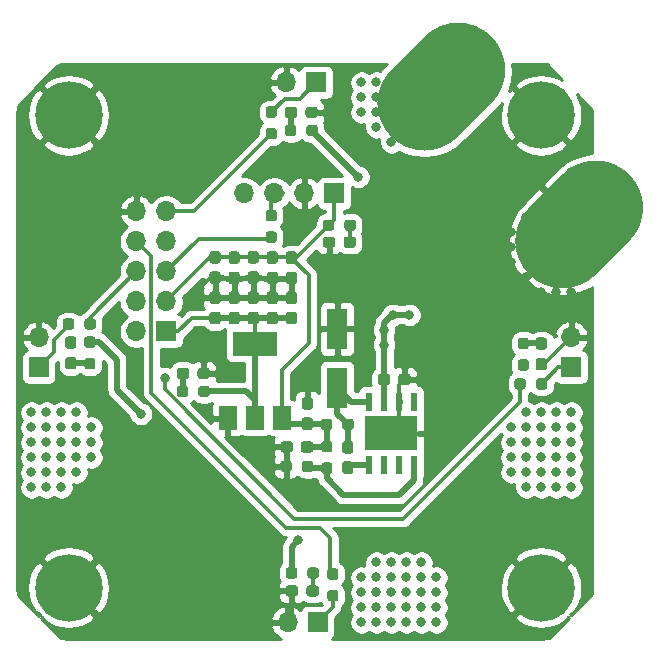
<source format=gbr>
%TF.GenerationSoftware,KiCad,Pcbnew,(5.1.8-0-10_14)*%
%TF.CreationDate,2021-02-18T22:33:31+08:00*%
%TF.ProjectId,batt_board,62617474-5f62-46f6-9172-642e6b696361,v0.2*%
%TF.SameCoordinates,Original*%
%TF.FileFunction,Copper,L1,Top*%
%TF.FilePolarity,Positive*%
%FSLAX46Y46*%
G04 Gerber Fmt 4.6, Leading zero omitted, Abs format (unit mm)*
G04 Created by KiCad (PCBNEW (5.1.8-0-10_14)) date 2021-02-18 22:33:31*
%MOMM*%
%LPD*%
G01*
G04 APERTURE LIST*
%TA.AperFunction,ComponentPad*%
%ADD10R,1.700000X1.700000*%
%TD*%
%TA.AperFunction,ComponentPad*%
%ADD11O,1.700000X1.700000*%
%TD*%
%TA.AperFunction,ConnectorPad*%
%ADD12C,5.700000*%
%TD*%
%TA.AperFunction,ComponentPad*%
%ADD13C,3.600000*%
%TD*%
%TA.AperFunction,SMDPad,CuDef*%
%ADD14R,1.500000X2.000000*%
%TD*%
%TA.AperFunction,SMDPad,CuDef*%
%ADD15R,3.800000X2.000000*%
%TD*%
%TA.AperFunction,ComponentPad*%
%ADD16C,0.600000*%
%TD*%
%TA.AperFunction,SMDPad,CuDef*%
%ADD17R,0.600000X1.550000*%
%TD*%
%TA.AperFunction,SMDPad,CuDef*%
%ADD18R,4.500000X2.950000*%
%TD*%
%TA.AperFunction,SMDPad,CuDef*%
%ADD19R,3.100000X2.600000*%
%TD*%
%TA.AperFunction,SMDPad,CuDef*%
%ADD20R,1.800000X3.500000*%
%TD*%
%TA.AperFunction,ViaPad*%
%ADD21C,0.800000*%
%TD*%
%TA.AperFunction,Conductor*%
%ADD22C,0.500000*%
%TD*%
%TA.AperFunction,Conductor*%
%ADD23C,0.300000*%
%TD*%
%TA.AperFunction,Conductor*%
%ADD24C,0.254000*%
%TD*%
%TA.AperFunction,Conductor*%
%ADD25C,0.100000*%
%TD*%
G04 APERTURE END LIST*
D10*
%TO.P,conn2upper1,1*%
%TO.N,+3V3*%
X128270000Y-83312000D03*
D11*
%TO.P,conn2upper1,2*%
%TO.N,Net-(conn2upper1-Pad2)*%
X125730000Y-83312000D03*
%TO.P,conn2upper1,3*%
%TO.N,+5V*%
X128270000Y-80772000D03*
%TO.P,conn2upper1,4*%
%TO.N,Net-(conn2upper1-Pad4)*%
X125730000Y-80772000D03*
%TO.P,conn2upper1,5*%
%TO.N,Net-(R13-Pad1)*%
X128270000Y-78232000D03*
%TO.P,conn2upper1,6*%
%TO.N,Net-(R12-Pad2)*%
X125730000Y-78232000D03*
%TO.P,conn2upper1,7*%
%TO.N,Net-(R10-Pad2)*%
X128270000Y-75692000D03*
%TO.P,conn2upper1,8*%
%TO.N,Net-(R11-Pad2)*%
X125730000Y-75692000D03*
%TO.P,conn2upper1,9*%
%TO.N,Net-(R9-Pad2)*%
X128270000Y-73152000D03*
%TO.P,conn2upper1,10*%
%TO.N,GND*%
X125730000Y-73152000D03*
%TD*%
D12*
%TO.P,H4,1*%
%TO.N,GND*%
X160000000Y-65000000D03*
D13*
X160000000Y-65000000D03*
%TD*%
%TO.P,J_Batt,2*%
%TO.N,GND*%
%TA.AperFunction,SMDPad,CuDef*%
G36*
G01*
X158984723Y-72841309D02*
X161813151Y-70012881D01*
G75*
G02*
X167470005Y-70012881I2828427J-2828427D01*
G01*
X167470005Y-70012881D01*
G75*
G02*
X167470005Y-75669735I-2828427J-2828427D01*
G01*
X164641577Y-78498163D01*
G75*
G02*
X158984723Y-78498163I-2828427J2828427D01*
G01*
X158984723Y-78498163D01*
G75*
G02*
X158984723Y-72841309I2828427J2828427D01*
G01*
G37*
%TD.AperFunction*%
%TO.P,J_Batt,1*%
%TO.N,/VCC_IN*%
%TA.AperFunction,SMDPad,CuDef*%
G36*
G01*
X147310390Y-61166976D02*
X150138818Y-58338548D01*
G75*
G02*
X155795672Y-58338548I2828427J-2828427D01*
G01*
X155795672Y-58338548D01*
G75*
G02*
X155795672Y-63995402I-2828427J-2828427D01*
G01*
X152967244Y-66823830D01*
G75*
G02*
X147310390Y-66823830I-2828427J2828427D01*
G01*
X147310390Y-66823830D01*
G75*
G02*
X147310390Y-61166976I2828427J2828427D01*
G01*
G37*
%TD.AperFunction*%
%TD*%
D12*
%TO.P,H2,1*%
%TO.N,GND*%
X120000000Y-105000000D03*
D13*
X120000000Y-105000000D03*
%TD*%
D14*
%TO.P,U2,1*%
%TO.N,GND*%
X133463000Y-90653000D03*
%TO.P,U2,3*%
%TO.N,+5V*%
X138063000Y-90653000D03*
%TO.P,U2,2*%
%TO.N,+3V3*%
X135763000Y-90653000D03*
D15*
X135763000Y-84353000D03*
%TD*%
D16*
%TO.P,U1,9*%
%TO.N,GND*%
X149120000Y-91348000D03*
X148020000Y-91348000D03*
X148020000Y-92548000D03*
X149120000Y-92548000D03*
X145520000Y-91348000D03*
X146720000Y-91348000D03*
X146720000Y-92548000D03*
X145520000Y-92548000D03*
D17*
%TO.P,U1,8*%
%TO.N,Net-(C2-Pad2)*%
X145415000Y-89248000D03*
%TO.P,U1,7*%
%TO.N,/VCC_IN*%
X146685000Y-89248000D03*
%TO.P,U1,6*%
%TO.N,GND*%
X147955000Y-89248000D03*
%TO.P,U1,5*%
%TO.N,Net-(U1-Pad5)*%
X149225000Y-89248000D03*
%TO.P,U1,4*%
%TO.N,Net-(R6-Pad2)*%
X149225000Y-94648000D03*
%TO.P,U1,3*%
%TO.N,Net-(U1-Pad3)*%
X147955000Y-94648000D03*
%TO.P,U1,2*%
%TO.N,Net-(U1-Pad2)*%
X146685000Y-94648000D03*
%TO.P,U1,1*%
%TO.N,Net-(C2-Pad1)*%
X145415000Y-94648000D03*
D18*
%TO.P,U1,9*%
%TO.N,GND*%
X147320000Y-91948000D03*
D19*
X147320000Y-91948000D03*
%TD*%
D10*
%TO.P,Receiver1,1*%
%TO.N,+5V*%
X142494000Y-71628000D03*
D11*
%TO.P,Receiver1,2*%
%TO.N,GND*%
X139954000Y-71628000D03*
%TO.P,Receiver1,3*%
%TO.N,PMM*%
X137414000Y-71628000D03*
%TO.P,Receiver1,4*%
%TO.N,Net-(Receiver1-Pad4)*%
X134874000Y-71628000D03*
%TD*%
%TO.P,R13,1*%
%TO.N,Net-(R13-Pad1)*%
%TA.AperFunction,SMDPad,CuDef*%
G36*
G01*
X137397500Y-75822000D02*
X136922500Y-75822000D01*
G75*
G02*
X136685000Y-75584500I0J237500D01*
G01*
X136685000Y-75084500D01*
G75*
G02*
X136922500Y-74847000I237500J0D01*
G01*
X137397500Y-74847000D01*
G75*
G02*
X137635000Y-75084500I0J-237500D01*
G01*
X137635000Y-75584500D01*
G75*
G02*
X137397500Y-75822000I-237500J0D01*
G01*
G37*
%TD.AperFunction*%
%TO.P,R13,2*%
%TO.N,PMM*%
%TA.AperFunction,SMDPad,CuDef*%
G36*
G01*
X137397500Y-73997000D02*
X136922500Y-73997000D01*
G75*
G02*
X136685000Y-73759500I0J237500D01*
G01*
X136685000Y-73259500D01*
G75*
G02*
X136922500Y-73022000I237500J0D01*
G01*
X137397500Y-73022000D01*
G75*
G02*
X137635000Y-73259500I0J-237500D01*
G01*
X137635000Y-73759500D01*
G75*
G02*
X137397500Y-73997000I-237500J0D01*
G01*
G37*
%TD.AperFunction*%
%TD*%
%TO.P,R12,2*%
%TO.N,Net-(R12-Pad2)*%
%TA.AperFunction,SMDPad,CuDef*%
G36*
G01*
X121329000Y-82914500D02*
X121329000Y-82439500D01*
G75*
G02*
X121566500Y-82202000I237500J0D01*
G01*
X122066500Y-82202000D01*
G75*
G02*
X122304000Y-82439500I0J-237500D01*
G01*
X122304000Y-82914500D01*
G75*
G02*
X122066500Y-83152000I-237500J0D01*
G01*
X121566500Y-83152000D01*
G75*
G02*
X121329000Y-82914500I0J237500D01*
G01*
G37*
%TD.AperFunction*%
%TO.P,R12,1*%
%TO.N,PWM_CH4*%
%TA.AperFunction,SMDPad,CuDef*%
G36*
G01*
X119504000Y-82914500D02*
X119504000Y-82439500D01*
G75*
G02*
X119741500Y-82202000I237500J0D01*
G01*
X120241500Y-82202000D01*
G75*
G02*
X120479000Y-82439500I0J-237500D01*
G01*
X120479000Y-82914500D01*
G75*
G02*
X120241500Y-83152000I-237500J0D01*
G01*
X119741500Y-83152000D01*
G75*
G02*
X119504000Y-82914500I0J237500D01*
G01*
G37*
%TD.AperFunction*%
%TD*%
%TO.P,R11,2*%
%TO.N,Net-(R11-Pad2)*%
%TA.AperFunction,SMDPad,CuDef*%
G36*
G01*
X142604500Y-104350000D02*
X142129500Y-104350000D01*
G75*
G02*
X141892000Y-104112500I0J237500D01*
G01*
X141892000Y-103612500D01*
G75*
G02*
X142129500Y-103375000I237500J0D01*
G01*
X142604500Y-103375000D01*
G75*
G02*
X142842000Y-103612500I0J-237500D01*
G01*
X142842000Y-104112500D01*
G75*
G02*
X142604500Y-104350000I-237500J0D01*
G01*
G37*
%TD.AperFunction*%
%TO.P,R11,1*%
%TO.N,PWM_CH3*%
%TA.AperFunction,SMDPad,CuDef*%
G36*
G01*
X142604500Y-106175000D02*
X142129500Y-106175000D01*
G75*
G02*
X141892000Y-105937500I0J237500D01*
G01*
X141892000Y-105437500D01*
G75*
G02*
X142129500Y-105200000I237500J0D01*
G01*
X142604500Y-105200000D01*
G75*
G02*
X142842000Y-105437500I0J-237500D01*
G01*
X142842000Y-105937500D01*
G75*
G02*
X142604500Y-106175000I-237500J0D01*
G01*
G37*
%TD.AperFunction*%
%TD*%
%TO.P,R10,2*%
%TO.N,Net-(R10-Pad2)*%
%TA.AperFunction,SMDPad,CuDef*%
G36*
G01*
X158706000Y-87519500D02*
X158706000Y-87994500D01*
G75*
G02*
X158468500Y-88232000I-237500J0D01*
G01*
X157968500Y-88232000D01*
G75*
G02*
X157731000Y-87994500I0J237500D01*
G01*
X157731000Y-87519500D01*
G75*
G02*
X157968500Y-87282000I237500J0D01*
G01*
X158468500Y-87282000D01*
G75*
G02*
X158706000Y-87519500I0J-237500D01*
G01*
G37*
%TD.AperFunction*%
%TO.P,R10,1*%
%TO.N,PWM_CH2*%
%TA.AperFunction,SMDPad,CuDef*%
G36*
G01*
X160531000Y-87519500D02*
X160531000Y-87994500D01*
G75*
G02*
X160293500Y-88232000I-237500J0D01*
G01*
X159793500Y-88232000D01*
G75*
G02*
X159556000Y-87994500I0J237500D01*
G01*
X159556000Y-87519500D01*
G75*
G02*
X159793500Y-87282000I237500J0D01*
G01*
X160293500Y-87282000D01*
G75*
G02*
X160531000Y-87519500I0J-237500D01*
G01*
G37*
%TD.AperFunction*%
%TD*%
%TO.P,R9,2*%
%TO.N,Net-(R9-Pad2)*%
%TA.AperFunction,SMDPad,CuDef*%
G36*
G01*
X136922500Y-66084000D02*
X137397500Y-66084000D01*
G75*
G02*
X137635000Y-66321500I0J-237500D01*
G01*
X137635000Y-66821500D01*
G75*
G02*
X137397500Y-67059000I-237500J0D01*
G01*
X136922500Y-67059000D01*
G75*
G02*
X136685000Y-66821500I0J237500D01*
G01*
X136685000Y-66321500D01*
G75*
G02*
X136922500Y-66084000I237500J0D01*
G01*
G37*
%TD.AperFunction*%
%TO.P,R9,1*%
%TO.N,PWM_CH1*%
%TA.AperFunction,SMDPad,CuDef*%
G36*
G01*
X136922500Y-64259000D02*
X137397500Y-64259000D01*
G75*
G02*
X137635000Y-64496500I0J-237500D01*
G01*
X137635000Y-64996500D01*
G75*
G02*
X137397500Y-65234000I-237500J0D01*
G01*
X136922500Y-65234000D01*
G75*
G02*
X136685000Y-64996500I0J237500D01*
G01*
X136685000Y-64496500D01*
G75*
G02*
X136922500Y-64259000I237500J0D01*
G01*
G37*
%TD.AperFunction*%
%TD*%
%TO.P,R8,2*%
%TO.N,Net-(D7-Pad2)*%
%TA.AperFunction,SMDPad,CuDef*%
G36*
G01*
X130131000Y-88154500D02*
X130131000Y-88629500D01*
G75*
G02*
X129893500Y-88867000I-237500J0D01*
G01*
X129393500Y-88867000D01*
G75*
G02*
X129156000Y-88629500I0J237500D01*
G01*
X129156000Y-88154500D01*
G75*
G02*
X129393500Y-87917000I237500J0D01*
G01*
X129893500Y-87917000D01*
G75*
G02*
X130131000Y-88154500I0J-237500D01*
G01*
G37*
%TD.AperFunction*%
%TO.P,R8,1*%
%TO.N,+3V3*%
%TA.AperFunction,SMDPad,CuDef*%
G36*
G01*
X131956000Y-88154500D02*
X131956000Y-88629500D01*
G75*
G02*
X131718500Y-88867000I-237500J0D01*
G01*
X131218500Y-88867000D01*
G75*
G02*
X130981000Y-88629500I0J237500D01*
G01*
X130981000Y-88154500D01*
G75*
G02*
X131218500Y-87917000I237500J0D01*
G01*
X131718500Y-87917000D01*
G75*
G02*
X131956000Y-88154500I0J-237500D01*
G01*
G37*
%TD.AperFunction*%
%TD*%
%TO.P,R7,2*%
%TO.N,GND*%
%TA.AperFunction,SMDPad,CuDef*%
G36*
G01*
X138894000Y-94504500D02*
X138894000Y-94979500D01*
G75*
G02*
X138656500Y-95217000I-237500J0D01*
G01*
X138156500Y-95217000D01*
G75*
G02*
X137919000Y-94979500I0J237500D01*
G01*
X137919000Y-94504500D01*
G75*
G02*
X138156500Y-94267000I237500J0D01*
G01*
X138656500Y-94267000D01*
G75*
G02*
X138894000Y-94504500I0J-237500D01*
G01*
G37*
%TD.AperFunction*%
%TO.P,R7,1*%
%TO.N,Net-(R6-Pad2)*%
%TA.AperFunction,SMDPad,CuDef*%
G36*
G01*
X140719000Y-94504500D02*
X140719000Y-94979500D01*
G75*
G02*
X140481500Y-95217000I-237500J0D01*
G01*
X139981500Y-95217000D01*
G75*
G02*
X139744000Y-94979500I0J237500D01*
G01*
X139744000Y-94504500D01*
G75*
G02*
X139981500Y-94267000I237500J0D01*
G01*
X140481500Y-94267000D01*
G75*
G02*
X140719000Y-94504500I0J-237500D01*
G01*
G37*
%TD.AperFunction*%
%TD*%
%TO.P,R6,2*%
%TO.N,Net-(R6-Pad2)*%
%TA.AperFunction,SMDPad,CuDef*%
G36*
G01*
X141621500Y-94405000D02*
X142096500Y-94405000D01*
G75*
G02*
X142334000Y-94642500I0J-237500D01*
G01*
X142334000Y-95142500D01*
G75*
G02*
X142096500Y-95380000I-237500J0D01*
G01*
X141621500Y-95380000D01*
G75*
G02*
X141384000Y-95142500I0J237500D01*
G01*
X141384000Y-94642500D01*
G75*
G02*
X141621500Y-94405000I237500J0D01*
G01*
G37*
%TD.AperFunction*%
%TO.P,R6,1*%
%TO.N,+5V*%
%TA.AperFunction,SMDPad,CuDef*%
G36*
G01*
X141621500Y-92580000D02*
X142096500Y-92580000D01*
G75*
G02*
X142334000Y-92817500I0J-237500D01*
G01*
X142334000Y-93317500D01*
G75*
G02*
X142096500Y-93555000I-237500J0D01*
G01*
X141621500Y-93555000D01*
G75*
G02*
X141384000Y-93317500I0J237500D01*
G01*
X141384000Y-92817500D01*
G75*
G02*
X141621500Y-92580000I237500J0D01*
G01*
G37*
%TD.AperFunction*%
%TD*%
%TO.P,R5,1*%
%TO.N,+5V*%
%TA.AperFunction,SMDPad,CuDef*%
G36*
G01*
X141523964Y-74560233D02*
X141523964Y-74085233D01*
G75*
G02*
X141761464Y-73847733I237500J0D01*
G01*
X142261464Y-73847733D01*
G75*
G02*
X142498964Y-74085233I0J-237500D01*
G01*
X142498964Y-74560233D01*
G75*
G02*
X142261464Y-74797733I-237500J0D01*
G01*
X141761464Y-74797733D01*
G75*
G02*
X141523964Y-74560233I0J237500D01*
G01*
G37*
%TD.AperFunction*%
%TO.P,R5,2*%
%TO.N,Net-(D5-Pad2)*%
%TA.AperFunction,SMDPad,CuDef*%
G36*
G01*
X143348964Y-74560233D02*
X143348964Y-74085233D01*
G75*
G02*
X143586464Y-73847733I237500J0D01*
G01*
X144086464Y-73847733D01*
G75*
G02*
X144323964Y-74085233I0J-237500D01*
G01*
X144323964Y-74560233D01*
G75*
G02*
X144086464Y-74797733I-237500J0D01*
G01*
X143586464Y-74797733D01*
G75*
G02*
X143348964Y-74560233I0J237500D01*
G01*
G37*
%TD.AperFunction*%
%TD*%
%TO.P,R4,2*%
%TO.N,/VCC_IN*%
%TA.AperFunction,SMDPad,CuDef*%
G36*
G01*
X122028122Y-84706715D02*
X121553122Y-84706715D01*
G75*
G02*
X121315622Y-84469215I0J237500D01*
G01*
X121315622Y-83969215D01*
G75*
G02*
X121553122Y-83731715I237500J0D01*
G01*
X122028122Y-83731715D01*
G75*
G02*
X122265622Y-83969215I0J-237500D01*
G01*
X122265622Y-84469215D01*
G75*
G02*
X122028122Y-84706715I-237500J0D01*
G01*
G37*
%TD.AperFunction*%
%TO.P,R4,1*%
%TO.N,Net-(D4-Pad2)*%
%TA.AperFunction,SMDPad,CuDef*%
G36*
G01*
X122028122Y-86531715D02*
X121553122Y-86531715D01*
G75*
G02*
X121315622Y-86294215I0J237500D01*
G01*
X121315622Y-85794215D01*
G75*
G02*
X121553122Y-85556715I237500J0D01*
G01*
X122028122Y-85556715D01*
G75*
G02*
X122265622Y-85794215I0J-237500D01*
G01*
X122265622Y-86294215D01*
G75*
G02*
X122028122Y-86531715I-237500J0D01*
G01*
G37*
%TD.AperFunction*%
%TD*%
%TO.P,R3,2*%
%TO.N,/VCC_IN*%
%TA.AperFunction,SMDPad,CuDef*%
G36*
G01*
X139357000Y-103521500D02*
X139357000Y-103996500D01*
G75*
G02*
X139119500Y-104234000I-237500J0D01*
G01*
X138619500Y-104234000D01*
G75*
G02*
X138382000Y-103996500I0J237500D01*
G01*
X138382000Y-103521500D01*
G75*
G02*
X138619500Y-103284000I237500J0D01*
G01*
X139119500Y-103284000D01*
G75*
G02*
X139357000Y-103521500I0J-237500D01*
G01*
G37*
%TD.AperFunction*%
%TO.P,R3,1*%
%TO.N,Net-(D3-Pad2)*%
%TA.AperFunction,SMDPad,CuDef*%
G36*
G01*
X141182000Y-103521500D02*
X141182000Y-103996500D01*
G75*
G02*
X140944500Y-104234000I-237500J0D01*
G01*
X140444500Y-104234000D01*
G75*
G02*
X140207000Y-103996500I0J237500D01*
G01*
X140207000Y-103521500D01*
G75*
G02*
X140444500Y-103284000I237500J0D01*
G01*
X140944500Y-103284000D01*
G75*
G02*
X141182000Y-103521500I0J-237500D01*
G01*
G37*
%TD.AperFunction*%
%TD*%
%TO.P,R2,2*%
%TO.N,/VCC_IN*%
%TA.AperFunction,SMDPad,CuDef*%
G36*
G01*
X158258500Y-85668014D02*
X158733500Y-85668014D01*
G75*
G02*
X158971000Y-85905514I0J-237500D01*
G01*
X158971000Y-86405514D01*
G75*
G02*
X158733500Y-86643014I-237500J0D01*
G01*
X158258500Y-86643014D01*
G75*
G02*
X158021000Y-86405514I0J237500D01*
G01*
X158021000Y-85905514D01*
G75*
G02*
X158258500Y-85668014I237500J0D01*
G01*
G37*
%TD.AperFunction*%
%TO.P,R2,1*%
%TO.N,Net-(D2-Pad2)*%
%TA.AperFunction,SMDPad,CuDef*%
G36*
G01*
X158258500Y-83843014D02*
X158733500Y-83843014D01*
G75*
G02*
X158971000Y-84080514I0J-237500D01*
G01*
X158971000Y-84580514D01*
G75*
G02*
X158733500Y-84818014I-237500J0D01*
G01*
X158258500Y-84818014D01*
G75*
G02*
X158021000Y-84580514I0J237500D01*
G01*
X158021000Y-84080514D01*
G75*
G02*
X158258500Y-83843014I237500J0D01*
G01*
G37*
%TD.AperFunction*%
%TD*%
%TO.P,R1,2*%
%TO.N,/VCC_IN*%
%TA.AperFunction,SMDPad,CuDef*%
G36*
G01*
X140125000Y-66531500D02*
X140125000Y-66056500D01*
G75*
G02*
X140362500Y-65819000I237500J0D01*
G01*
X140862500Y-65819000D01*
G75*
G02*
X141100000Y-66056500I0J-237500D01*
G01*
X141100000Y-66531500D01*
G75*
G02*
X140862500Y-66769000I-237500J0D01*
G01*
X140362500Y-66769000D01*
G75*
G02*
X140125000Y-66531500I0J237500D01*
G01*
G37*
%TD.AperFunction*%
%TO.P,R1,1*%
%TO.N,Net-(D1-Pad2)*%
%TA.AperFunction,SMDPad,CuDef*%
G36*
G01*
X138300000Y-66531500D02*
X138300000Y-66056500D01*
G75*
G02*
X138537500Y-65819000I237500J0D01*
G01*
X139037500Y-65819000D01*
G75*
G02*
X139275000Y-66056500I0J-237500D01*
G01*
X139275000Y-66531500D01*
G75*
G02*
X139037500Y-66769000I-237500J0D01*
G01*
X138537500Y-66769000D01*
G75*
G02*
X138300000Y-66531500I0J237500D01*
G01*
G37*
%TD.AperFunction*%
%TD*%
%TO.P,L1,2*%
%TO.N,+5V*%
%TA.AperFunction,SMDPad,CuDef*%
G36*
G01*
X142323000Y-90948500D02*
X142323000Y-91423500D01*
G75*
G02*
X142085500Y-91661000I-237500J0D01*
G01*
X141585500Y-91661000D01*
G75*
G02*
X141348000Y-91423500I0J237500D01*
G01*
X141348000Y-90948500D01*
G75*
G02*
X141585500Y-90711000I237500J0D01*
G01*
X142085500Y-90711000D01*
G75*
G02*
X142323000Y-90948500I0J-237500D01*
G01*
G37*
%TD.AperFunction*%
%TO.P,L1,1*%
%TO.N,Net-(C2-Pad2)*%
%TA.AperFunction,SMDPad,CuDef*%
G36*
G01*
X144148000Y-90948500D02*
X144148000Y-91423500D01*
G75*
G02*
X143910500Y-91661000I-237500J0D01*
G01*
X143410500Y-91661000D01*
G75*
G02*
X143173000Y-91423500I0J237500D01*
G01*
X143173000Y-90948500D01*
G75*
G02*
X143410500Y-90711000I237500J0D01*
G01*
X143910500Y-90711000D01*
G75*
G02*
X144148000Y-90948500I0J-237500D01*
G01*
G37*
%TD.AperFunction*%
%TD*%
D12*
%TO.P,H3,1*%
%TO.N,GND*%
X160000000Y-105000000D03*
D13*
X160000000Y-105000000D03*
%TD*%
D12*
%TO.P,H1,1*%
%TO.N,GND*%
X120000000Y-65000000D03*
D13*
X120000000Y-65000000D03*
%TD*%
%TO.P,D7,2*%
%TO.N,Net-(D7-Pad2)*%
%TA.AperFunction,SMDPad,CuDef*%
G36*
G01*
X130206000Y-86630500D02*
X130206000Y-87105500D01*
G75*
G02*
X129968500Y-87343000I-237500J0D01*
G01*
X129393500Y-87343000D01*
G75*
G02*
X129156000Y-87105500I0J237500D01*
G01*
X129156000Y-86630500D01*
G75*
G02*
X129393500Y-86393000I237500J0D01*
G01*
X129968500Y-86393000D01*
G75*
G02*
X130206000Y-86630500I0J-237500D01*
G01*
G37*
%TD.AperFunction*%
%TO.P,D7,1*%
%TO.N,GND*%
%TA.AperFunction,SMDPad,CuDef*%
G36*
G01*
X131956000Y-86630500D02*
X131956000Y-87105500D01*
G75*
G02*
X131718500Y-87343000I-237500J0D01*
G01*
X131143500Y-87343000D01*
G75*
G02*
X130906000Y-87105500I0J237500D01*
G01*
X130906000Y-86630500D01*
G75*
G02*
X131143500Y-86393000I237500J0D01*
G01*
X131718500Y-86393000D01*
G75*
G02*
X131956000Y-86630500I0J-237500D01*
G01*
G37*
%TD.AperFunction*%
%TD*%
D20*
%TO.P,D6,2*%
%TO.N,GND*%
X142748000Y-83098000D03*
%TO.P,D6,1*%
%TO.N,Net-(C2-Pad2)*%
X142748000Y-88098000D03*
%TD*%
%TO.P,D5,1*%
%TO.N,GND*%
%TA.AperFunction,SMDPad,CuDef*%
G36*
G01*
X141523964Y-75997074D02*
X141523964Y-75522074D01*
G75*
G02*
X141761464Y-75284574I237500J0D01*
G01*
X142336464Y-75284574D01*
G75*
G02*
X142573964Y-75522074I0J-237500D01*
G01*
X142573964Y-75997074D01*
G75*
G02*
X142336464Y-76234574I-237500J0D01*
G01*
X141761464Y-76234574D01*
G75*
G02*
X141523964Y-75997074I0J237500D01*
G01*
G37*
%TD.AperFunction*%
%TO.P,D5,2*%
%TO.N,Net-(D5-Pad2)*%
%TA.AperFunction,SMDPad,CuDef*%
G36*
G01*
X143273964Y-75997074D02*
X143273964Y-75522074D01*
G75*
G02*
X143511464Y-75284574I237500J0D01*
G01*
X144086464Y-75284574D01*
G75*
G02*
X144323964Y-75522074I0J-237500D01*
G01*
X144323964Y-75997074D01*
G75*
G02*
X144086464Y-76234574I-237500J0D01*
G01*
X143511464Y-76234574D01*
G75*
G02*
X143273964Y-75997074I0J237500D01*
G01*
G37*
%TD.AperFunction*%
%TD*%
%TO.P,D4,2*%
%TO.N,Net-(D4-Pad2)*%
%TA.AperFunction,SMDPad,CuDef*%
G36*
G01*
X119936676Y-85481715D02*
X120411676Y-85481715D01*
G75*
G02*
X120649176Y-85719215I0J-237500D01*
G01*
X120649176Y-86294215D01*
G75*
G02*
X120411676Y-86531715I-237500J0D01*
G01*
X119936676Y-86531715D01*
G75*
G02*
X119699176Y-86294215I0J237500D01*
G01*
X119699176Y-85719215D01*
G75*
G02*
X119936676Y-85481715I237500J0D01*
G01*
G37*
%TD.AperFunction*%
%TO.P,D4,1*%
%TO.N,GND*%
%TA.AperFunction,SMDPad,CuDef*%
G36*
G01*
X119936676Y-83731715D02*
X120411676Y-83731715D01*
G75*
G02*
X120649176Y-83969215I0J-237500D01*
G01*
X120649176Y-84544215D01*
G75*
G02*
X120411676Y-84781715I-237500J0D01*
G01*
X119936676Y-84781715D01*
G75*
G02*
X119699176Y-84544215I0J237500D01*
G01*
X119699176Y-83969215D01*
G75*
G02*
X119936676Y-83731715I237500J0D01*
G01*
G37*
%TD.AperFunction*%
%TD*%
%TO.P,D3,2*%
%TO.N,Net-(D3-Pad2)*%
%TA.AperFunction,SMDPad,CuDef*%
G36*
G01*
X140132000Y-105520500D02*
X140132000Y-105045500D01*
G75*
G02*
X140369500Y-104808000I237500J0D01*
G01*
X140944500Y-104808000D01*
G75*
G02*
X141182000Y-105045500I0J-237500D01*
G01*
X141182000Y-105520500D01*
G75*
G02*
X140944500Y-105758000I-237500J0D01*
G01*
X140369500Y-105758000D01*
G75*
G02*
X140132000Y-105520500I0J237500D01*
G01*
G37*
%TD.AperFunction*%
%TO.P,D3,1*%
%TO.N,GND*%
%TA.AperFunction,SMDPad,CuDef*%
G36*
G01*
X138382000Y-105520500D02*
X138382000Y-105045500D01*
G75*
G02*
X138619500Y-104808000I237500J0D01*
G01*
X139194500Y-104808000D01*
G75*
G02*
X139432000Y-105045500I0J-237500D01*
G01*
X139432000Y-105520500D01*
G75*
G02*
X139194500Y-105758000I-237500J0D01*
G01*
X138619500Y-105758000D01*
G75*
G02*
X138382000Y-105520500I0J237500D01*
G01*
G37*
%TD.AperFunction*%
%TD*%
%TO.P,D2,2*%
%TO.N,Net-(D2-Pad2)*%
%TA.AperFunction,SMDPad,CuDef*%
G36*
G01*
X160257500Y-84867000D02*
X159782500Y-84867000D01*
G75*
G02*
X159545000Y-84629500I0J237500D01*
G01*
X159545000Y-84054500D01*
G75*
G02*
X159782500Y-83817000I237500J0D01*
G01*
X160257500Y-83817000D01*
G75*
G02*
X160495000Y-84054500I0J-237500D01*
G01*
X160495000Y-84629500D01*
G75*
G02*
X160257500Y-84867000I-237500J0D01*
G01*
G37*
%TD.AperFunction*%
%TO.P,D2,1*%
%TO.N,GND*%
%TA.AperFunction,SMDPad,CuDef*%
G36*
G01*
X160257500Y-86617000D02*
X159782500Y-86617000D01*
G75*
G02*
X159545000Y-86379500I0J237500D01*
G01*
X159545000Y-85804500D01*
G75*
G02*
X159782500Y-85567000I237500J0D01*
G01*
X160257500Y-85567000D01*
G75*
G02*
X160495000Y-85804500I0J-237500D01*
G01*
X160495000Y-86379500D01*
G75*
G02*
X160257500Y-86617000I-237500J0D01*
G01*
G37*
%TD.AperFunction*%
%TD*%
%TO.P,D1,2*%
%TO.N,Net-(D1-Pad2)*%
%TA.AperFunction,SMDPad,CuDef*%
G36*
G01*
X139350000Y-64532500D02*
X139350000Y-65007500D01*
G75*
G02*
X139112500Y-65245000I-237500J0D01*
G01*
X138537500Y-65245000D01*
G75*
G02*
X138300000Y-65007500I0J237500D01*
G01*
X138300000Y-64532500D01*
G75*
G02*
X138537500Y-64295000I237500J0D01*
G01*
X139112500Y-64295000D01*
G75*
G02*
X139350000Y-64532500I0J-237500D01*
G01*
G37*
%TD.AperFunction*%
%TO.P,D1,1*%
%TO.N,GND*%
%TA.AperFunction,SMDPad,CuDef*%
G36*
G01*
X141100000Y-64532500D02*
X141100000Y-65007500D01*
G75*
G02*
X140862500Y-65245000I-237500J0D01*
G01*
X140287500Y-65245000D01*
G75*
G02*
X140050000Y-65007500I0J237500D01*
G01*
X140050000Y-64532500D01*
G75*
G02*
X140287500Y-64295000I237500J0D01*
G01*
X140862500Y-64295000D01*
G75*
G02*
X141100000Y-64532500I0J-237500D01*
G01*
G37*
%TD.AperFunction*%
%TD*%
D11*
%TO.P,CH4,2*%
%TO.N,GND*%
X117475000Y-83820000D03*
D10*
%TO.P,CH4,1*%
%TO.N,PWM_CH4*%
X117475000Y-86360000D03*
%TD*%
D11*
%TO.P,CH3,2*%
%TO.N,GND*%
X138532200Y-107950000D03*
D10*
%TO.P,CH3,1*%
%TO.N,PWM_CH3*%
X141072200Y-107950000D03*
%TD*%
D11*
%TO.P,CH2,2*%
%TO.N,GND*%
X162560000Y-83820000D03*
D10*
%TO.P,CH2,1*%
%TO.N,PWM_CH2*%
X162560000Y-86360000D03*
%TD*%
D11*
%TO.P,CH1,2*%
%TO.N,GND*%
X138430000Y-62230000D03*
D10*
%TO.P,CH1,1*%
%TO.N,PWM_CH1*%
X140970000Y-62230000D03*
%TD*%
%TO.P,C14,1*%
%TO.N,+5V*%
%TA.AperFunction,SMDPad,CuDef*%
G36*
G01*
X137008767Y-76529036D02*
X137483767Y-76529036D01*
G75*
G02*
X137721267Y-76766536I0J-237500D01*
G01*
X137721267Y-77366536D01*
G75*
G02*
X137483767Y-77604036I-237500J0D01*
G01*
X137008767Y-77604036D01*
G75*
G02*
X136771267Y-77366536I0J237500D01*
G01*
X136771267Y-76766536D01*
G75*
G02*
X137008767Y-76529036I237500J0D01*
G01*
G37*
%TD.AperFunction*%
%TO.P,C14,2*%
%TO.N,GND*%
%TA.AperFunction,SMDPad,CuDef*%
G36*
G01*
X137008767Y-78254036D02*
X137483767Y-78254036D01*
G75*
G02*
X137721267Y-78491536I0J-237500D01*
G01*
X137721267Y-79091536D01*
G75*
G02*
X137483767Y-79329036I-237500J0D01*
G01*
X137008767Y-79329036D01*
G75*
G02*
X136771267Y-79091536I0J237500D01*
G01*
X136771267Y-78491536D01*
G75*
G02*
X137008767Y-78254036I237500J0D01*
G01*
G37*
%TD.AperFunction*%
%TD*%
%TO.P,C13,1*%
%TO.N,GND*%
%TA.AperFunction,SMDPad,CuDef*%
G36*
G01*
X135867321Y-79293511D02*
X135392321Y-79293511D01*
G75*
G02*
X135154821Y-79056011I0J237500D01*
G01*
X135154821Y-78456011D01*
G75*
G02*
X135392321Y-78218511I237500J0D01*
G01*
X135867321Y-78218511D01*
G75*
G02*
X136104821Y-78456011I0J-237500D01*
G01*
X136104821Y-79056011D01*
G75*
G02*
X135867321Y-79293511I-237500J0D01*
G01*
G37*
%TD.AperFunction*%
%TO.P,C13,2*%
%TO.N,+5V*%
%TA.AperFunction,SMDPad,CuDef*%
G36*
G01*
X135867321Y-77568511D02*
X135392321Y-77568511D01*
G75*
G02*
X135154821Y-77331011I0J237500D01*
G01*
X135154821Y-76731011D01*
G75*
G02*
X135392321Y-76493511I237500J0D01*
G01*
X135867321Y-76493511D01*
G75*
G02*
X136104821Y-76731011I0J-237500D01*
G01*
X136104821Y-77331011D01*
G75*
G02*
X135867321Y-77568511I-237500J0D01*
G01*
G37*
%TD.AperFunction*%
%TD*%
%TO.P,C12,1*%
%TO.N,+5V*%
%TA.AperFunction,SMDPad,CuDef*%
G36*
G01*
X132159429Y-76493511D02*
X132634429Y-76493511D01*
G75*
G02*
X132871929Y-76731011I0J-237500D01*
G01*
X132871929Y-77331011D01*
G75*
G02*
X132634429Y-77568511I-237500J0D01*
G01*
X132159429Y-77568511D01*
G75*
G02*
X131921929Y-77331011I0J237500D01*
G01*
X131921929Y-76731011D01*
G75*
G02*
X132159429Y-76493511I237500J0D01*
G01*
G37*
%TD.AperFunction*%
%TO.P,C12,2*%
%TO.N,GND*%
%TA.AperFunction,SMDPad,CuDef*%
G36*
G01*
X132159429Y-78218511D02*
X132634429Y-78218511D01*
G75*
G02*
X132871929Y-78456011I0J-237500D01*
G01*
X132871929Y-79056011D01*
G75*
G02*
X132634429Y-79293511I-237500J0D01*
G01*
X132159429Y-79293511D01*
G75*
G02*
X131921929Y-79056011I0J237500D01*
G01*
X131921929Y-78456011D01*
G75*
G02*
X132159429Y-78218511I237500J0D01*
G01*
G37*
%TD.AperFunction*%
%TD*%
%TO.P,C11,1*%
%TO.N,GND*%
%TA.AperFunction,SMDPad,CuDef*%
G36*
G01*
X134250875Y-79329036D02*
X133775875Y-79329036D01*
G75*
G02*
X133538375Y-79091536I0J237500D01*
G01*
X133538375Y-78491536D01*
G75*
G02*
X133775875Y-78254036I237500J0D01*
G01*
X134250875Y-78254036D01*
G75*
G02*
X134488375Y-78491536I0J-237500D01*
G01*
X134488375Y-79091536D01*
G75*
G02*
X134250875Y-79329036I-237500J0D01*
G01*
G37*
%TD.AperFunction*%
%TO.P,C11,2*%
%TO.N,+5V*%
%TA.AperFunction,SMDPad,CuDef*%
G36*
G01*
X134250875Y-77604036D02*
X133775875Y-77604036D01*
G75*
G02*
X133538375Y-77366536I0J237500D01*
G01*
X133538375Y-76766536D01*
G75*
G02*
X133775875Y-76529036I237500J0D01*
G01*
X134250875Y-76529036D01*
G75*
G02*
X134488375Y-76766536I0J-237500D01*
G01*
X134488375Y-77366536D01*
G75*
G02*
X134250875Y-77604036I-237500J0D01*
G01*
G37*
%TD.AperFunction*%
%TD*%
%TO.P,C10,1*%
%TO.N,+5V*%
%TA.AperFunction,SMDPad,CuDef*%
G36*
G01*
X138625213Y-76529036D02*
X139100213Y-76529036D01*
G75*
G02*
X139337713Y-76766536I0J-237500D01*
G01*
X139337713Y-77366536D01*
G75*
G02*
X139100213Y-77604036I-237500J0D01*
G01*
X138625213Y-77604036D01*
G75*
G02*
X138387713Y-77366536I0J237500D01*
G01*
X138387713Y-76766536D01*
G75*
G02*
X138625213Y-76529036I237500J0D01*
G01*
G37*
%TD.AperFunction*%
%TO.P,C10,2*%
%TO.N,GND*%
%TA.AperFunction,SMDPad,CuDef*%
G36*
G01*
X138625213Y-78254036D02*
X139100213Y-78254036D01*
G75*
G02*
X139337713Y-78491536I0J-237500D01*
G01*
X139337713Y-79091536D01*
G75*
G02*
X139100213Y-79329036I-237500J0D01*
G01*
X138625213Y-79329036D01*
G75*
G02*
X138387713Y-79091536I0J237500D01*
G01*
X138387713Y-78491536D01*
G75*
G02*
X138625213Y-78254036I237500J0D01*
G01*
G37*
%TD.AperFunction*%
%TD*%
%TO.P,C9,1*%
%TO.N,+3V3*%
%TA.AperFunction,SMDPad,CuDef*%
G36*
G01*
X137483767Y-82721934D02*
X137008767Y-82721934D01*
G75*
G02*
X136771267Y-82484434I0J237500D01*
G01*
X136771267Y-81884434D01*
G75*
G02*
X137008767Y-81646934I237500J0D01*
G01*
X137483767Y-81646934D01*
G75*
G02*
X137721267Y-81884434I0J-237500D01*
G01*
X137721267Y-82484434D01*
G75*
G02*
X137483767Y-82721934I-237500J0D01*
G01*
G37*
%TD.AperFunction*%
%TO.P,C9,2*%
%TO.N,GND*%
%TA.AperFunction,SMDPad,CuDef*%
G36*
G01*
X137483767Y-80996934D02*
X137008767Y-80996934D01*
G75*
G02*
X136771267Y-80759434I0J237500D01*
G01*
X136771267Y-80159434D01*
G75*
G02*
X137008767Y-79921934I237500J0D01*
G01*
X137483767Y-79921934D01*
G75*
G02*
X137721267Y-80159434I0J-237500D01*
G01*
X137721267Y-80759434D01*
G75*
G02*
X137483767Y-80996934I-237500J0D01*
G01*
G37*
%TD.AperFunction*%
%TD*%
%TO.P,C8,1*%
%TO.N,GND*%
%TA.AperFunction,SMDPad,CuDef*%
G36*
G01*
X135392321Y-79921934D02*
X135867321Y-79921934D01*
G75*
G02*
X136104821Y-80159434I0J-237500D01*
G01*
X136104821Y-80759434D01*
G75*
G02*
X135867321Y-80996934I-237500J0D01*
G01*
X135392321Y-80996934D01*
G75*
G02*
X135154821Y-80759434I0J237500D01*
G01*
X135154821Y-80159434D01*
G75*
G02*
X135392321Y-79921934I237500J0D01*
G01*
G37*
%TD.AperFunction*%
%TO.P,C8,2*%
%TO.N,+3V3*%
%TA.AperFunction,SMDPad,CuDef*%
G36*
G01*
X135392321Y-81646934D02*
X135867321Y-81646934D01*
G75*
G02*
X136104821Y-81884434I0J-237500D01*
G01*
X136104821Y-82484434D01*
G75*
G02*
X135867321Y-82721934I-237500J0D01*
G01*
X135392321Y-82721934D01*
G75*
G02*
X135154821Y-82484434I0J237500D01*
G01*
X135154821Y-81884434D01*
G75*
G02*
X135392321Y-81646934I237500J0D01*
G01*
G37*
%TD.AperFunction*%
%TD*%
%TO.P,C7,1*%
%TO.N,+3V3*%
%TA.AperFunction,SMDPad,CuDef*%
G36*
G01*
X134250875Y-82721934D02*
X133775875Y-82721934D01*
G75*
G02*
X133538375Y-82484434I0J237500D01*
G01*
X133538375Y-81884434D01*
G75*
G02*
X133775875Y-81646934I237500J0D01*
G01*
X134250875Y-81646934D01*
G75*
G02*
X134488375Y-81884434I0J-237500D01*
G01*
X134488375Y-82484434D01*
G75*
G02*
X134250875Y-82721934I-237500J0D01*
G01*
G37*
%TD.AperFunction*%
%TO.P,C7,2*%
%TO.N,GND*%
%TA.AperFunction,SMDPad,CuDef*%
G36*
G01*
X134250875Y-80996934D02*
X133775875Y-80996934D01*
G75*
G02*
X133538375Y-80759434I0J237500D01*
G01*
X133538375Y-80159434D01*
G75*
G02*
X133775875Y-79921934I237500J0D01*
G01*
X134250875Y-79921934D01*
G75*
G02*
X134488375Y-80159434I0J-237500D01*
G01*
X134488375Y-80759434D01*
G75*
G02*
X134250875Y-80996934I-237500J0D01*
G01*
G37*
%TD.AperFunction*%
%TD*%
%TO.P,C6,1*%
%TO.N,GND*%
%TA.AperFunction,SMDPad,CuDef*%
G36*
G01*
X132159429Y-79921934D02*
X132634429Y-79921934D01*
G75*
G02*
X132871929Y-80159434I0J-237500D01*
G01*
X132871929Y-80759434D01*
G75*
G02*
X132634429Y-80996934I-237500J0D01*
G01*
X132159429Y-80996934D01*
G75*
G02*
X131921929Y-80759434I0J237500D01*
G01*
X131921929Y-80159434D01*
G75*
G02*
X132159429Y-79921934I237500J0D01*
G01*
G37*
%TD.AperFunction*%
%TO.P,C6,2*%
%TO.N,+3V3*%
%TA.AperFunction,SMDPad,CuDef*%
G36*
G01*
X132159429Y-81646934D02*
X132634429Y-81646934D01*
G75*
G02*
X132871929Y-81884434I0J-237500D01*
G01*
X132871929Y-82484434D01*
G75*
G02*
X132634429Y-82721934I-237500J0D01*
G01*
X132159429Y-82721934D01*
G75*
G02*
X131921929Y-82484434I0J237500D01*
G01*
X131921929Y-81884434D01*
G75*
G02*
X132159429Y-81646934I237500J0D01*
G01*
G37*
%TD.AperFunction*%
%TD*%
%TO.P,C5,1*%
%TO.N,+3V3*%
%TA.AperFunction,SMDPad,CuDef*%
G36*
G01*
X139100213Y-82721934D02*
X138625213Y-82721934D01*
G75*
G02*
X138387713Y-82484434I0J237500D01*
G01*
X138387713Y-81884434D01*
G75*
G02*
X138625213Y-81646934I237500J0D01*
G01*
X139100213Y-81646934D01*
G75*
G02*
X139337713Y-81884434I0J-237500D01*
G01*
X139337713Y-82484434D01*
G75*
G02*
X139100213Y-82721934I-237500J0D01*
G01*
G37*
%TD.AperFunction*%
%TO.P,C5,2*%
%TO.N,GND*%
%TA.AperFunction,SMDPad,CuDef*%
G36*
G01*
X139100213Y-80996934D02*
X138625213Y-80996934D01*
G75*
G02*
X138387713Y-80759434I0J237500D01*
G01*
X138387713Y-80159434D01*
G75*
G02*
X138625213Y-79921934I237500J0D01*
G01*
X139100213Y-79921934D01*
G75*
G02*
X139337713Y-80159434I0J-237500D01*
G01*
X139337713Y-80759434D01*
G75*
G02*
X139100213Y-80996934I-237500J0D01*
G01*
G37*
%TD.AperFunction*%
%TD*%
%TO.P,C4,2*%
%TO.N,GND*%
%TA.AperFunction,SMDPad,CuDef*%
G36*
G01*
X138994000Y-92853500D02*
X138994000Y-93328500D01*
G75*
G02*
X138756500Y-93566000I-237500J0D01*
G01*
X138156500Y-93566000D01*
G75*
G02*
X137919000Y-93328500I0J237500D01*
G01*
X137919000Y-92853500D01*
G75*
G02*
X138156500Y-92616000I237500J0D01*
G01*
X138756500Y-92616000D01*
G75*
G02*
X138994000Y-92853500I0J-237500D01*
G01*
G37*
%TD.AperFunction*%
%TO.P,C4,1*%
%TO.N,+5V*%
%TA.AperFunction,SMDPad,CuDef*%
G36*
G01*
X140719000Y-92853500D02*
X140719000Y-93328500D01*
G75*
G02*
X140481500Y-93566000I-237500J0D01*
G01*
X139881500Y-93566000D01*
G75*
G02*
X139644000Y-93328500I0J237500D01*
G01*
X139644000Y-92853500D01*
G75*
G02*
X139881500Y-92616000I237500J0D01*
G01*
X140481500Y-92616000D01*
G75*
G02*
X140719000Y-92853500I0J-237500D01*
G01*
G37*
%TD.AperFunction*%
%TD*%
%TO.P,C3,2*%
%TO.N,GND*%
%TA.AperFunction,SMDPad,CuDef*%
G36*
G01*
X140445500Y-89945500D02*
X139970500Y-89945500D01*
G75*
G02*
X139733000Y-89708000I0J237500D01*
G01*
X139733000Y-89108000D01*
G75*
G02*
X139970500Y-88870500I237500J0D01*
G01*
X140445500Y-88870500D01*
G75*
G02*
X140683000Y-89108000I0J-237500D01*
G01*
X140683000Y-89708000D01*
G75*
G02*
X140445500Y-89945500I-237500J0D01*
G01*
G37*
%TD.AperFunction*%
%TO.P,C3,1*%
%TO.N,+5V*%
%TA.AperFunction,SMDPad,CuDef*%
G36*
G01*
X140445500Y-91670500D02*
X139970500Y-91670500D01*
G75*
G02*
X139733000Y-91433000I0J237500D01*
G01*
X139733000Y-90833000D01*
G75*
G02*
X139970500Y-90595500I237500J0D01*
G01*
X140445500Y-90595500D01*
G75*
G02*
X140683000Y-90833000I0J-237500D01*
G01*
X140683000Y-91433000D01*
G75*
G02*
X140445500Y-91670500I-237500J0D01*
G01*
G37*
%TD.AperFunction*%
%TD*%
%TO.P,C2,2*%
%TO.N,Net-(C2-Pad2)*%
%TA.AperFunction,SMDPad,CuDef*%
G36*
G01*
X143874500Y-93655000D02*
X143399500Y-93655000D01*
G75*
G02*
X143162000Y-93417500I0J237500D01*
G01*
X143162000Y-92817500D01*
G75*
G02*
X143399500Y-92580000I237500J0D01*
G01*
X143874500Y-92580000D01*
G75*
G02*
X144112000Y-92817500I0J-237500D01*
G01*
X144112000Y-93417500D01*
G75*
G02*
X143874500Y-93655000I-237500J0D01*
G01*
G37*
%TD.AperFunction*%
%TO.P,C2,1*%
%TO.N,Net-(C2-Pad1)*%
%TA.AperFunction,SMDPad,CuDef*%
G36*
G01*
X143874500Y-95380000D02*
X143399500Y-95380000D01*
G75*
G02*
X143162000Y-95142500I0J237500D01*
G01*
X143162000Y-94542500D01*
G75*
G02*
X143399500Y-94305000I237500J0D01*
G01*
X143874500Y-94305000D01*
G75*
G02*
X144112000Y-94542500I0J-237500D01*
G01*
X144112000Y-95142500D01*
G75*
G02*
X143874500Y-95380000I-237500J0D01*
G01*
G37*
%TD.AperFunction*%
%TD*%
%TO.P,C1,2*%
%TO.N,GND*%
%TA.AperFunction,SMDPad,CuDef*%
G36*
G01*
X147899000Y-87613500D02*
X147899000Y-87138500D01*
G75*
G02*
X148136500Y-86901000I237500J0D01*
G01*
X148736500Y-86901000D01*
G75*
G02*
X148974000Y-87138500I0J-237500D01*
G01*
X148974000Y-87613500D01*
G75*
G02*
X148736500Y-87851000I-237500J0D01*
G01*
X148136500Y-87851000D01*
G75*
G02*
X147899000Y-87613500I0J237500D01*
G01*
G37*
%TD.AperFunction*%
%TO.P,C1,1*%
%TO.N,/VCC_IN*%
%TA.AperFunction,SMDPad,CuDef*%
G36*
G01*
X146174000Y-87613500D02*
X146174000Y-87138500D01*
G75*
G02*
X146411500Y-86901000I237500J0D01*
G01*
X147011500Y-86901000D01*
G75*
G02*
X147249000Y-87138500I0J-237500D01*
G01*
X147249000Y-87613500D01*
G75*
G02*
X147011500Y-87851000I-237500J0D01*
G01*
X146411500Y-87851000D01*
G75*
G02*
X146174000Y-87613500I0J237500D01*
G01*
G37*
%TD.AperFunction*%
%TD*%
D21*
%TO.N,GND*%
X120142000Y-84328000D03*
X120650000Y-80010000D03*
X133350000Y-67310000D03*
X132080000Y-67310000D03*
X130810000Y-67310000D03*
%TO.N,/VCC_IN*%
X151130000Y-67310000D03*
X149860000Y-67310000D03*
X148590000Y-67310000D03*
X147320000Y-67310000D03*
%TO.N,GND*%
X156210000Y-77470000D03*
X156210000Y-76200000D03*
X157480000Y-73660000D03*
X157480000Y-74930000D03*
X157480000Y-76200000D03*
X157480000Y-77470000D03*
X157480000Y-78740000D03*
X160020000Y-80010000D03*
X158750000Y-80010000D03*
X158750000Y-77470000D03*
X158750000Y-78740000D03*
X158750000Y-76200000D03*
X158750000Y-74930000D03*
X158750000Y-73660000D03*
%TO.N,/VCC_IN*%
X158750000Y-90170000D03*
X160020000Y-90170000D03*
X160020000Y-96520000D03*
X158750000Y-96520000D03*
X158750000Y-95250000D03*
X157480000Y-95250000D03*
X158750000Y-93980000D03*
X157480000Y-93980000D03*
X158750000Y-92710000D03*
X157480000Y-92710000D03*
X158750000Y-91440000D03*
X157480000Y-91440000D03*
X146050000Y-102870000D03*
X144780000Y-104140000D03*
X144780000Y-107950000D03*
X144780000Y-106680000D03*
X144780000Y-105410000D03*
%TO.N,GND*%
X128270000Y-106680000D03*
X128270000Y-107950000D03*
X128270000Y-104140000D03*
X128270000Y-105410000D03*
%TO.N,/VCC_IN*%
X151130000Y-66040000D03*
%TO.N,GND*%
X129540000Y-102870000D03*
X133350000Y-66040000D03*
X132080000Y-66040000D03*
X130810000Y-66040000D03*
X129540000Y-66040000D03*
X128270000Y-64770000D03*
X129540000Y-64770000D03*
X130810000Y-64770000D03*
X132080000Y-64770000D03*
X133350000Y-64770000D03*
X134620000Y-64770000D03*
X134620000Y-63500000D03*
X133350000Y-63500000D03*
X132080000Y-62230000D03*
X132080000Y-63500000D03*
X130810000Y-63500000D03*
X128270000Y-63500000D03*
X129540000Y-63500000D03*
X130810000Y-62230000D03*
X128270000Y-62230000D03*
X129540000Y-62230000D03*
X130810000Y-62230000D03*
X133350000Y-62230000D03*
X134620000Y-62230000D03*
X121920000Y-74930000D03*
X121920000Y-76200000D03*
X121920000Y-77470000D03*
X121920000Y-78740000D03*
X120650000Y-78740000D03*
X120650000Y-77470000D03*
X120650000Y-76200000D03*
X120650000Y-74930000D03*
X120650000Y-73660000D03*
X118110000Y-73660000D03*
X119380000Y-73660000D03*
X119380000Y-74930000D03*
X118110000Y-74930000D03*
X118110000Y-76200000D03*
X119380000Y-76200000D03*
X119380000Y-77470000D03*
X118110000Y-77470000D03*
X118110000Y-78740000D03*
X119380000Y-78740000D03*
X119380000Y-80010000D03*
X118110000Y-80010000D03*
X116840000Y-80010000D03*
X116840000Y-78740000D03*
X116840000Y-77470000D03*
X116840000Y-76200000D03*
X116840000Y-74930000D03*
X116840000Y-73660000D03*
%TO.N,/VCC_IN*%
X116840000Y-90170000D03*
X116840000Y-91440000D03*
X116840000Y-92710000D03*
X116840000Y-93980000D03*
X116840000Y-93980000D03*
X116840000Y-95250000D03*
X116840000Y-96520000D03*
X118110000Y-96520000D03*
X118110000Y-95250000D03*
X118110000Y-93980000D03*
X118110000Y-92710000D03*
X118110000Y-91440000D03*
X119380000Y-90170000D03*
X118110000Y-90170000D03*
X119380000Y-92710000D03*
X119380000Y-93980000D03*
X119380000Y-95250000D03*
X119380000Y-96520000D03*
X120650000Y-95250000D03*
X120650000Y-93980000D03*
X120650000Y-92710000D03*
X120650000Y-91440000D03*
X119380000Y-91440000D03*
X120650000Y-90170000D03*
X121920000Y-91440000D03*
X121920000Y-92710000D03*
X121920000Y-93980000D03*
%TO.N,GND*%
X130810000Y-102870000D03*
X132080000Y-102870000D03*
X133350000Y-102870000D03*
X134620000Y-105410000D03*
X134620000Y-104140000D03*
X133350000Y-104140000D03*
X132080000Y-104140000D03*
X130810000Y-104140000D03*
X129540000Y-104140000D03*
X129540000Y-105410000D03*
X130810000Y-105410000D03*
X132080000Y-105410000D03*
X133350000Y-105410000D03*
X133350000Y-106680000D03*
X130810000Y-107950000D03*
X129540000Y-107950000D03*
X132080000Y-107950000D03*
X133350000Y-107950000D03*
X134620000Y-107950000D03*
X134620000Y-106680000D03*
X132080000Y-106680000D03*
X130810000Y-106680000D03*
X129540000Y-106680000D03*
%TO.N,/VCC_IN*%
X149860000Y-102870000D03*
X147320000Y-102870000D03*
X148590000Y-102870000D03*
X148590000Y-102870000D03*
X146050000Y-104140000D03*
X147320000Y-104140000D03*
X148590000Y-104140000D03*
X149860000Y-104140000D03*
X148590000Y-105410000D03*
X146050000Y-105410000D03*
X147320000Y-105410000D03*
X147320000Y-106680000D03*
X146050000Y-106680000D03*
X146050000Y-106680000D03*
X148590000Y-106680000D03*
X149860000Y-106680000D03*
X151130000Y-106680000D03*
X151130000Y-105410000D03*
X149860000Y-105410000D03*
X151130000Y-104140000D03*
X149860000Y-107950000D03*
X146050000Y-107950000D03*
X147320000Y-107950000D03*
X148590000Y-107950000D03*
X151130000Y-107950000D03*
X160020000Y-91440000D03*
X161290000Y-90170000D03*
X161290000Y-91440000D03*
X161290000Y-92710000D03*
X160020000Y-92710000D03*
X160020000Y-95250000D03*
X161290000Y-93980000D03*
X160020000Y-93980000D03*
X161290000Y-96520000D03*
X162560000Y-96520000D03*
X162560000Y-95250000D03*
X161290000Y-95250000D03*
X162560000Y-92710000D03*
X162560000Y-93980000D03*
X162560000Y-91440000D03*
X162560000Y-90170000D03*
%TO.N,GND*%
X162560000Y-69850000D03*
X162560000Y-71120000D03*
X161290000Y-71120000D03*
X160020000Y-72390000D03*
X161290000Y-72390000D03*
X162560000Y-72390000D03*
X160020000Y-78740000D03*
X162560000Y-80010000D03*
X161290000Y-80010000D03*
X161290000Y-78740000D03*
X162560000Y-78740000D03*
X162560000Y-77470000D03*
X161290000Y-77470000D03*
X160020000Y-77470000D03*
X160020000Y-76200000D03*
X160020000Y-74930000D03*
X161290000Y-76200000D03*
X161290000Y-74930000D03*
X162560000Y-76200000D03*
X162560000Y-74930000D03*
X162560000Y-73660000D03*
X161290000Y-73660000D03*
X160020000Y-73660000D03*
X142621000Y-65532000D03*
X130810000Y-81026000D03*
X131431000Y-84977000D03*
X142048964Y-77532964D03*
X142748000Y-79756000D03*
X138862713Y-78791536D03*
X138862713Y-80459434D03*
%TO.N,/VCC_IN*%
X153670000Y-64770000D03*
X152400000Y-64770000D03*
X154940000Y-63500000D03*
X153670000Y-63500000D03*
X152400000Y-63500000D03*
X149860000Y-66040000D03*
X148590000Y-66040000D03*
X147320000Y-66040000D03*
X146050000Y-66040000D03*
X144780000Y-64770000D03*
X148590000Y-64770000D03*
X146050000Y-64770000D03*
X147320000Y-64770000D03*
X149860000Y-64770000D03*
X151130000Y-64770000D03*
X151130000Y-63500000D03*
X149860000Y-63500000D03*
X148590000Y-63500000D03*
X147320000Y-63500000D03*
X146050000Y-63500000D03*
X144780000Y-63500000D03*
X144780000Y-62230000D03*
X146050000Y-62230000D03*
X147320000Y-62230000D03*
X148590000Y-62230000D03*
X149860000Y-62230000D03*
X151130000Y-62230000D03*
X152400000Y-62230000D03*
X154940000Y-62230000D03*
X153670000Y-62230000D03*
X156210000Y-62230000D03*
X158496000Y-86106000D03*
X144526000Y-70231000D03*
X148844000Y-81915000D03*
X147447000Y-81915000D03*
X146711500Y-83158500D03*
X146711500Y-84428500D03*
X126111000Y-90297000D03*
X139446000Y-100965000D03*
%TO.N,Net-(R10-Pad2)*%
X128143000Y-87249000D03*
%TD*%
D22*
%TO.N,GND*%
X131431000Y-86868000D02*
X131431000Y-84977000D01*
D23*
X138827188Y-78756011D02*
X138862713Y-78791536D01*
X132396929Y-78756011D02*
X138827188Y-78756011D01*
X138862713Y-80459434D02*
X138862713Y-80459434D01*
X160288000Y-86092000D02*
X162560000Y-83820000D01*
X160020000Y-86092000D02*
X160288000Y-86092000D01*
X142048964Y-75759574D02*
X142048964Y-77532964D01*
X131376566Y-80459434D02*
X132396929Y-80459434D01*
X130810000Y-81026000D02*
X130810000Y-81026000D01*
X130810000Y-79883000D02*
X130810000Y-81026000D01*
X131936989Y-78756011D02*
X130810000Y-79883000D01*
X132396929Y-78756011D02*
X131936989Y-78756011D01*
X130810000Y-81026000D02*
X131376566Y-80459434D01*
D22*
X131431000Y-84977000D02*
X131431000Y-84977000D01*
D23*
X142748000Y-83098000D02*
X142748000Y-79756000D01*
X142048964Y-77532964D02*
X142048964Y-77532964D01*
X142748000Y-79756000D02*
X142748000Y-79756000D01*
X147955000Y-87857500D02*
X148436500Y-87376000D01*
X147955000Y-89248000D02*
X147955000Y-87857500D01*
X147955000Y-91313000D02*
X147320000Y-91948000D01*
X147955000Y-89248000D02*
X147955000Y-91313000D01*
X138907000Y-107575200D02*
X138532200Y-107950000D01*
X138907000Y-105283000D02*
X138907000Y-107575200D01*
X138862713Y-78791536D02*
X138862713Y-78791536D01*
X138862713Y-80459434D02*
X132396929Y-80459434D01*
X141859000Y-64770000D02*
X142621000Y-65532000D01*
X140575000Y-64770000D02*
X141859000Y-64770000D01*
D22*
%TO.N,/VCC_IN*%
X140612500Y-66294000D02*
X140612500Y-66317500D01*
X140612500Y-66317500D02*
X144526000Y-70231000D01*
X144526000Y-70231000D02*
X144526000Y-70231000D01*
X146711500Y-87376000D02*
X146711500Y-84428500D01*
X146711500Y-82576500D02*
X147373000Y-81915000D01*
X147373000Y-81915000D02*
X147447000Y-81915000D01*
X148844000Y-81915000D02*
X148844000Y-81915000D01*
X147447000Y-81915000D02*
X148844000Y-81915000D01*
X146711500Y-83158500D02*
X146711500Y-82576500D01*
X146711500Y-84428500D02*
X146711500Y-83158500D01*
X146711500Y-89221500D02*
X146685000Y-89248000D01*
X146711500Y-87376000D02*
X146711500Y-89221500D01*
X126111000Y-90297000D02*
X126111000Y-90297000D01*
X138869500Y-103759000D02*
X138869500Y-101541500D01*
X138869500Y-101541500D02*
X139446000Y-100965000D01*
X139446000Y-100965000D02*
X139446000Y-100965000D01*
X124079000Y-85725000D02*
X124079000Y-88265000D01*
X122573215Y-84219215D02*
X124079000Y-85725000D01*
X124079000Y-88265000D02*
X126111000Y-90297000D01*
X121790622Y-84219215D02*
X122573215Y-84219215D01*
%TO.N,Net-(C2-Pad2)*%
X143637000Y-91209500D02*
X143660500Y-91186000D01*
X143637000Y-93117500D02*
X143637000Y-91209500D01*
X143898000Y-89248000D02*
X142748000Y-88098000D01*
X145415000Y-89248000D02*
X143898000Y-89248000D01*
X142748000Y-90273500D02*
X143660500Y-91186000D01*
X142748000Y-88098000D02*
X142748000Y-90273500D01*
%TO.N,Net-(C2-Pad1)*%
X143831500Y-94648000D02*
X143637000Y-94842500D01*
X145415000Y-94648000D02*
X143831500Y-94648000D01*
%TO.N,Net-(D1-Pad2)*%
X138825000Y-66256500D02*
X138787500Y-66294000D01*
X138825000Y-64770000D02*
X138825000Y-66256500D01*
%TO.N,Net-(D2-Pad2)*%
X160008514Y-84330514D02*
X160020000Y-84342000D01*
X158496000Y-84330514D02*
X160008514Y-84330514D01*
D23*
%TO.N,Net-(D3-Pad2)*%
X140694500Y-103759000D02*
X140694500Y-104626500D01*
X140694500Y-105245500D02*
X140657000Y-105283000D01*
X140694500Y-103759000D02*
X140694500Y-105245500D01*
D22*
%TO.N,Net-(D4-Pad2)*%
X121753122Y-86006715D02*
X121790622Y-86044215D01*
X120174176Y-86006715D02*
X121753122Y-86006715D01*
D23*
%TO.N,Net-(D5-Pad2)*%
X143798964Y-74360233D02*
X143836464Y-74322733D01*
X143798964Y-75759574D02*
X143798964Y-74360233D01*
D22*
%TO.N,Net-(D7-Pad2)*%
X129643500Y-86905500D02*
X129681000Y-86868000D01*
X129643500Y-88392000D02*
X129643500Y-86905500D01*
D23*
%TO.N,PMM*%
X138049000Y-71755000D02*
X138176000Y-71628000D01*
X137160000Y-71882000D02*
X137414000Y-71628000D01*
X137160000Y-73509500D02*
X137160000Y-71882000D01*
D22*
%TO.N,+5V*%
X140205000Y-93067500D02*
X140181500Y-93091000D01*
X141859000Y-93067500D02*
X140205000Y-93067500D01*
X141859000Y-91209500D02*
X141835500Y-91186000D01*
X141859000Y-93067500D02*
X141859000Y-91209500D01*
X140261000Y-91186000D02*
X140208000Y-91133000D01*
X141835500Y-91186000D02*
X140261000Y-91186000D01*
X138543000Y-91133000D02*
X138063000Y-90653000D01*
X140208000Y-91133000D02*
X138543000Y-91133000D01*
X138063000Y-90653000D02*
X138263723Y-90452277D01*
D23*
X138063000Y-90653000D02*
X138063000Y-86600000D01*
X138063000Y-86600000D02*
X140335000Y-84328000D01*
X140335000Y-78538823D02*
X138862713Y-77066536D01*
X140335000Y-84328000D02*
X140335000Y-78538823D01*
X132010989Y-77031011D02*
X128270000Y-80772000D01*
X132396929Y-77031011D02*
X132010989Y-77031011D01*
X138827188Y-77031011D02*
X138862713Y-77066536D01*
X132396929Y-77031011D02*
X138827188Y-77031011D01*
X139267661Y-77066536D02*
X142011464Y-74322733D01*
X138862713Y-77066536D02*
X139267661Y-77066536D01*
X142011464Y-74322733D02*
X142011464Y-74142536D01*
X142011464Y-74322733D02*
X142085267Y-74322733D01*
X142494000Y-73914000D02*
X142494000Y-71628000D01*
X142085267Y-74322733D02*
X142494000Y-73914000D01*
%TO.N,PWM_CH1*%
X138279500Y-63627000D02*
X137160000Y-64746500D01*
X139573000Y-63627000D02*
X138279500Y-63627000D01*
X140970000Y-62230000D02*
X139573000Y-63627000D01*
%TO.N,PWM_CH2*%
X161440500Y-86360000D02*
X160043500Y-87757000D01*
X162560000Y-86360000D02*
X161440500Y-86360000D01*
D22*
%TO.N,+3V3*%
X135763000Y-84353000D02*
X135763000Y-90653000D01*
X135002000Y-88392000D02*
X131468500Y-88392000D01*
X135763000Y-89153000D02*
X135002000Y-88392000D01*
X135763000Y-90653000D02*
X135763000Y-89153000D01*
X138862713Y-82184434D02*
X132396929Y-82184434D01*
D23*
X135763000Y-82317613D02*
X135629821Y-82184434D01*
X135763000Y-84353000D02*
X135763000Y-82317613D01*
X129286000Y-83312000D02*
X128270000Y-83312000D01*
X130413566Y-82184434D02*
X129286000Y-83312000D01*
X132396929Y-82184434D02*
X130413566Y-82184434D01*
%TO.N,PWM_CH3*%
X142367000Y-106655200D02*
X141072200Y-107950000D01*
X142367000Y-105560500D02*
X142367000Y-106655200D01*
%TO.N,PWM_CH4*%
X119991500Y-82677000D02*
X119761000Y-82677000D01*
X119761000Y-82677000D02*
X119761000Y-83058000D01*
X119761000Y-83058000D02*
X118745000Y-84074000D01*
X118745000Y-85090000D02*
X117475000Y-86360000D01*
X118745000Y-84074000D02*
X118745000Y-85090000D01*
D22*
%TO.N,Net-(R6-Pad2)*%
X140382000Y-94892500D02*
X140231500Y-94742000D01*
X141859000Y-94892500D02*
X140382000Y-94892500D01*
X141859000Y-94892500D02*
X141859000Y-95758000D01*
X141859000Y-95758000D02*
X143256000Y-97155000D01*
X149225000Y-95923000D02*
X149225000Y-94648000D01*
X147993000Y-97155000D02*
X149225000Y-95923000D01*
X143256000Y-97155000D02*
X147993000Y-97155000D01*
D23*
%TO.N,Net-(R9-Pad2)*%
X130579500Y-73152000D02*
X128270000Y-73152000D01*
X137160000Y-66571500D02*
X130579500Y-73152000D01*
%TO.N,Net-(R10-Pad2)*%
X128143000Y-88209866D02*
X139120134Y-99187000D01*
X128143000Y-87249000D02*
X128143000Y-88209866D01*
X139120134Y-99187000D02*
X148336000Y-99187000D01*
X158218500Y-89304500D02*
X158218500Y-87757000D01*
X148336000Y-99187000D02*
X158218500Y-89304500D01*
%TO.N,Net-(R11-Pad2)*%
X142168134Y-103536634D02*
X142367000Y-103735500D01*
X142168134Y-102433866D02*
X142168134Y-103536634D01*
X142168134Y-102235000D02*
X142168134Y-102433866D01*
X142168134Y-100829634D02*
X142168134Y-102433866D01*
X141287500Y-99949000D02*
X142168134Y-100829634D01*
X138430000Y-99949000D02*
X141287500Y-99949000D01*
X127000000Y-88519000D02*
X138430000Y-99949000D01*
X127000000Y-76962000D02*
X127000000Y-88519000D01*
X125730000Y-75692000D02*
X127000000Y-76962000D01*
%TO.N,Net-(R12-Pad2)*%
X121816500Y-82145500D02*
X121816500Y-82677000D01*
X125730000Y-78232000D02*
X121816500Y-82145500D01*
%TO.N,Net-(R13-Pad1)*%
X137033000Y-75461500D02*
X137160000Y-75334500D01*
X131040500Y-75461500D02*
X137033000Y-75461500D01*
X128270000Y-78232000D02*
X131040500Y-75461500D01*
%TD*%
D24*
%TO.N,GND*%
X146700373Y-60878968D02*
X146394043Y-61252231D01*
X146351898Y-61234774D01*
X146151939Y-61195000D01*
X145948061Y-61195000D01*
X145748102Y-61234774D01*
X145559744Y-61312795D01*
X145415000Y-61409510D01*
X145270256Y-61312795D01*
X145081898Y-61234774D01*
X144881939Y-61195000D01*
X144678061Y-61195000D01*
X144478102Y-61234774D01*
X144289744Y-61312795D01*
X144120226Y-61426063D01*
X143976063Y-61570226D01*
X143862795Y-61739744D01*
X143784774Y-61928102D01*
X143745000Y-62128061D01*
X143745000Y-62331939D01*
X143784774Y-62531898D01*
X143862795Y-62720256D01*
X143959510Y-62865000D01*
X143862795Y-63009744D01*
X143784774Y-63198102D01*
X143745000Y-63398061D01*
X143745000Y-63601939D01*
X143784774Y-63801898D01*
X143862795Y-63990256D01*
X143959510Y-64135000D01*
X143862795Y-64279744D01*
X143784774Y-64468102D01*
X143745000Y-64668061D01*
X143745000Y-64871939D01*
X143784774Y-65071898D01*
X143862795Y-65260256D01*
X143976063Y-65429774D01*
X144120226Y-65573937D01*
X144289744Y-65687205D01*
X144478102Y-65765226D01*
X144678061Y-65805000D01*
X144881939Y-65805000D01*
X145048039Y-65771961D01*
X145015000Y-65938061D01*
X145015000Y-66141939D01*
X145054774Y-66341898D01*
X145132795Y-66530256D01*
X145246063Y-66699774D01*
X145390226Y-66843937D01*
X145559744Y-66957205D01*
X145748102Y-67035226D01*
X145948061Y-67075000D01*
X146151939Y-67075000D01*
X146318039Y-67041961D01*
X146285000Y-67208061D01*
X146285000Y-67411939D01*
X146324774Y-67611898D01*
X146402795Y-67800256D01*
X146516063Y-67969774D01*
X146660226Y-68113937D01*
X146829744Y-68227205D01*
X147018102Y-68305226D01*
X147218061Y-68345000D01*
X147421939Y-68345000D01*
X147621898Y-68305226D01*
X147810256Y-68227205D01*
X147955000Y-68130490D01*
X148099744Y-68227205D01*
X148288102Y-68305226D01*
X148488061Y-68345000D01*
X148510435Y-68345000D01*
X149230199Y-68563337D01*
X150138817Y-68652829D01*
X151047435Y-68563337D01*
X151921136Y-68298304D01*
X152726344Y-67867911D01*
X153233092Y-67452033D01*
X157727572Y-67452033D01*
X158045757Y-67905850D01*
X158650210Y-68231269D01*
X159306535Y-68432512D01*
X159989510Y-68501845D01*
X160672888Y-68436605D01*
X161330407Y-68239298D01*
X161936799Y-67917506D01*
X161954243Y-67905850D01*
X162272428Y-67452033D01*
X160000000Y-65179605D01*
X157727572Y-67452033D01*
X153233092Y-67452033D01*
X153255252Y-67433847D01*
X156405689Y-64283410D01*
X156675316Y-63954869D01*
X156567488Y-64306535D01*
X156498155Y-64989510D01*
X156563395Y-65672888D01*
X156760702Y-66330407D01*
X157082494Y-66936799D01*
X157094150Y-66954243D01*
X157547967Y-67272428D01*
X159820395Y-65000000D01*
X157547967Y-62727572D01*
X157280523Y-62915085D01*
X157535179Y-62075594D01*
X157624671Y-61166976D01*
X157574738Y-60660000D01*
X159970608Y-60660000D01*
X160474352Y-60704958D01*
X161757768Y-61988374D01*
X161349790Y-61768731D01*
X160693465Y-61567488D01*
X160010490Y-61498155D01*
X159327112Y-61563395D01*
X158669593Y-61760702D01*
X158063201Y-62082494D01*
X158045757Y-62094150D01*
X157727572Y-62547967D01*
X160000000Y-64820395D01*
X160014143Y-64806253D01*
X160193748Y-64985858D01*
X160179605Y-65000000D01*
X162452033Y-67272428D01*
X162905850Y-66954243D01*
X163231269Y-66349790D01*
X163432512Y-65693465D01*
X163501845Y-65010490D01*
X163436605Y-64327112D01*
X163239298Y-63669593D01*
X163013513Y-63244119D01*
X164304050Y-64534656D01*
X164340000Y-65024207D01*
X164340000Y-68236695D01*
X163861893Y-68270593D01*
X162985172Y-68510526D01*
X162172106Y-68916890D01*
X161453940Y-69474066D01*
X160039727Y-70888280D01*
X163227364Y-74075917D01*
X163241507Y-74061775D01*
X163421112Y-74241380D01*
X163406969Y-74255522D01*
X163421112Y-74269665D01*
X163241507Y-74449270D01*
X163227364Y-74435127D01*
X158739040Y-78923451D01*
X159192534Y-79492771D01*
X159922080Y-79903316D01*
X160784347Y-80190899D01*
X161686151Y-80304735D01*
X162592835Y-80240451D01*
X163469556Y-80000518D01*
X164282622Y-79594154D01*
X164340000Y-79549638D01*
X164340001Y-104970597D01*
X164288316Y-105549718D01*
X162531931Y-107352323D01*
X162452035Y-107272427D01*
X162905850Y-106954243D01*
X163231269Y-106349790D01*
X163432512Y-105693465D01*
X163501845Y-105010490D01*
X163436605Y-104327112D01*
X163239298Y-103669593D01*
X162917506Y-103063201D01*
X162905850Y-103045757D01*
X162452033Y-102727572D01*
X160179605Y-105000000D01*
X160193748Y-105014143D01*
X160014143Y-105193748D01*
X160000000Y-105179605D01*
X157727572Y-107452033D01*
X158045757Y-107905850D01*
X158650210Y-108231269D01*
X159306535Y-108432512D01*
X159989510Y-108501845D01*
X160672888Y-108436605D01*
X161330407Y-108239298D01*
X161936799Y-107917506D01*
X161954243Y-107905850D01*
X162272427Y-107452035D01*
X162354656Y-107534264D01*
X160646013Y-109287871D01*
X160628543Y-109292065D01*
X159975793Y-109340000D01*
X142258990Y-109340000D01*
X142276694Y-109330537D01*
X142373385Y-109251185D01*
X142452737Y-109154494D01*
X142511702Y-109044180D01*
X142548012Y-108924482D01*
X142560272Y-108800000D01*
X142560272Y-107572085D01*
X142894810Y-107237547D01*
X142924764Y-107212964D01*
X143022862Y-107093433D01*
X143095754Y-106957060D01*
X143108700Y-106914384D01*
X143140642Y-106809087D01*
X143150874Y-106705192D01*
X143152000Y-106693761D01*
X143152000Y-106693756D01*
X143155797Y-106655200D01*
X143152000Y-106616644D01*
X143152000Y-106615403D01*
X143223623Y-106556623D01*
X143332512Y-106423942D01*
X143413423Y-106272567D01*
X143463248Y-106108316D01*
X143480072Y-105937500D01*
X143480072Y-105437500D01*
X143463248Y-105266684D01*
X143413423Y-105102433D01*
X143332512Y-104951058D01*
X143223623Y-104818377D01*
X143170768Y-104775000D01*
X143223623Y-104731623D01*
X143332512Y-104598942D01*
X143413423Y-104447567D01*
X143463248Y-104283316D01*
X143480072Y-104112500D01*
X143480072Y-104038061D01*
X143745000Y-104038061D01*
X143745000Y-104241939D01*
X143784774Y-104441898D01*
X143862795Y-104630256D01*
X143959510Y-104775000D01*
X143862795Y-104919744D01*
X143784774Y-105108102D01*
X143745000Y-105308061D01*
X143745000Y-105511939D01*
X143784774Y-105711898D01*
X143862795Y-105900256D01*
X143959510Y-106045000D01*
X143862795Y-106189744D01*
X143784774Y-106378102D01*
X143745000Y-106578061D01*
X143745000Y-106781939D01*
X143784774Y-106981898D01*
X143862795Y-107170256D01*
X143959510Y-107315000D01*
X143862795Y-107459744D01*
X143784774Y-107648102D01*
X143745000Y-107848061D01*
X143745000Y-108051939D01*
X143784774Y-108251898D01*
X143862795Y-108440256D01*
X143976063Y-108609774D01*
X144120226Y-108753937D01*
X144289744Y-108867205D01*
X144478102Y-108945226D01*
X144678061Y-108985000D01*
X144881939Y-108985000D01*
X145081898Y-108945226D01*
X145270256Y-108867205D01*
X145415000Y-108770490D01*
X145559744Y-108867205D01*
X145748102Y-108945226D01*
X145948061Y-108985000D01*
X146151939Y-108985000D01*
X146351898Y-108945226D01*
X146540256Y-108867205D01*
X146685000Y-108770490D01*
X146829744Y-108867205D01*
X147018102Y-108945226D01*
X147218061Y-108985000D01*
X147421939Y-108985000D01*
X147621898Y-108945226D01*
X147810256Y-108867205D01*
X147955000Y-108770490D01*
X148099744Y-108867205D01*
X148288102Y-108945226D01*
X148488061Y-108985000D01*
X148691939Y-108985000D01*
X148891898Y-108945226D01*
X149080256Y-108867205D01*
X149225000Y-108770490D01*
X149369744Y-108867205D01*
X149558102Y-108945226D01*
X149758061Y-108985000D01*
X149961939Y-108985000D01*
X150161898Y-108945226D01*
X150350256Y-108867205D01*
X150495000Y-108770490D01*
X150639744Y-108867205D01*
X150828102Y-108945226D01*
X151028061Y-108985000D01*
X151231939Y-108985000D01*
X151431898Y-108945226D01*
X151620256Y-108867205D01*
X151789774Y-108753937D01*
X151933937Y-108609774D01*
X152047205Y-108440256D01*
X152125226Y-108251898D01*
X152165000Y-108051939D01*
X152165000Y-107848061D01*
X152125226Y-107648102D01*
X152047205Y-107459744D01*
X151950490Y-107315000D01*
X152047205Y-107170256D01*
X152125226Y-106981898D01*
X152165000Y-106781939D01*
X152165000Y-106578061D01*
X152125226Y-106378102D01*
X152047205Y-106189744D01*
X151950490Y-106045000D01*
X152047205Y-105900256D01*
X152125226Y-105711898D01*
X152165000Y-105511939D01*
X152165000Y-105308061D01*
X152125226Y-105108102D01*
X152076104Y-104989510D01*
X156498155Y-104989510D01*
X156563395Y-105672888D01*
X156760702Y-106330407D01*
X157082494Y-106936799D01*
X157094150Y-106954243D01*
X157547967Y-107272428D01*
X159820395Y-105000000D01*
X157547967Y-102727572D01*
X157094150Y-103045757D01*
X156768731Y-103650210D01*
X156567488Y-104306535D01*
X156498155Y-104989510D01*
X152076104Y-104989510D01*
X152047205Y-104919744D01*
X151950490Y-104775000D01*
X152047205Y-104630256D01*
X152125226Y-104441898D01*
X152165000Y-104241939D01*
X152165000Y-104038061D01*
X152125226Y-103838102D01*
X152047205Y-103649744D01*
X151933937Y-103480226D01*
X151789774Y-103336063D01*
X151620256Y-103222795D01*
X151431898Y-103144774D01*
X151231939Y-103105000D01*
X151028061Y-103105000D01*
X150861961Y-103138039D01*
X150895000Y-102971939D01*
X150895000Y-102768061D01*
X150855226Y-102568102D01*
X150846886Y-102547967D01*
X157727572Y-102547967D01*
X160000000Y-104820395D01*
X162272428Y-102547967D01*
X161954243Y-102094150D01*
X161349790Y-101768731D01*
X160693465Y-101567488D01*
X160010490Y-101498155D01*
X159327112Y-101563395D01*
X158669593Y-101760702D01*
X158063201Y-102082494D01*
X158045757Y-102094150D01*
X157727572Y-102547967D01*
X150846886Y-102547967D01*
X150777205Y-102379744D01*
X150663937Y-102210226D01*
X150519774Y-102066063D01*
X150350256Y-101952795D01*
X150161898Y-101874774D01*
X149961939Y-101835000D01*
X149758061Y-101835000D01*
X149558102Y-101874774D01*
X149369744Y-101952795D01*
X149225000Y-102049510D01*
X149080256Y-101952795D01*
X148891898Y-101874774D01*
X148691939Y-101835000D01*
X148488061Y-101835000D01*
X148288102Y-101874774D01*
X148099744Y-101952795D01*
X147955000Y-102049510D01*
X147810256Y-101952795D01*
X147621898Y-101874774D01*
X147421939Y-101835000D01*
X147218061Y-101835000D01*
X147018102Y-101874774D01*
X146829744Y-101952795D01*
X146685000Y-102049510D01*
X146540256Y-101952795D01*
X146351898Y-101874774D01*
X146151939Y-101835000D01*
X145948061Y-101835000D01*
X145748102Y-101874774D01*
X145559744Y-101952795D01*
X145390226Y-102066063D01*
X145246063Y-102210226D01*
X145132795Y-102379744D01*
X145054774Y-102568102D01*
X145015000Y-102768061D01*
X145015000Y-102971939D01*
X145048039Y-103138039D01*
X144881939Y-103105000D01*
X144678061Y-103105000D01*
X144478102Y-103144774D01*
X144289744Y-103222795D01*
X144120226Y-103336063D01*
X143976063Y-103480226D01*
X143862795Y-103649744D01*
X143784774Y-103838102D01*
X143745000Y-104038061D01*
X143480072Y-104038061D01*
X143480072Y-103612500D01*
X143463248Y-103441684D01*
X143413423Y-103277433D01*
X143332512Y-103126058D01*
X143223623Y-102993377D01*
X143090942Y-102884488D01*
X142953134Y-102810829D01*
X142953134Y-100868190D01*
X142956931Y-100829634D01*
X142953134Y-100791074D01*
X142953134Y-100791073D01*
X142946125Y-100719911D01*
X142941776Y-100675747D01*
X142896888Y-100527774D01*
X142885658Y-100506764D01*
X142823996Y-100391401D01*
X142725898Y-100271870D01*
X142695945Y-100247288D01*
X142420657Y-99972000D01*
X148297447Y-99972000D01*
X148336000Y-99975797D01*
X148374553Y-99972000D01*
X148374561Y-99972000D01*
X148489887Y-99960641D01*
X148637860Y-99915754D01*
X148774233Y-99842862D01*
X148893764Y-99744764D01*
X148918347Y-99714810D01*
X156618914Y-92014243D01*
X156659510Y-92075000D01*
X156562795Y-92219744D01*
X156484774Y-92408102D01*
X156445000Y-92608061D01*
X156445000Y-92811939D01*
X156484774Y-93011898D01*
X156562795Y-93200256D01*
X156659510Y-93345000D01*
X156562795Y-93489744D01*
X156484774Y-93678102D01*
X156445000Y-93878061D01*
X156445000Y-94081939D01*
X156484774Y-94281898D01*
X156562795Y-94470256D01*
X156659510Y-94615000D01*
X156562795Y-94759744D01*
X156484774Y-94948102D01*
X156445000Y-95148061D01*
X156445000Y-95351939D01*
X156484774Y-95551898D01*
X156562795Y-95740256D01*
X156676063Y-95909774D01*
X156820226Y-96053937D01*
X156989744Y-96167205D01*
X157178102Y-96245226D01*
X157378061Y-96285000D01*
X157581939Y-96285000D01*
X157748039Y-96251961D01*
X157715000Y-96418061D01*
X157715000Y-96621939D01*
X157754774Y-96821898D01*
X157832795Y-97010256D01*
X157946063Y-97179774D01*
X158090226Y-97323937D01*
X158259744Y-97437205D01*
X158448102Y-97515226D01*
X158648061Y-97555000D01*
X158851939Y-97555000D01*
X159051898Y-97515226D01*
X159240256Y-97437205D01*
X159385000Y-97340490D01*
X159529744Y-97437205D01*
X159718102Y-97515226D01*
X159918061Y-97555000D01*
X160121939Y-97555000D01*
X160321898Y-97515226D01*
X160510256Y-97437205D01*
X160655000Y-97340490D01*
X160799744Y-97437205D01*
X160988102Y-97515226D01*
X161188061Y-97555000D01*
X161391939Y-97555000D01*
X161591898Y-97515226D01*
X161780256Y-97437205D01*
X161925000Y-97340490D01*
X162069744Y-97437205D01*
X162258102Y-97515226D01*
X162458061Y-97555000D01*
X162661939Y-97555000D01*
X162861898Y-97515226D01*
X163050256Y-97437205D01*
X163219774Y-97323937D01*
X163363937Y-97179774D01*
X163477205Y-97010256D01*
X163555226Y-96821898D01*
X163595000Y-96621939D01*
X163595000Y-96418061D01*
X163555226Y-96218102D01*
X163477205Y-96029744D01*
X163380490Y-95885000D01*
X163477205Y-95740256D01*
X163555226Y-95551898D01*
X163595000Y-95351939D01*
X163595000Y-95148061D01*
X163555226Y-94948102D01*
X163477205Y-94759744D01*
X163380490Y-94615000D01*
X163477205Y-94470256D01*
X163555226Y-94281898D01*
X163595000Y-94081939D01*
X163595000Y-93878061D01*
X163555226Y-93678102D01*
X163477205Y-93489744D01*
X163380490Y-93345000D01*
X163477205Y-93200256D01*
X163555226Y-93011898D01*
X163595000Y-92811939D01*
X163595000Y-92608061D01*
X163555226Y-92408102D01*
X163477205Y-92219744D01*
X163380490Y-92075000D01*
X163477205Y-91930256D01*
X163555226Y-91741898D01*
X163595000Y-91541939D01*
X163595000Y-91338061D01*
X163555226Y-91138102D01*
X163477205Y-90949744D01*
X163380490Y-90805000D01*
X163477205Y-90660256D01*
X163555226Y-90471898D01*
X163595000Y-90271939D01*
X163595000Y-90068061D01*
X163555226Y-89868102D01*
X163477205Y-89679744D01*
X163363937Y-89510226D01*
X163219774Y-89366063D01*
X163050256Y-89252795D01*
X162861898Y-89174774D01*
X162661939Y-89135000D01*
X162458061Y-89135000D01*
X162258102Y-89174774D01*
X162069744Y-89252795D01*
X161925000Y-89349510D01*
X161780256Y-89252795D01*
X161591898Y-89174774D01*
X161391939Y-89135000D01*
X161188061Y-89135000D01*
X160988102Y-89174774D01*
X160799744Y-89252795D01*
X160655000Y-89349510D01*
X160510256Y-89252795D01*
X160321898Y-89174774D01*
X160121939Y-89135000D01*
X159918061Y-89135000D01*
X159718102Y-89174774D01*
X159529744Y-89252795D01*
X159385000Y-89349510D01*
X159240256Y-89252795D01*
X159051898Y-89174774D01*
X159003500Y-89165147D01*
X159003500Y-88682661D01*
X159087623Y-88613623D01*
X159131000Y-88560768D01*
X159174377Y-88613623D01*
X159307058Y-88722512D01*
X159458433Y-88803423D01*
X159622684Y-88853248D01*
X159793500Y-88870072D01*
X160293500Y-88870072D01*
X160464316Y-88853248D01*
X160628567Y-88803423D01*
X160779942Y-88722512D01*
X160912623Y-88613623D01*
X161021512Y-88480942D01*
X161102423Y-88329567D01*
X161152248Y-88165316D01*
X161169072Y-87994500D01*
X161169072Y-87741585D01*
X161254604Y-87656054D01*
X161258815Y-87661185D01*
X161355506Y-87740537D01*
X161465820Y-87799502D01*
X161585518Y-87835812D01*
X161710000Y-87848072D01*
X163410000Y-87848072D01*
X163534482Y-87835812D01*
X163654180Y-87799502D01*
X163764494Y-87740537D01*
X163861185Y-87661185D01*
X163940537Y-87564494D01*
X163999502Y-87454180D01*
X164035812Y-87334482D01*
X164048072Y-87210000D01*
X164048072Y-85510000D01*
X164035812Y-85385518D01*
X163999502Y-85265820D01*
X163940537Y-85155506D01*
X163861185Y-85058815D01*
X163764494Y-84979463D01*
X163654180Y-84920498D01*
X163573534Y-84896034D01*
X163657588Y-84820269D01*
X163831641Y-84586920D01*
X163956825Y-84324099D01*
X164001476Y-84176890D01*
X163880155Y-83947000D01*
X162687000Y-83947000D01*
X162687000Y-83967000D01*
X162433000Y-83967000D01*
X162433000Y-83947000D01*
X162413000Y-83947000D01*
X162413000Y-83693000D01*
X162433000Y-83693000D01*
X162433000Y-82499186D01*
X162687000Y-82499186D01*
X162687000Y-83693000D01*
X163880155Y-83693000D01*
X164001476Y-83463110D01*
X163956825Y-83315901D01*
X163831641Y-83053080D01*
X163657588Y-82819731D01*
X163441355Y-82624822D01*
X163191252Y-82475843D01*
X162916891Y-82378519D01*
X162687000Y-82499186D01*
X162433000Y-82499186D01*
X162203109Y-82378519D01*
X161928748Y-82475843D01*
X161678645Y-82624822D01*
X161462412Y-82819731D01*
X161288359Y-83053080D01*
X161163175Y-83315901D01*
X161118524Y-83463110D01*
X161239844Y-83692998D01*
X161075000Y-83692998D01*
X161075000Y-83747708D01*
X161066423Y-83719433D01*
X160985512Y-83568058D01*
X160876623Y-83435377D01*
X160743942Y-83326488D01*
X160592567Y-83245577D01*
X160428316Y-83195752D01*
X160257500Y-83178928D01*
X159782500Y-83178928D01*
X159611684Y-83195752D01*
X159447433Y-83245577D01*
X159296058Y-83326488D01*
X159242151Y-83370729D01*
X159219942Y-83352502D01*
X159068567Y-83271591D01*
X158904316Y-83221766D01*
X158733500Y-83204942D01*
X158258500Y-83204942D01*
X158087684Y-83221766D01*
X157923433Y-83271591D01*
X157772058Y-83352502D01*
X157639377Y-83461391D01*
X157530488Y-83594072D01*
X157449577Y-83745447D01*
X157399752Y-83909698D01*
X157382928Y-84080514D01*
X157382928Y-84580514D01*
X157399752Y-84751330D01*
X157449577Y-84915581D01*
X157530488Y-85066956D01*
X157639377Y-85199637D01*
X157692232Y-85243014D01*
X157639377Y-85286391D01*
X157530488Y-85419072D01*
X157449577Y-85570447D01*
X157399752Y-85734698D01*
X157382928Y-85905514D01*
X157382928Y-86405514D01*
X157399752Y-86576330D01*
X157449577Y-86740581D01*
X157478394Y-86794495D01*
X157349377Y-86900377D01*
X157240488Y-87033058D01*
X157159577Y-87184433D01*
X157109752Y-87348684D01*
X157092928Y-87519500D01*
X157092928Y-87994500D01*
X157109752Y-88165316D01*
X157159577Y-88329567D01*
X157240488Y-88480942D01*
X157349377Y-88613623D01*
X157433500Y-88682662D01*
X157433500Y-88979343D01*
X148010843Y-98402000D01*
X139445291Y-98402000D01*
X136260291Y-95217000D01*
X137280928Y-95217000D01*
X137293188Y-95341482D01*
X137329498Y-95461180D01*
X137388463Y-95571494D01*
X137467815Y-95668185D01*
X137564506Y-95747537D01*
X137674820Y-95806502D01*
X137794518Y-95842812D01*
X137919000Y-95855072D01*
X138120750Y-95852000D01*
X138279500Y-95693250D01*
X138279500Y-94869000D01*
X137442750Y-94869000D01*
X137284000Y-95027750D01*
X137280928Y-95217000D01*
X136260291Y-95217000D01*
X134609291Y-93566000D01*
X137280928Y-93566000D01*
X137293188Y-93690482D01*
X137329498Y-93810180D01*
X137386328Y-93916500D01*
X137329498Y-94022820D01*
X137293188Y-94142518D01*
X137280928Y-94267000D01*
X137284000Y-94456250D01*
X137442750Y-94615000D01*
X138279500Y-94615000D01*
X138279500Y-94092250D01*
X138329500Y-94042250D01*
X138329500Y-93218000D01*
X137442750Y-93218000D01*
X137284000Y-93376750D01*
X137280928Y-93566000D01*
X134609291Y-93566000D01*
X133254271Y-92210980D01*
X133336000Y-92129250D01*
X133336000Y-90780000D01*
X132236750Y-90780000D01*
X132078000Y-90938750D01*
X132077589Y-91034298D01*
X130391400Y-89348109D01*
X130512623Y-89248623D01*
X130556000Y-89195768D01*
X130599377Y-89248623D01*
X130732058Y-89357512D01*
X130883433Y-89438423D01*
X131047684Y-89488248D01*
X131218500Y-89505072D01*
X131718500Y-89505072D01*
X131889316Y-89488248D01*
X132053567Y-89438423D01*
X132129317Y-89397934D01*
X132123498Y-89408820D01*
X132087188Y-89528518D01*
X132074928Y-89653000D01*
X132078000Y-90367250D01*
X132236750Y-90526000D01*
X133336000Y-90526000D01*
X133336000Y-90506000D01*
X133590000Y-90506000D01*
X133590000Y-90526000D01*
X133610000Y-90526000D01*
X133610000Y-90780000D01*
X133590000Y-90780000D01*
X133590000Y-92129250D01*
X133748750Y-92288000D01*
X134213000Y-92291072D01*
X134337482Y-92278812D01*
X134457180Y-92242502D01*
X134567494Y-92183537D01*
X134613000Y-92146191D01*
X134658506Y-92183537D01*
X134768820Y-92242502D01*
X134888518Y-92278812D01*
X135013000Y-92291072D01*
X136513000Y-92291072D01*
X136637482Y-92278812D01*
X136757180Y-92242502D01*
X136867494Y-92183537D01*
X136913000Y-92146191D01*
X136958506Y-92183537D01*
X137068820Y-92242502D01*
X137188518Y-92278812D01*
X137313000Y-92291072D01*
X137372659Y-92291072D01*
X137329498Y-92371820D01*
X137293188Y-92491518D01*
X137280928Y-92616000D01*
X137284000Y-92805250D01*
X137442750Y-92964000D01*
X138329500Y-92964000D01*
X138329500Y-92944000D01*
X138583500Y-92944000D01*
X138583500Y-92964000D01*
X138603500Y-92964000D01*
X138603500Y-93218000D01*
X138583500Y-93218000D01*
X138583500Y-93740750D01*
X138533500Y-93790750D01*
X138533500Y-94615000D01*
X138553500Y-94615000D01*
X138553500Y-94869000D01*
X138533500Y-94869000D01*
X138533500Y-95693250D01*
X138692250Y-95852000D01*
X138894000Y-95855072D01*
X139018482Y-95842812D01*
X139138180Y-95806502D01*
X139248494Y-95747537D01*
X139345185Y-95668185D01*
X139386217Y-95618188D01*
X139495058Y-95707512D01*
X139646433Y-95788423D01*
X139810684Y-95838248D01*
X139981500Y-95855072D01*
X140481500Y-95855072D01*
X140652316Y-95838248D01*
X140816567Y-95788423D01*
X140837003Y-95777500D01*
X140971639Y-95777500D01*
X140974000Y-95801469D01*
X140974000Y-95801477D01*
X140979279Y-95855072D01*
X140986805Y-95931490D01*
X141037412Y-96098313D01*
X141119590Y-96252059D01*
X141202468Y-96353046D01*
X141202471Y-96353049D01*
X141230184Y-96386817D01*
X141263951Y-96414529D01*
X142599470Y-97750049D01*
X142627183Y-97783817D01*
X142660951Y-97811530D01*
X142660953Y-97811532D01*
X142732452Y-97870210D01*
X142761941Y-97894411D01*
X142915687Y-97976589D01*
X143082510Y-98027195D01*
X143212523Y-98040000D01*
X143212533Y-98040000D01*
X143255999Y-98044281D01*
X143299465Y-98040000D01*
X147949531Y-98040000D01*
X147993000Y-98044281D01*
X148036469Y-98040000D01*
X148036477Y-98040000D01*
X148166490Y-98027195D01*
X148333313Y-97976589D01*
X148487059Y-97894411D01*
X148621817Y-97783817D01*
X148649534Y-97750044D01*
X149820050Y-96579529D01*
X149853817Y-96551817D01*
X149898468Y-96497411D01*
X149940210Y-96446548D01*
X149964411Y-96417059D01*
X150046589Y-96263313D01*
X150097195Y-96096490D01*
X150110000Y-95966477D01*
X150110000Y-95966467D01*
X150114281Y-95923001D01*
X150110000Y-95879535D01*
X150110000Y-95675603D01*
X150114502Y-95667180D01*
X150150812Y-95547482D01*
X150163072Y-95423000D01*
X150163072Y-93873000D01*
X150150812Y-93748518D01*
X150138218Y-93707000D01*
X150159502Y-93667180D01*
X150195812Y-93547482D01*
X150208072Y-93423000D01*
X150205000Y-92233750D01*
X150046250Y-92075000D01*
X149569906Y-92075000D01*
X149574936Y-91982541D01*
X149540395Y-91948000D01*
X149574936Y-91913459D01*
X149569906Y-91821000D01*
X150046250Y-91821000D01*
X150205000Y-91662250D01*
X150208072Y-90473000D01*
X150195812Y-90348518D01*
X150159502Y-90228820D01*
X150138218Y-90189000D01*
X150150812Y-90147482D01*
X150163072Y-90023000D01*
X150163072Y-88473000D01*
X150150812Y-88348518D01*
X150114502Y-88228820D01*
X150055537Y-88118506D01*
X149976185Y-88021815D01*
X149879494Y-87942463D01*
X149769180Y-87883498D01*
X149649482Y-87847188D01*
X149611950Y-87843492D01*
X149609000Y-87661750D01*
X149450250Y-87503000D01*
X148563500Y-87503000D01*
X148563500Y-87523000D01*
X148309500Y-87523000D01*
X148309500Y-87503000D01*
X148289500Y-87503000D01*
X148289500Y-87249000D01*
X148309500Y-87249000D01*
X148309500Y-86424750D01*
X148563500Y-86424750D01*
X148563500Y-87249000D01*
X149450250Y-87249000D01*
X149609000Y-87090250D01*
X149612072Y-86901000D01*
X149599812Y-86776518D01*
X149563502Y-86656820D01*
X149504537Y-86546506D01*
X149425185Y-86449815D01*
X149328494Y-86370463D01*
X149218180Y-86311498D01*
X149098482Y-86275188D01*
X148974000Y-86262928D01*
X148722250Y-86266000D01*
X148563500Y-86424750D01*
X148309500Y-86424750D01*
X148150750Y-86266000D01*
X147899000Y-86262928D01*
X147774518Y-86275188D01*
X147654820Y-86311498D01*
X147596500Y-86342671D01*
X147596500Y-84966954D01*
X147628705Y-84918756D01*
X147706726Y-84730398D01*
X147746500Y-84530439D01*
X147746500Y-84326561D01*
X147706726Y-84126602D01*
X147628705Y-83938244D01*
X147596500Y-83890046D01*
X147596500Y-83696954D01*
X147628705Y-83648756D01*
X147706726Y-83460398D01*
X147746500Y-83260439D01*
X147746500Y-83056561D01*
X147718591Y-82916254D01*
X147748898Y-82910226D01*
X147937256Y-82832205D01*
X147985454Y-82800000D01*
X148305546Y-82800000D01*
X148353744Y-82832205D01*
X148542102Y-82910226D01*
X148742061Y-82950000D01*
X148945939Y-82950000D01*
X149145898Y-82910226D01*
X149334256Y-82832205D01*
X149503774Y-82718937D01*
X149647937Y-82574774D01*
X149761205Y-82405256D01*
X149839226Y-82216898D01*
X149879000Y-82016939D01*
X149879000Y-81813061D01*
X149839226Y-81613102D01*
X149761205Y-81424744D01*
X149647937Y-81255226D01*
X149503774Y-81111063D01*
X149334256Y-80997795D01*
X149145898Y-80919774D01*
X148945939Y-80880000D01*
X148742061Y-80880000D01*
X148542102Y-80919774D01*
X148353744Y-80997795D01*
X148305546Y-81030000D01*
X147985454Y-81030000D01*
X147937256Y-80997795D01*
X147748898Y-80919774D01*
X147548939Y-80880000D01*
X147345061Y-80880000D01*
X147145102Y-80919774D01*
X146956744Y-80997795D01*
X146787226Y-81111063D01*
X146643063Y-81255226D01*
X146529795Y-81424744D01*
X146471895Y-81564527D01*
X146116451Y-81919971D01*
X146082684Y-81947683D01*
X146054971Y-81981451D01*
X146054968Y-81981454D01*
X146014678Y-82030548D01*
X145972090Y-82082441D01*
X145889911Y-82236187D01*
X145839305Y-82403010D01*
X145826500Y-82533023D01*
X145826500Y-82533031D01*
X145822219Y-82576500D01*
X145826500Y-82619969D01*
X145826500Y-82620046D01*
X145794295Y-82668244D01*
X145716274Y-82856602D01*
X145676500Y-83056561D01*
X145676500Y-83260439D01*
X145716274Y-83460398D01*
X145794295Y-83648756D01*
X145826501Y-83696955D01*
X145826500Y-83890045D01*
X145794295Y-83938244D01*
X145716274Y-84126602D01*
X145676500Y-84326561D01*
X145676500Y-84530439D01*
X145716274Y-84730398D01*
X145794295Y-84918756D01*
X145826501Y-84966956D01*
X145826500Y-86491373D01*
X145792377Y-86519377D01*
X145683488Y-86652058D01*
X145602577Y-86803433D01*
X145552752Y-86967684D01*
X145535928Y-87138500D01*
X145535928Y-87613500D01*
X145552752Y-87784316D01*
X145568105Y-87834928D01*
X145115000Y-87834928D01*
X144990518Y-87847188D01*
X144870820Y-87883498D01*
X144760506Y-87942463D01*
X144663815Y-88021815D01*
X144584463Y-88118506D01*
X144525498Y-88228820D01*
X144489188Y-88348518D01*
X144487762Y-88363000D01*
X144286072Y-88363000D01*
X144286072Y-86348000D01*
X144273812Y-86223518D01*
X144237502Y-86103820D01*
X144178537Y-85993506D01*
X144099185Y-85896815D01*
X144002494Y-85817463D01*
X143892180Y-85758498D01*
X143772482Y-85722188D01*
X143648000Y-85709928D01*
X141848000Y-85709928D01*
X141723518Y-85722188D01*
X141603820Y-85758498D01*
X141493506Y-85817463D01*
X141396815Y-85896815D01*
X141317463Y-85993506D01*
X141258498Y-86103820D01*
X141222188Y-86223518D01*
X141209928Y-86348000D01*
X141209928Y-88511608D01*
X141134185Y-88419315D01*
X141037494Y-88339963D01*
X140927180Y-88280998D01*
X140807482Y-88244688D01*
X140683000Y-88232428D01*
X140493750Y-88235500D01*
X140335000Y-88394250D01*
X140335000Y-89281000D01*
X140355000Y-89281000D01*
X140355000Y-89535000D01*
X140335000Y-89535000D01*
X140335000Y-89555000D01*
X140081000Y-89555000D01*
X140081000Y-89535000D01*
X140061000Y-89535000D01*
X140061000Y-89281000D01*
X140081000Y-89281000D01*
X140081000Y-88394250D01*
X139922250Y-88235500D01*
X139733000Y-88232428D01*
X139608518Y-88244688D01*
X139488820Y-88280998D01*
X139378506Y-88339963D01*
X139281815Y-88419315D01*
X139202463Y-88516006D01*
X139143498Y-88626320D01*
X139107188Y-88746018D01*
X139094928Y-88870500D01*
X139097546Y-89085075D01*
X139057180Y-89063498D01*
X138937482Y-89027188D01*
X138848000Y-89018375D01*
X138848000Y-86925157D01*
X140862817Y-84910341D01*
X140892764Y-84885764D01*
X140919814Y-84852805D01*
X140923757Y-84848000D01*
X141209928Y-84848000D01*
X141222188Y-84972482D01*
X141258498Y-85092180D01*
X141317463Y-85202494D01*
X141396815Y-85299185D01*
X141493506Y-85378537D01*
X141603820Y-85437502D01*
X141723518Y-85473812D01*
X141848000Y-85486072D01*
X142462250Y-85483000D01*
X142621000Y-85324250D01*
X142621000Y-83225000D01*
X142875000Y-83225000D01*
X142875000Y-85324250D01*
X143033750Y-85483000D01*
X143648000Y-85486072D01*
X143772482Y-85473812D01*
X143892180Y-85437502D01*
X144002494Y-85378537D01*
X144099185Y-85299185D01*
X144178537Y-85202494D01*
X144237502Y-85092180D01*
X144273812Y-84972482D01*
X144286072Y-84848000D01*
X144283000Y-83383750D01*
X144124250Y-83225000D01*
X142875000Y-83225000D01*
X142621000Y-83225000D01*
X141371750Y-83225000D01*
X141213000Y-83383750D01*
X141209928Y-84848000D01*
X140923757Y-84848000D01*
X140951446Y-84814261D01*
X140990862Y-84766233D01*
X141063754Y-84629860D01*
X141108641Y-84481887D01*
X141120000Y-84366561D01*
X141120000Y-84366554D01*
X141123797Y-84328001D01*
X141120000Y-84289448D01*
X141120000Y-81348000D01*
X141209928Y-81348000D01*
X141213000Y-82812250D01*
X141371750Y-82971000D01*
X142621000Y-82971000D01*
X142621000Y-80871750D01*
X142875000Y-80871750D01*
X142875000Y-82971000D01*
X144124250Y-82971000D01*
X144283000Y-82812250D01*
X144286072Y-81348000D01*
X144273812Y-81223518D01*
X144237502Y-81103820D01*
X144178537Y-80993506D01*
X144099185Y-80896815D01*
X144002494Y-80817463D01*
X143892180Y-80758498D01*
X143772482Y-80722188D01*
X143648000Y-80709928D01*
X143033750Y-80713000D01*
X142875000Y-80871750D01*
X142621000Y-80871750D01*
X142462250Y-80713000D01*
X141848000Y-80709928D01*
X141723518Y-80722188D01*
X141603820Y-80758498D01*
X141493506Y-80817463D01*
X141396815Y-80896815D01*
X141317463Y-80993506D01*
X141258498Y-81103820D01*
X141222188Y-81223518D01*
X141209928Y-81348000D01*
X141120000Y-81348000D01*
X141120000Y-78577375D01*
X141123797Y-78538822D01*
X141120000Y-78500269D01*
X141120000Y-78500262D01*
X141108641Y-78384936D01*
X141063754Y-78236963D01*
X140990862Y-78100590D01*
X140892764Y-77981059D01*
X140862816Y-77956481D01*
X140175344Y-77269010D01*
X140945308Y-76499046D01*
X140993427Y-76589068D01*
X141072779Y-76685759D01*
X141169470Y-76765111D01*
X141279784Y-76824076D01*
X141399482Y-76860386D01*
X141523964Y-76872646D01*
X141763214Y-76869574D01*
X141921964Y-76710824D01*
X141921964Y-75886574D01*
X141901964Y-75886574D01*
X141901964Y-75632574D01*
X141921964Y-75632574D01*
X141921964Y-75612574D01*
X142175964Y-75612574D01*
X142175964Y-75632574D01*
X142195964Y-75632574D01*
X142195964Y-75886574D01*
X142175964Y-75886574D01*
X142175964Y-76710824D01*
X142334714Y-76869574D01*
X142573964Y-76872646D01*
X142698446Y-76860386D01*
X142818144Y-76824076D01*
X142928458Y-76765111D01*
X143001125Y-76705475D01*
X143025022Y-76725086D01*
X143176397Y-76805997D01*
X143340648Y-76855822D01*
X143511464Y-76872646D01*
X144086464Y-76872646D01*
X144257280Y-76855822D01*
X144421531Y-76805997D01*
X144572906Y-76725086D01*
X144705587Y-76616197D01*
X144814476Y-76483516D01*
X144895387Y-76332141D01*
X144945212Y-76167890D01*
X144962036Y-75997074D01*
X144962036Y-75796735D01*
X157178151Y-75796735D01*
X157291987Y-76698539D01*
X157579570Y-77560806D01*
X157990115Y-78290352D01*
X158559435Y-78743846D01*
X163047759Y-74255522D01*
X159860122Y-71067885D01*
X158445908Y-72482098D01*
X157888732Y-73200264D01*
X157482368Y-74013330D01*
X157242435Y-74890051D01*
X157178151Y-75796735D01*
X144962036Y-75796735D01*
X144962036Y-75522074D01*
X144945212Y-75351258D01*
X144895387Y-75187007D01*
X144817427Y-75041154D01*
X144895387Y-74895300D01*
X144945212Y-74731049D01*
X144962036Y-74560233D01*
X144962036Y-74085233D01*
X144945212Y-73914417D01*
X144895387Y-73750166D01*
X144814476Y-73598791D01*
X144705587Y-73466110D01*
X144572906Y-73357221D01*
X144421531Y-73276310D01*
X144257280Y-73226485D01*
X144086464Y-73209661D01*
X143586464Y-73209661D01*
X143415648Y-73226485D01*
X143279000Y-73267937D01*
X143279000Y-73116072D01*
X143344000Y-73116072D01*
X143468482Y-73103812D01*
X143588180Y-73067502D01*
X143698494Y-73008537D01*
X143795185Y-72929185D01*
X143874537Y-72832494D01*
X143933502Y-72722180D01*
X143969812Y-72602482D01*
X143982072Y-72478000D01*
X143982072Y-71112343D01*
X144035744Y-71148205D01*
X144224102Y-71226226D01*
X144424061Y-71266000D01*
X144627939Y-71266000D01*
X144827898Y-71226226D01*
X145016256Y-71148205D01*
X145185774Y-71034937D01*
X145329937Y-70890774D01*
X145443205Y-70721256D01*
X145521226Y-70532898D01*
X145561000Y-70332939D01*
X145561000Y-70129061D01*
X145521226Y-69929102D01*
X145443205Y-69740744D01*
X145329937Y-69571226D01*
X145185774Y-69427063D01*
X145016256Y-69313795D01*
X144827898Y-69235774D01*
X144771044Y-69224465D01*
X141738072Y-66191494D01*
X141738072Y-66056500D01*
X141721248Y-65885684D01*
X141671423Y-65721433D01*
X141615827Y-65617419D01*
X141630537Y-65599494D01*
X141689502Y-65489180D01*
X141725812Y-65369482D01*
X141738072Y-65245000D01*
X141735000Y-65055750D01*
X141576250Y-64897000D01*
X140702000Y-64897000D01*
X140702000Y-64917000D01*
X140448000Y-64917000D01*
X140448000Y-64897000D01*
X140428000Y-64897000D01*
X140428000Y-64643000D01*
X140448000Y-64643000D01*
X140448000Y-64623000D01*
X140702000Y-64623000D01*
X140702000Y-64643000D01*
X141576250Y-64643000D01*
X141735000Y-64484250D01*
X141738072Y-64295000D01*
X141725812Y-64170518D01*
X141689502Y-64050820D01*
X141630537Y-63940506D01*
X141551185Y-63843815D01*
X141454494Y-63764463D01*
X141367704Y-63718072D01*
X141820000Y-63718072D01*
X141944482Y-63705812D01*
X142064180Y-63669502D01*
X142174494Y-63610537D01*
X142271185Y-63531185D01*
X142350537Y-63434494D01*
X142409502Y-63324180D01*
X142445812Y-63204482D01*
X142458072Y-63080000D01*
X142458072Y-61380000D01*
X142445812Y-61255518D01*
X142409502Y-61135820D01*
X142350537Y-61025506D01*
X142271185Y-60928815D01*
X142174494Y-60849463D01*
X142064180Y-60790498D01*
X141944482Y-60754188D01*
X141820000Y-60741928D01*
X140120000Y-60741928D01*
X139995518Y-60754188D01*
X139875820Y-60790498D01*
X139765506Y-60849463D01*
X139668815Y-60928815D01*
X139589463Y-61025506D01*
X139530498Y-61135820D01*
X139506034Y-61216466D01*
X139430269Y-61132412D01*
X139196920Y-60958359D01*
X138934099Y-60833175D01*
X138786890Y-60788524D01*
X138557000Y-60909845D01*
X138557000Y-62103000D01*
X138577000Y-62103000D01*
X138577000Y-62357000D01*
X138557000Y-62357000D01*
X138557000Y-62377000D01*
X138303000Y-62377000D01*
X138303000Y-62357000D01*
X137109186Y-62357000D01*
X136988519Y-62586891D01*
X137085843Y-62861252D01*
X137234822Y-63111355D01*
X137429731Y-63327588D01*
X137452082Y-63344260D01*
X137175414Y-63620928D01*
X136922500Y-63620928D01*
X136751684Y-63637752D01*
X136587433Y-63687577D01*
X136436058Y-63768488D01*
X136303377Y-63877377D01*
X136194488Y-64010058D01*
X136113577Y-64161433D01*
X136063752Y-64325684D01*
X136046928Y-64496500D01*
X136046928Y-64996500D01*
X136063752Y-65167316D01*
X136113577Y-65331567D01*
X136194488Y-65482942D01*
X136303377Y-65615623D01*
X136356232Y-65659000D01*
X136303377Y-65702377D01*
X136194488Y-65835058D01*
X136113577Y-65986433D01*
X136063752Y-66150684D01*
X136046928Y-66321500D01*
X136046928Y-66574414D01*
X130254343Y-72367000D01*
X129531474Y-72367000D01*
X129423475Y-72205368D01*
X129216632Y-71998525D01*
X128973411Y-71836010D01*
X128703158Y-71724068D01*
X128416260Y-71667000D01*
X128123740Y-71667000D01*
X127836842Y-71724068D01*
X127566589Y-71836010D01*
X127323368Y-71998525D01*
X127116525Y-72205368D01*
X126998900Y-72381406D01*
X126827588Y-72151731D01*
X126611355Y-71956822D01*
X126361252Y-71807843D01*
X126086891Y-71710519D01*
X125857000Y-71831186D01*
X125857000Y-73025000D01*
X125877000Y-73025000D01*
X125877000Y-73279000D01*
X125857000Y-73279000D01*
X125857000Y-73299000D01*
X125603000Y-73299000D01*
X125603000Y-73279000D01*
X124409845Y-73279000D01*
X124288524Y-73508890D01*
X124333175Y-73656099D01*
X124458359Y-73918920D01*
X124632412Y-74152269D01*
X124848645Y-74347178D01*
X124965534Y-74416805D01*
X124783368Y-74538525D01*
X124576525Y-74745368D01*
X124414010Y-74988589D01*
X124302068Y-75258842D01*
X124245000Y-75545740D01*
X124245000Y-75838260D01*
X124302068Y-76125158D01*
X124414010Y-76395411D01*
X124576525Y-76638632D01*
X124783368Y-76845475D01*
X124957760Y-76962000D01*
X124783368Y-77078525D01*
X124576525Y-77285368D01*
X124414010Y-77528589D01*
X124302068Y-77798842D01*
X124245000Y-78085740D01*
X124245000Y-78378260D01*
X124282925Y-78568918D01*
X121288690Y-81563153D01*
X121258736Y-81587736D01*
X121217438Y-81638057D01*
X121080058Y-81711488D01*
X120947377Y-81820377D01*
X120904000Y-81873232D01*
X120860623Y-81820377D01*
X120727942Y-81711488D01*
X120576567Y-81630577D01*
X120412316Y-81580752D01*
X120241500Y-81563928D01*
X119741500Y-81563928D01*
X119570684Y-81580752D01*
X119406433Y-81630577D01*
X119255058Y-81711488D01*
X119122377Y-81820377D01*
X119013488Y-81953058D01*
X118932577Y-82104433D01*
X118882752Y-82268684D01*
X118865928Y-82439500D01*
X118865928Y-82842914D01*
X118707815Y-83001027D01*
X118572588Y-82819731D01*
X118356355Y-82624822D01*
X118106252Y-82475843D01*
X117831891Y-82378519D01*
X117602000Y-82499186D01*
X117602000Y-83693000D01*
X117622000Y-83693000D01*
X117622000Y-83947000D01*
X117602000Y-83947000D01*
X117602000Y-83967000D01*
X117348000Y-83967000D01*
X117348000Y-83947000D01*
X116154845Y-83947000D01*
X116033524Y-84176890D01*
X116078175Y-84324099D01*
X116203359Y-84586920D01*
X116377412Y-84820269D01*
X116461466Y-84896034D01*
X116380820Y-84920498D01*
X116270506Y-84979463D01*
X116173815Y-85058815D01*
X116094463Y-85155506D01*
X116035498Y-85265820D01*
X115999188Y-85385518D01*
X115986928Y-85510000D01*
X115986928Y-87210000D01*
X115999188Y-87334482D01*
X116035498Y-87454180D01*
X116094463Y-87564494D01*
X116173815Y-87661185D01*
X116270506Y-87740537D01*
X116380820Y-87799502D01*
X116500518Y-87835812D01*
X116625000Y-87848072D01*
X118325000Y-87848072D01*
X118449482Y-87835812D01*
X118569180Y-87799502D01*
X118679494Y-87740537D01*
X118776185Y-87661185D01*
X118855537Y-87564494D01*
X118914502Y-87454180D01*
X118950812Y-87334482D01*
X118963072Y-87210000D01*
X118963072Y-85982086D01*
X119061104Y-85884054D01*
X119061104Y-86294215D01*
X119077928Y-86465031D01*
X119127753Y-86629282D01*
X119208664Y-86780657D01*
X119317553Y-86913338D01*
X119450234Y-87022227D01*
X119601609Y-87103138D01*
X119765860Y-87152963D01*
X119936676Y-87169787D01*
X120411676Y-87169787D01*
X120582492Y-87152963D01*
X120746743Y-87103138D01*
X120898118Y-87022227D01*
X120982399Y-86953059D01*
X121066680Y-87022227D01*
X121218055Y-87103138D01*
X121382306Y-87152963D01*
X121553122Y-87169787D01*
X122028122Y-87169787D01*
X122198938Y-87152963D01*
X122363189Y-87103138D01*
X122514564Y-87022227D01*
X122647245Y-86913338D01*
X122756134Y-86780657D01*
X122837045Y-86629282D01*
X122886870Y-86465031D01*
X122903694Y-86294215D01*
X122903694Y-85801273D01*
X123194000Y-86091579D01*
X123194001Y-88221521D01*
X123189719Y-88265000D01*
X123206805Y-88438490D01*
X123257412Y-88605313D01*
X123339590Y-88759059D01*
X123422468Y-88860046D01*
X123422471Y-88860049D01*
X123450184Y-88893817D01*
X123483951Y-88921529D01*
X125104465Y-90542044D01*
X125115774Y-90598898D01*
X125193795Y-90787256D01*
X125307063Y-90956774D01*
X125451226Y-91100937D01*
X125620744Y-91214205D01*
X125809102Y-91292226D01*
X126009061Y-91332000D01*
X126212939Y-91332000D01*
X126412898Y-91292226D01*
X126601256Y-91214205D01*
X126770774Y-91100937D01*
X126914937Y-90956774D01*
X127028205Y-90787256D01*
X127106226Y-90598898D01*
X127146000Y-90398939D01*
X127146000Y-90195061D01*
X127106226Y-89995102D01*
X127028205Y-89806744D01*
X126914937Y-89637226D01*
X126770774Y-89493063D01*
X126601256Y-89379795D01*
X126412898Y-89301774D01*
X126356044Y-89290465D01*
X124964000Y-87898422D01*
X124964000Y-85768469D01*
X124968281Y-85725000D01*
X124964000Y-85681531D01*
X124964000Y-85681523D01*
X124951195Y-85551510D01*
X124931344Y-85486072D01*
X124900589Y-85384686D01*
X124818411Y-85230941D01*
X124735532Y-85129953D01*
X124735530Y-85129951D01*
X124707817Y-85096183D01*
X124674050Y-85068471D01*
X123229749Y-83624171D01*
X123202032Y-83590398D01*
X123067274Y-83479804D01*
X122913528Y-83397626D01*
X122812642Y-83367022D01*
X122875423Y-83249567D01*
X122925248Y-83085316D01*
X122942072Y-82914500D01*
X122942072Y-82439500D01*
X122925248Y-82268684D01*
X122896906Y-82175251D01*
X124245000Y-80827157D01*
X124245000Y-80918260D01*
X124302068Y-81205158D01*
X124414010Y-81475411D01*
X124576525Y-81718632D01*
X124783368Y-81925475D01*
X124957760Y-82042000D01*
X124783368Y-82158525D01*
X124576525Y-82365368D01*
X124414010Y-82608589D01*
X124302068Y-82878842D01*
X124245000Y-83165740D01*
X124245000Y-83458260D01*
X124302068Y-83745158D01*
X124414010Y-84015411D01*
X124576525Y-84258632D01*
X124783368Y-84465475D01*
X125026589Y-84627990D01*
X125296842Y-84739932D01*
X125583740Y-84797000D01*
X125876260Y-84797000D01*
X126163158Y-84739932D01*
X126215001Y-84718458D01*
X126215001Y-88480437D01*
X126211203Y-88519000D01*
X126226359Y-88672886D01*
X126271246Y-88820859D01*
X126292192Y-88860046D01*
X126344139Y-88957233D01*
X126378141Y-88998664D01*
X126417655Y-89046812D01*
X126417659Y-89046816D01*
X126442237Y-89076764D01*
X126472185Y-89101342D01*
X137847658Y-100476816D01*
X137872236Y-100506764D01*
X137902184Y-100531342D01*
X137902187Y-100531345D01*
X137931559Y-100555450D01*
X137991767Y-100604862D01*
X138128140Y-100677754D01*
X138276113Y-100722641D01*
X138391439Y-100734000D01*
X138391446Y-100734000D01*
X138422376Y-100737046D01*
X138274452Y-100884970D01*
X138240684Y-100912683D01*
X138212971Y-100946451D01*
X138212968Y-100946454D01*
X138130090Y-101047441D01*
X138047912Y-101201187D01*
X137997305Y-101368010D01*
X137980219Y-101541500D01*
X137984501Y-101584979D01*
X137984500Y-102921723D01*
X137891488Y-103035058D01*
X137810577Y-103186433D01*
X137760752Y-103350684D01*
X137743928Y-103521500D01*
X137743928Y-103996500D01*
X137760752Y-104167316D01*
X137810577Y-104331567D01*
X137866173Y-104435581D01*
X137851463Y-104453506D01*
X137792498Y-104563820D01*
X137756188Y-104683518D01*
X137743928Y-104808000D01*
X137747000Y-104997250D01*
X137905750Y-105156000D01*
X138780000Y-105156000D01*
X138780000Y-105136000D01*
X139034000Y-105136000D01*
X139034000Y-105156000D01*
X139054000Y-105156000D01*
X139054000Y-105410000D01*
X139034000Y-105410000D01*
X139034000Y-106234250D01*
X139192750Y-106393000D01*
X139432000Y-106396072D01*
X139556482Y-106383812D01*
X139676180Y-106347502D01*
X139786494Y-106288537D01*
X139859161Y-106228901D01*
X139883058Y-106248512D01*
X140034433Y-106329423D01*
X140198684Y-106379248D01*
X140369500Y-106396072D01*
X140944500Y-106396072D01*
X141115316Y-106379248D01*
X141279567Y-106329423D01*
X141335101Y-106299740D01*
X141401488Y-106423942D01*
X141432662Y-106461928D01*
X140222200Y-106461928D01*
X140097718Y-106474188D01*
X139978020Y-106510498D01*
X139867706Y-106569463D01*
X139771015Y-106648815D01*
X139691663Y-106745506D01*
X139632698Y-106855820D01*
X139608234Y-106936466D01*
X139532469Y-106852412D01*
X139299120Y-106678359D01*
X139036299Y-106553175D01*
X138889090Y-106508524D01*
X138659200Y-106629845D01*
X138659200Y-107823000D01*
X138679200Y-107823000D01*
X138679200Y-108077000D01*
X138659200Y-108077000D01*
X138659200Y-108097000D01*
X138405200Y-108097000D01*
X138405200Y-108077000D01*
X137211386Y-108077000D01*
X137090719Y-108306891D01*
X137188043Y-108581252D01*
X137337022Y-108831355D01*
X137531931Y-109047588D01*
X137765280Y-109221641D01*
X138013772Y-109340000D01*
X120029392Y-109340000D01*
X119366439Y-109280833D01*
X117632607Y-107547001D01*
X117727573Y-107452035D01*
X118045757Y-107905850D01*
X118650210Y-108231269D01*
X119306535Y-108432512D01*
X119989510Y-108501845D01*
X120672888Y-108436605D01*
X121330407Y-108239298D01*
X121936799Y-107917506D01*
X121954243Y-107905850D01*
X122173515Y-107593109D01*
X137090719Y-107593109D01*
X137211386Y-107823000D01*
X138405200Y-107823000D01*
X138405200Y-106629845D01*
X138175310Y-106508524D01*
X138028101Y-106553175D01*
X137765280Y-106678359D01*
X137531931Y-106852412D01*
X137337022Y-107068645D01*
X137188043Y-107318748D01*
X137090719Y-107593109D01*
X122173515Y-107593109D01*
X122272428Y-107452033D01*
X120000000Y-105179605D01*
X119985858Y-105193748D01*
X119806253Y-105014143D01*
X119820395Y-105000000D01*
X120179605Y-105000000D01*
X122452033Y-107272428D01*
X122905850Y-106954243D01*
X123231269Y-106349790D01*
X123412724Y-105758000D01*
X137743928Y-105758000D01*
X137756188Y-105882482D01*
X137792498Y-106002180D01*
X137851463Y-106112494D01*
X137930815Y-106209185D01*
X138027506Y-106288537D01*
X138137820Y-106347502D01*
X138257518Y-106383812D01*
X138382000Y-106396072D01*
X138621250Y-106393000D01*
X138780000Y-106234250D01*
X138780000Y-105410000D01*
X137905750Y-105410000D01*
X137747000Y-105568750D01*
X137743928Y-105758000D01*
X123412724Y-105758000D01*
X123432512Y-105693465D01*
X123501845Y-105010490D01*
X123436605Y-104327112D01*
X123239298Y-103669593D01*
X122917506Y-103063201D01*
X122905850Y-103045757D01*
X122452033Y-102727572D01*
X120179605Y-105000000D01*
X119820395Y-105000000D01*
X117547967Y-102727572D01*
X117094150Y-103045757D01*
X116768731Y-103650210D01*
X116567488Y-104306535D01*
X116498155Y-104989510D01*
X116563395Y-105672888D01*
X116760702Y-106330407D01*
X117082494Y-106936799D01*
X117094150Y-106954243D01*
X117547965Y-107272427D01*
X117452999Y-107367393D01*
X115707443Y-105621837D01*
X115660000Y-104975793D01*
X115660000Y-102547967D01*
X117727572Y-102547967D01*
X120000000Y-104820395D01*
X122272428Y-102547967D01*
X121954243Y-102094150D01*
X121349790Y-101768731D01*
X120693465Y-101567488D01*
X120010490Y-101498155D01*
X119327112Y-101563395D01*
X118669593Y-101760702D01*
X118063201Y-102082494D01*
X118045757Y-102094150D01*
X117727572Y-102547967D01*
X115660000Y-102547967D01*
X115660000Y-90068061D01*
X115805000Y-90068061D01*
X115805000Y-90271939D01*
X115844774Y-90471898D01*
X115922795Y-90660256D01*
X116019510Y-90805000D01*
X115922795Y-90949744D01*
X115844774Y-91138102D01*
X115805000Y-91338061D01*
X115805000Y-91541939D01*
X115844774Y-91741898D01*
X115922795Y-91930256D01*
X116019510Y-92075000D01*
X115922795Y-92219744D01*
X115844774Y-92408102D01*
X115805000Y-92608061D01*
X115805000Y-92811939D01*
X115844774Y-93011898D01*
X115922795Y-93200256D01*
X116019510Y-93345000D01*
X115922795Y-93489744D01*
X115844774Y-93678102D01*
X115805000Y-93878061D01*
X115805000Y-94081939D01*
X115844774Y-94281898D01*
X115922795Y-94470256D01*
X116019510Y-94615000D01*
X115922795Y-94759744D01*
X115844774Y-94948102D01*
X115805000Y-95148061D01*
X115805000Y-95351939D01*
X115844774Y-95551898D01*
X115922795Y-95740256D01*
X116019510Y-95885000D01*
X115922795Y-96029744D01*
X115844774Y-96218102D01*
X115805000Y-96418061D01*
X115805000Y-96621939D01*
X115844774Y-96821898D01*
X115922795Y-97010256D01*
X116036063Y-97179774D01*
X116180226Y-97323937D01*
X116349744Y-97437205D01*
X116538102Y-97515226D01*
X116738061Y-97555000D01*
X116941939Y-97555000D01*
X117141898Y-97515226D01*
X117330256Y-97437205D01*
X117475000Y-97340490D01*
X117619744Y-97437205D01*
X117808102Y-97515226D01*
X118008061Y-97555000D01*
X118211939Y-97555000D01*
X118411898Y-97515226D01*
X118600256Y-97437205D01*
X118745000Y-97340490D01*
X118889744Y-97437205D01*
X119078102Y-97515226D01*
X119278061Y-97555000D01*
X119481939Y-97555000D01*
X119681898Y-97515226D01*
X119870256Y-97437205D01*
X120039774Y-97323937D01*
X120183937Y-97179774D01*
X120297205Y-97010256D01*
X120375226Y-96821898D01*
X120415000Y-96621939D01*
X120415000Y-96418061D01*
X120381961Y-96251961D01*
X120548061Y-96285000D01*
X120751939Y-96285000D01*
X120951898Y-96245226D01*
X121140256Y-96167205D01*
X121309774Y-96053937D01*
X121453937Y-95909774D01*
X121567205Y-95740256D01*
X121645226Y-95551898D01*
X121685000Y-95351939D01*
X121685000Y-95148061D01*
X121651961Y-94981961D01*
X121818061Y-95015000D01*
X122021939Y-95015000D01*
X122221898Y-94975226D01*
X122410256Y-94897205D01*
X122579774Y-94783937D01*
X122723937Y-94639774D01*
X122837205Y-94470256D01*
X122915226Y-94281898D01*
X122955000Y-94081939D01*
X122955000Y-93878061D01*
X122915226Y-93678102D01*
X122837205Y-93489744D01*
X122740490Y-93345000D01*
X122837205Y-93200256D01*
X122915226Y-93011898D01*
X122955000Y-92811939D01*
X122955000Y-92608061D01*
X122915226Y-92408102D01*
X122837205Y-92219744D01*
X122740490Y-92075000D01*
X122837205Y-91930256D01*
X122915226Y-91741898D01*
X122955000Y-91541939D01*
X122955000Y-91338061D01*
X122915226Y-91138102D01*
X122837205Y-90949744D01*
X122723937Y-90780226D01*
X122579774Y-90636063D01*
X122410256Y-90522795D01*
X122221898Y-90444774D01*
X122021939Y-90405000D01*
X121818061Y-90405000D01*
X121651961Y-90438039D01*
X121685000Y-90271939D01*
X121685000Y-90068061D01*
X121645226Y-89868102D01*
X121567205Y-89679744D01*
X121453937Y-89510226D01*
X121309774Y-89366063D01*
X121140256Y-89252795D01*
X120951898Y-89174774D01*
X120751939Y-89135000D01*
X120548061Y-89135000D01*
X120348102Y-89174774D01*
X120159744Y-89252795D01*
X120015000Y-89349510D01*
X119870256Y-89252795D01*
X119681898Y-89174774D01*
X119481939Y-89135000D01*
X119278061Y-89135000D01*
X119078102Y-89174774D01*
X118889744Y-89252795D01*
X118745000Y-89349510D01*
X118600256Y-89252795D01*
X118411898Y-89174774D01*
X118211939Y-89135000D01*
X118008061Y-89135000D01*
X117808102Y-89174774D01*
X117619744Y-89252795D01*
X117475000Y-89349510D01*
X117330256Y-89252795D01*
X117141898Y-89174774D01*
X116941939Y-89135000D01*
X116738061Y-89135000D01*
X116538102Y-89174774D01*
X116349744Y-89252795D01*
X116180226Y-89366063D01*
X116036063Y-89510226D01*
X115922795Y-89679744D01*
X115844774Y-89868102D01*
X115805000Y-90068061D01*
X115660000Y-90068061D01*
X115660000Y-83463110D01*
X116033524Y-83463110D01*
X116154845Y-83693000D01*
X117348000Y-83693000D01*
X117348000Y-82499186D01*
X117118109Y-82378519D01*
X116843748Y-82475843D01*
X116593645Y-82624822D01*
X116377412Y-82819731D01*
X116203359Y-83053080D01*
X116078175Y-83315901D01*
X116033524Y-83463110D01*
X115660000Y-83463110D01*
X115660000Y-72795110D01*
X124288524Y-72795110D01*
X124409845Y-73025000D01*
X125603000Y-73025000D01*
X125603000Y-71831186D01*
X125373109Y-71710519D01*
X125098748Y-71807843D01*
X124848645Y-71956822D01*
X124632412Y-72151731D01*
X124458359Y-72385080D01*
X124333175Y-72647901D01*
X124288524Y-72795110D01*
X115660000Y-72795110D01*
X115660000Y-67452033D01*
X117727572Y-67452033D01*
X118045757Y-67905850D01*
X118650210Y-68231269D01*
X119306535Y-68432512D01*
X119989510Y-68501845D01*
X120672888Y-68436605D01*
X121330407Y-68239298D01*
X121936799Y-67917506D01*
X121954243Y-67905850D01*
X122272428Y-67452033D01*
X120000000Y-65179605D01*
X117727572Y-67452033D01*
X115660000Y-67452033D01*
X115660000Y-65029392D01*
X115663559Y-64989510D01*
X116498155Y-64989510D01*
X116563395Y-65672888D01*
X116760702Y-66330407D01*
X117082494Y-66936799D01*
X117094150Y-66954243D01*
X117547967Y-67272428D01*
X119820395Y-65000000D01*
X120179605Y-65000000D01*
X122452033Y-67272428D01*
X122905850Y-66954243D01*
X123231269Y-66349790D01*
X123432512Y-65693465D01*
X123501845Y-65010490D01*
X123436605Y-64327112D01*
X123239298Y-63669593D01*
X122917506Y-63063201D01*
X122905850Y-63045757D01*
X122452033Y-62727572D01*
X120179605Y-65000000D01*
X119820395Y-65000000D01*
X117547967Y-62727572D01*
X117094150Y-63045757D01*
X116768731Y-63650210D01*
X116567488Y-64306535D01*
X116498155Y-64989510D01*
X115663559Y-64989510D01*
X115729558Y-64250017D01*
X117342026Y-62547967D01*
X117727572Y-62547967D01*
X120000000Y-64820395D01*
X122272428Y-62547967D01*
X121954243Y-62094150D01*
X121543669Y-61873109D01*
X136988519Y-61873109D01*
X137109186Y-62103000D01*
X138303000Y-62103000D01*
X138303000Y-60909845D01*
X138073110Y-60788524D01*
X137925901Y-60833175D01*
X137663080Y-60958359D01*
X137429731Y-61132412D01*
X137234822Y-61348645D01*
X137085843Y-61598748D01*
X136988519Y-61873109D01*
X121543669Y-61873109D01*
X121349790Y-61768731D01*
X120693465Y-61567488D01*
X120010490Y-61498155D01*
X119327112Y-61563395D01*
X118669593Y-61760702D01*
X118063201Y-62082494D01*
X118045757Y-62094150D01*
X117727572Y-62547967D01*
X117342026Y-62547967D01*
X119000945Y-60796887D01*
X119371457Y-60707935D01*
X120024207Y-60660000D01*
X146919341Y-60660000D01*
X146700373Y-60878968D01*
%TA.AperFunction,Conductor*%
D25*
G36*
X146700373Y-60878968D02*
G01*
X146394043Y-61252231D01*
X146351898Y-61234774D01*
X146151939Y-61195000D01*
X145948061Y-61195000D01*
X145748102Y-61234774D01*
X145559744Y-61312795D01*
X145415000Y-61409510D01*
X145270256Y-61312795D01*
X145081898Y-61234774D01*
X144881939Y-61195000D01*
X144678061Y-61195000D01*
X144478102Y-61234774D01*
X144289744Y-61312795D01*
X144120226Y-61426063D01*
X143976063Y-61570226D01*
X143862795Y-61739744D01*
X143784774Y-61928102D01*
X143745000Y-62128061D01*
X143745000Y-62331939D01*
X143784774Y-62531898D01*
X143862795Y-62720256D01*
X143959510Y-62865000D01*
X143862795Y-63009744D01*
X143784774Y-63198102D01*
X143745000Y-63398061D01*
X143745000Y-63601939D01*
X143784774Y-63801898D01*
X143862795Y-63990256D01*
X143959510Y-64135000D01*
X143862795Y-64279744D01*
X143784774Y-64468102D01*
X143745000Y-64668061D01*
X143745000Y-64871939D01*
X143784774Y-65071898D01*
X143862795Y-65260256D01*
X143976063Y-65429774D01*
X144120226Y-65573937D01*
X144289744Y-65687205D01*
X144478102Y-65765226D01*
X144678061Y-65805000D01*
X144881939Y-65805000D01*
X145048039Y-65771961D01*
X145015000Y-65938061D01*
X145015000Y-66141939D01*
X145054774Y-66341898D01*
X145132795Y-66530256D01*
X145246063Y-66699774D01*
X145390226Y-66843937D01*
X145559744Y-66957205D01*
X145748102Y-67035226D01*
X145948061Y-67075000D01*
X146151939Y-67075000D01*
X146318039Y-67041961D01*
X146285000Y-67208061D01*
X146285000Y-67411939D01*
X146324774Y-67611898D01*
X146402795Y-67800256D01*
X146516063Y-67969774D01*
X146660226Y-68113937D01*
X146829744Y-68227205D01*
X147018102Y-68305226D01*
X147218061Y-68345000D01*
X147421939Y-68345000D01*
X147621898Y-68305226D01*
X147810256Y-68227205D01*
X147955000Y-68130490D01*
X148099744Y-68227205D01*
X148288102Y-68305226D01*
X148488061Y-68345000D01*
X148510435Y-68345000D01*
X149230199Y-68563337D01*
X150138817Y-68652829D01*
X151047435Y-68563337D01*
X151921136Y-68298304D01*
X152726344Y-67867911D01*
X153233092Y-67452033D01*
X157727572Y-67452033D01*
X158045757Y-67905850D01*
X158650210Y-68231269D01*
X159306535Y-68432512D01*
X159989510Y-68501845D01*
X160672888Y-68436605D01*
X161330407Y-68239298D01*
X161936799Y-67917506D01*
X161954243Y-67905850D01*
X162272428Y-67452033D01*
X160000000Y-65179605D01*
X157727572Y-67452033D01*
X153233092Y-67452033D01*
X153255252Y-67433847D01*
X156405689Y-64283410D01*
X156675316Y-63954869D01*
X156567488Y-64306535D01*
X156498155Y-64989510D01*
X156563395Y-65672888D01*
X156760702Y-66330407D01*
X157082494Y-66936799D01*
X157094150Y-66954243D01*
X157547967Y-67272428D01*
X159820395Y-65000000D01*
X157547967Y-62727572D01*
X157280523Y-62915085D01*
X157535179Y-62075594D01*
X157624671Y-61166976D01*
X157574738Y-60660000D01*
X159970608Y-60660000D01*
X160474352Y-60704958D01*
X161757768Y-61988374D01*
X161349790Y-61768731D01*
X160693465Y-61567488D01*
X160010490Y-61498155D01*
X159327112Y-61563395D01*
X158669593Y-61760702D01*
X158063201Y-62082494D01*
X158045757Y-62094150D01*
X157727572Y-62547967D01*
X160000000Y-64820395D01*
X160014143Y-64806253D01*
X160193748Y-64985858D01*
X160179605Y-65000000D01*
X162452033Y-67272428D01*
X162905850Y-66954243D01*
X163231269Y-66349790D01*
X163432512Y-65693465D01*
X163501845Y-65010490D01*
X163436605Y-64327112D01*
X163239298Y-63669593D01*
X163013513Y-63244119D01*
X164304050Y-64534656D01*
X164340000Y-65024207D01*
X164340000Y-68236695D01*
X163861893Y-68270593D01*
X162985172Y-68510526D01*
X162172106Y-68916890D01*
X161453940Y-69474066D01*
X160039727Y-70888280D01*
X163227364Y-74075917D01*
X163241507Y-74061775D01*
X163421112Y-74241380D01*
X163406969Y-74255522D01*
X163421112Y-74269665D01*
X163241507Y-74449270D01*
X163227364Y-74435127D01*
X158739040Y-78923451D01*
X159192534Y-79492771D01*
X159922080Y-79903316D01*
X160784347Y-80190899D01*
X161686151Y-80304735D01*
X162592835Y-80240451D01*
X163469556Y-80000518D01*
X164282622Y-79594154D01*
X164340000Y-79549638D01*
X164340001Y-104970597D01*
X164288316Y-105549718D01*
X162531931Y-107352323D01*
X162452035Y-107272427D01*
X162905850Y-106954243D01*
X163231269Y-106349790D01*
X163432512Y-105693465D01*
X163501845Y-105010490D01*
X163436605Y-104327112D01*
X163239298Y-103669593D01*
X162917506Y-103063201D01*
X162905850Y-103045757D01*
X162452033Y-102727572D01*
X160179605Y-105000000D01*
X160193748Y-105014143D01*
X160014143Y-105193748D01*
X160000000Y-105179605D01*
X157727572Y-107452033D01*
X158045757Y-107905850D01*
X158650210Y-108231269D01*
X159306535Y-108432512D01*
X159989510Y-108501845D01*
X160672888Y-108436605D01*
X161330407Y-108239298D01*
X161936799Y-107917506D01*
X161954243Y-107905850D01*
X162272427Y-107452035D01*
X162354656Y-107534264D01*
X160646013Y-109287871D01*
X160628543Y-109292065D01*
X159975793Y-109340000D01*
X142258990Y-109340000D01*
X142276694Y-109330537D01*
X142373385Y-109251185D01*
X142452737Y-109154494D01*
X142511702Y-109044180D01*
X142548012Y-108924482D01*
X142560272Y-108800000D01*
X142560272Y-107572085D01*
X142894810Y-107237547D01*
X142924764Y-107212964D01*
X143022862Y-107093433D01*
X143095754Y-106957060D01*
X143108700Y-106914384D01*
X143140642Y-106809087D01*
X143150874Y-106705192D01*
X143152000Y-106693761D01*
X143152000Y-106693756D01*
X143155797Y-106655200D01*
X143152000Y-106616644D01*
X143152000Y-106615403D01*
X143223623Y-106556623D01*
X143332512Y-106423942D01*
X143413423Y-106272567D01*
X143463248Y-106108316D01*
X143480072Y-105937500D01*
X143480072Y-105437500D01*
X143463248Y-105266684D01*
X143413423Y-105102433D01*
X143332512Y-104951058D01*
X143223623Y-104818377D01*
X143170768Y-104775000D01*
X143223623Y-104731623D01*
X143332512Y-104598942D01*
X143413423Y-104447567D01*
X143463248Y-104283316D01*
X143480072Y-104112500D01*
X143480072Y-104038061D01*
X143745000Y-104038061D01*
X143745000Y-104241939D01*
X143784774Y-104441898D01*
X143862795Y-104630256D01*
X143959510Y-104775000D01*
X143862795Y-104919744D01*
X143784774Y-105108102D01*
X143745000Y-105308061D01*
X143745000Y-105511939D01*
X143784774Y-105711898D01*
X143862795Y-105900256D01*
X143959510Y-106045000D01*
X143862795Y-106189744D01*
X143784774Y-106378102D01*
X143745000Y-106578061D01*
X143745000Y-106781939D01*
X143784774Y-106981898D01*
X143862795Y-107170256D01*
X143959510Y-107315000D01*
X143862795Y-107459744D01*
X143784774Y-107648102D01*
X143745000Y-107848061D01*
X143745000Y-108051939D01*
X143784774Y-108251898D01*
X143862795Y-108440256D01*
X143976063Y-108609774D01*
X144120226Y-108753937D01*
X144289744Y-108867205D01*
X144478102Y-108945226D01*
X144678061Y-108985000D01*
X144881939Y-108985000D01*
X145081898Y-108945226D01*
X145270256Y-108867205D01*
X145415000Y-108770490D01*
X145559744Y-108867205D01*
X145748102Y-108945226D01*
X145948061Y-108985000D01*
X146151939Y-108985000D01*
X146351898Y-108945226D01*
X146540256Y-108867205D01*
X146685000Y-108770490D01*
X146829744Y-108867205D01*
X147018102Y-108945226D01*
X147218061Y-108985000D01*
X147421939Y-108985000D01*
X147621898Y-108945226D01*
X147810256Y-108867205D01*
X147955000Y-108770490D01*
X148099744Y-108867205D01*
X148288102Y-108945226D01*
X148488061Y-108985000D01*
X148691939Y-108985000D01*
X148891898Y-108945226D01*
X149080256Y-108867205D01*
X149225000Y-108770490D01*
X149369744Y-108867205D01*
X149558102Y-108945226D01*
X149758061Y-108985000D01*
X149961939Y-108985000D01*
X150161898Y-108945226D01*
X150350256Y-108867205D01*
X150495000Y-108770490D01*
X150639744Y-108867205D01*
X150828102Y-108945226D01*
X151028061Y-108985000D01*
X151231939Y-108985000D01*
X151431898Y-108945226D01*
X151620256Y-108867205D01*
X151789774Y-108753937D01*
X151933937Y-108609774D01*
X152047205Y-108440256D01*
X152125226Y-108251898D01*
X152165000Y-108051939D01*
X152165000Y-107848061D01*
X152125226Y-107648102D01*
X152047205Y-107459744D01*
X151950490Y-107315000D01*
X152047205Y-107170256D01*
X152125226Y-106981898D01*
X152165000Y-106781939D01*
X152165000Y-106578061D01*
X152125226Y-106378102D01*
X152047205Y-106189744D01*
X151950490Y-106045000D01*
X152047205Y-105900256D01*
X152125226Y-105711898D01*
X152165000Y-105511939D01*
X152165000Y-105308061D01*
X152125226Y-105108102D01*
X152076104Y-104989510D01*
X156498155Y-104989510D01*
X156563395Y-105672888D01*
X156760702Y-106330407D01*
X157082494Y-106936799D01*
X157094150Y-106954243D01*
X157547967Y-107272428D01*
X159820395Y-105000000D01*
X157547967Y-102727572D01*
X157094150Y-103045757D01*
X156768731Y-103650210D01*
X156567488Y-104306535D01*
X156498155Y-104989510D01*
X152076104Y-104989510D01*
X152047205Y-104919744D01*
X151950490Y-104775000D01*
X152047205Y-104630256D01*
X152125226Y-104441898D01*
X152165000Y-104241939D01*
X152165000Y-104038061D01*
X152125226Y-103838102D01*
X152047205Y-103649744D01*
X151933937Y-103480226D01*
X151789774Y-103336063D01*
X151620256Y-103222795D01*
X151431898Y-103144774D01*
X151231939Y-103105000D01*
X151028061Y-103105000D01*
X150861961Y-103138039D01*
X150895000Y-102971939D01*
X150895000Y-102768061D01*
X150855226Y-102568102D01*
X150846886Y-102547967D01*
X157727572Y-102547967D01*
X160000000Y-104820395D01*
X162272428Y-102547967D01*
X161954243Y-102094150D01*
X161349790Y-101768731D01*
X160693465Y-101567488D01*
X160010490Y-101498155D01*
X159327112Y-101563395D01*
X158669593Y-101760702D01*
X158063201Y-102082494D01*
X158045757Y-102094150D01*
X157727572Y-102547967D01*
X150846886Y-102547967D01*
X150777205Y-102379744D01*
X150663937Y-102210226D01*
X150519774Y-102066063D01*
X150350256Y-101952795D01*
X150161898Y-101874774D01*
X149961939Y-101835000D01*
X149758061Y-101835000D01*
X149558102Y-101874774D01*
X149369744Y-101952795D01*
X149225000Y-102049510D01*
X149080256Y-101952795D01*
X148891898Y-101874774D01*
X148691939Y-101835000D01*
X148488061Y-101835000D01*
X148288102Y-101874774D01*
X148099744Y-101952795D01*
X147955000Y-102049510D01*
X147810256Y-101952795D01*
X147621898Y-101874774D01*
X147421939Y-101835000D01*
X147218061Y-101835000D01*
X147018102Y-101874774D01*
X146829744Y-101952795D01*
X146685000Y-102049510D01*
X146540256Y-101952795D01*
X146351898Y-101874774D01*
X146151939Y-101835000D01*
X145948061Y-101835000D01*
X145748102Y-101874774D01*
X145559744Y-101952795D01*
X145390226Y-102066063D01*
X145246063Y-102210226D01*
X145132795Y-102379744D01*
X145054774Y-102568102D01*
X145015000Y-102768061D01*
X145015000Y-102971939D01*
X145048039Y-103138039D01*
X144881939Y-103105000D01*
X144678061Y-103105000D01*
X144478102Y-103144774D01*
X144289744Y-103222795D01*
X144120226Y-103336063D01*
X143976063Y-103480226D01*
X143862795Y-103649744D01*
X143784774Y-103838102D01*
X143745000Y-104038061D01*
X143480072Y-104038061D01*
X143480072Y-103612500D01*
X143463248Y-103441684D01*
X143413423Y-103277433D01*
X143332512Y-103126058D01*
X143223623Y-102993377D01*
X143090942Y-102884488D01*
X142953134Y-102810829D01*
X142953134Y-100868190D01*
X142956931Y-100829634D01*
X142953134Y-100791074D01*
X142953134Y-100791073D01*
X142946125Y-100719911D01*
X142941776Y-100675747D01*
X142896888Y-100527774D01*
X142885658Y-100506764D01*
X142823996Y-100391401D01*
X142725898Y-100271870D01*
X142695945Y-100247288D01*
X142420657Y-99972000D01*
X148297447Y-99972000D01*
X148336000Y-99975797D01*
X148374553Y-99972000D01*
X148374561Y-99972000D01*
X148489887Y-99960641D01*
X148637860Y-99915754D01*
X148774233Y-99842862D01*
X148893764Y-99744764D01*
X148918347Y-99714810D01*
X156618914Y-92014243D01*
X156659510Y-92075000D01*
X156562795Y-92219744D01*
X156484774Y-92408102D01*
X156445000Y-92608061D01*
X156445000Y-92811939D01*
X156484774Y-93011898D01*
X156562795Y-93200256D01*
X156659510Y-93345000D01*
X156562795Y-93489744D01*
X156484774Y-93678102D01*
X156445000Y-93878061D01*
X156445000Y-94081939D01*
X156484774Y-94281898D01*
X156562795Y-94470256D01*
X156659510Y-94615000D01*
X156562795Y-94759744D01*
X156484774Y-94948102D01*
X156445000Y-95148061D01*
X156445000Y-95351939D01*
X156484774Y-95551898D01*
X156562795Y-95740256D01*
X156676063Y-95909774D01*
X156820226Y-96053937D01*
X156989744Y-96167205D01*
X157178102Y-96245226D01*
X157378061Y-96285000D01*
X157581939Y-96285000D01*
X157748039Y-96251961D01*
X157715000Y-96418061D01*
X157715000Y-96621939D01*
X157754774Y-96821898D01*
X157832795Y-97010256D01*
X157946063Y-97179774D01*
X158090226Y-97323937D01*
X158259744Y-97437205D01*
X158448102Y-97515226D01*
X158648061Y-97555000D01*
X158851939Y-97555000D01*
X159051898Y-97515226D01*
X159240256Y-97437205D01*
X159385000Y-97340490D01*
X159529744Y-97437205D01*
X159718102Y-97515226D01*
X159918061Y-97555000D01*
X160121939Y-97555000D01*
X160321898Y-97515226D01*
X160510256Y-97437205D01*
X160655000Y-97340490D01*
X160799744Y-97437205D01*
X160988102Y-97515226D01*
X161188061Y-97555000D01*
X161391939Y-97555000D01*
X161591898Y-97515226D01*
X161780256Y-97437205D01*
X161925000Y-97340490D01*
X162069744Y-97437205D01*
X162258102Y-97515226D01*
X162458061Y-97555000D01*
X162661939Y-97555000D01*
X162861898Y-97515226D01*
X163050256Y-97437205D01*
X163219774Y-97323937D01*
X163363937Y-97179774D01*
X163477205Y-97010256D01*
X163555226Y-96821898D01*
X163595000Y-96621939D01*
X163595000Y-96418061D01*
X163555226Y-96218102D01*
X163477205Y-96029744D01*
X163380490Y-95885000D01*
X163477205Y-95740256D01*
X163555226Y-95551898D01*
X163595000Y-95351939D01*
X163595000Y-95148061D01*
X163555226Y-94948102D01*
X163477205Y-94759744D01*
X163380490Y-94615000D01*
X163477205Y-94470256D01*
X163555226Y-94281898D01*
X163595000Y-94081939D01*
X163595000Y-93878061D01*
X163555226Y-93678102D01*
X163477205Y-93489744D01*
X163380490Y-93345000D01*
X163477205Y-93200256D01*
X163555226Y-93011898D01*
X163595000Y-92811939D01*
X163595000Y-92608061D01*
X163555226Y-92408102D01*
X163477205Y-92219744D01*
X163380490Y-92075000D01*
X163477205Y-91930256D01*
X163555226Y-91741898D01*
X163595000Y-91541939D01*
X163595000Y-91338061D01*
X163555226Y-91138102D01*
X163477205Y-90949744D01*
X163380490Y-90805000D01*
X163477205Y-90660256D01*
X163555226Y-90471898D01*
X163595000Y-90271939D01*
X163595000Y-90068061D01*
X163555226Y-89868102D01*
X163477205Y-89679744D01*
X163363937Y-89510226D01*
X163219774Y-89366063D01*
X163050256Y-89252795D01*
X162861898Y-89174774D01*
X162661939Y-89135000D01*
X162458061Y-89135000D01*
X162258102Y-89174774D01*
X162069744Y-89252795D01*
X161925000Y-89349510D01*
X161780256Y-89252795D01*
X161591898Y-89174774D01*
X161391939Y-89135000D01*
X161188061Y-89135000D01*
X160988102Y-89174774D01*
X160799744Y-89252795D01*
X160655000Y-89349510D01*
X160510256Y-89252795D01*
X160321898Y-89174774D01*
X160121939Y-89135000D01*
X159918061Y-89135000D01*
X159718102Y-89174774D01*
X159529744Y-89252795D01*
X159385000Y-89349510D01*
X159240256Y-89252795D01*
X159051898Y-89174774D01*
X159003500Y-89165147D01*
X159003500Y-88682661D01*
X159087623Y-88613623D01*
X159131000Y-88560768D01*
X159174377Y-88613623D01*
X159307058Y-88722512D01*
X159458433Y-88803423D01*
X159622684Y-88853248D01*
X159793500Y-88870072D01*
X160293500Y-88870072D01*
X160464316Y-88853248D01*
X160628567Y-88803423D01*
X160779942Y-88722512D01*
X160912623Y-88613623D01*
X161021512Y-88480942D01*
X161102423Y-88329567D01*
X161152248Y-88165316D01*
X161169072Y-87994500D01*
X161169072Y-87741585D01*
X161254604Y-87656054D01*
X161258815Y-87661185D01*
X161355506Y-87740537D01*
X161465820Y-87799502D01*
X161585518Y-87835812D01*
X161710000Y-87848072D01*
X163410000Y-87848072D01*
X163534482Y-87835812D01*
X163654180Y-87799502D01*
X163764494Y-87740537D01*
X163861185Y-87661185D01*
X163940537Y-87564494D01*
X163999502Y-87454180D01*
X164035812Y-87334482D01*
X164048072Y-87210000D01*
X164048072Y-85510000D01*
X164035812Y-85385518D01*
X163999502Y-85265820D01*
X163940537Y-85155506D01*
X163861185Y-85058815D01*
X163764494Y-84979463D01*
X163654180Y-84920498D01*
X163573534Y-84896034D01*
X163657588Y-84820269D01*
X163831641Y-84586920D01*
X163956825Y-84324099D01*
X164001476Y-84176890D01*
X163880155Y-83947000D01*
X162687000Y-83947000D01*
X162687000Y-83967000D01*
X162433000Y-83967000D01*
X162433000Y-83947000D01*
X162413000Y-83947000D01*
X162413000Y-83693000D01*
X162433000Y-83693000D01*
X162433000Y-82499186D01*
X162687000Y-82499186D01*
X162687000Y-83693000D01*
X163880155Y-83693000D01*
X164001476Y-83463110D01*
X163956825Y-83315901D01*
X163831641Y-83053080D01*
X163657588Y-82819731D01*
X163441355Y-82624822D01*
X163191252Y-82475843D01*
X162916891Y-82378519D01*
X162687000Y-82499186D01*
X162433000Y-82499186D01*
X162203109Y-82378519D01*
X161928748Y-82475843D01*
X161678645Y-82624822D01*
X161462412Y-82819731D01*
X161288359Y-83053080D01*
X161163175Y-83315901D01*
X161118524Y-83463110D01*
X161239844Y-83692998D01*
X161075000Y-83692998D01*
X161075000Y-83747708D01*
X161066423Y-83719433D01*
X160985512Y-83568058D01*
X160876623Y-83435377D01*
X160743942Y-83326488D01*
X160592567Y-83245577D01*
X160428316Y-83195752D01*
X160257500Y-83178928D01*
X159782500Y-83178928D01*
X159611684Y-83195752D01*
X159447433Y-83245577D01*
X159296058Y-83326488D01*
X159242151Y-83370729D01*
X159219942Y-83352502D01*
X159068567Y-83271591D01*
X158904316Y-83221766D01*
X158733500Y-83204942D01*
X158258500Y-83204942D01*
X158087684Y-83221766D01*
X157923433Y-83271591D01*
X157772058Y-83352502D01*
X157639377Y-83461391D01*
X157530488Y-83594072D01*
X157449577Y-83745447D01*
X157399752Y-83909698D01*
X157382928Y-84080514D01*
X157382928Y-84580514D01*
X157399752Y-84751330D01*
X157449577Y-84915581D01*
X157530488Y-85066956D01*
X157639377Y-85199637D01*
X157692232Y-85243014D01*
X157639377Y-85286391D01*
X157530488Y-85419072D01*
X157449577Y-85570447D01*
X157399752Y-85734698D01*
X157382928Y-85905514D01*
X157382928Y-86405514D01*
X157399752Y-86576330D01*
X157449577Y-86740581D01*
X157478394Y-86794495D01*
X157349377Y-86900377D01*
X157240488Y-87033058D01*
X157159577Y-87184433D01*
X157109752Y-87348684D01*
X157092928Y-87519500D01*
X157092928Y-87994500D01*
X157109752Y-88165316D01*
X157159577Y-88329567D01*
X157240488Y-88480942D01*
X157349377Y-88613623D01*
X157433500Y-88682662D01*
X157433500Y-88979343D01*
X148010843Y-98402000D01*
X139445291Y-98402000D01*
X136260291Y-95217000D01*
X137280928Y-95217000D01*
X137293188Y-95341482D01*
X137329498Y-95461180D01*
X137388463Y-95571494D01*
X137467815Y-95668185D01*
X137564506Y-95747537D01*
X137674820Y-95806502D01*
X137794518Y-95842812D01*
X137919000Y-95855072D01*
X138120750Y-95852000D01*
X138279500Y-95693250D01*
X138279500Y-94869000D01*
X137442750Y-94869000D01*
X137284000Y-95027750D01*
X137280928Y-95217000D01*
X136260291Y-95217000D01*
X134609291Y-93566000D01*
X137280928Y-93566000D01*
X137293188Y-93690482D01*
X137329498Y-93810180D01*
X137386328Y-93916500D01*
X137329498Y-94022820D01*
X137293188Y-94142518D01*
X137280928Y-94267000D01*
X137284000Y-94456250D01*
X137442750Y-94615000D01*
X138279500Y-94615000D01*
X138279500Y-94092250D01*
X138329500Y-94042250D01*
X138329500Y-93218000D01*
X137442750Y-93218000D01*
X137284000Y-93376750D01*
X137280928Y-93566000D01*
X134609291Y-93566000D01*
X133254271Y-92210980D01*
X133336000Y-92129250D01*
X133336000Y-90780000D01*
X132236750Y-90780000D01*
X132078000Y-90938750D01*
X132077589Y-91034298D01*
X130391400Y-89348109D01*
X130512623Y-89248623D01*
X130556000Y-89195768D01*
X130599377Y-89248623D01*
X130732058Y-89357512D01*
X130883433Y-89438423D01*
X131047684Y-89488248D01*
X131218500Y-89505072D01*
X131718500Y-89505072D01*
X131889316Y-89488248D01*
X132053567Y-89438423D01*
X132129317Y-89397934D01*
X132123498Y-89408820D01*
X132087188Y-89528518D01*
X132074928Y-89653000D01*
X132078000Y-90367250D01*
X132236750Y-90526000D01*
X133336000Y-90526000D01*
X133336000Y-90506000D01*
X133590000Y-90506000D01*
X133590000Y-90526000D01*
X133610000Y-90526000D01*
X133610000Y-90780000D01*
X133590000Y-90780000D01*
X133590000Y-92129250D01*
X133748750Y-92288000D01*
X134213000Y-92291072D01*
X134337482Y-92278812D01*
X134457180Y-92242502D01*
X134567494Y-92183537D01*
X134613000Y-92146191D01*
X134658506Y-92183537D01*
X134768820Y-92242502D01*
X134888518Y-92278812D01*
X135013000Y-92291072D01*
X136513000Y-92291072D01*
X136637482Y-92278812D01*
X136757180Y-92242502D01*
X136867494Y-92183537D01*
X136913000Y-92146191D01*
X136958506Y-92183537D01*
X137068820Y-92242502D01*
X137188518Y-92278812D01*
X137313000Y-92291072D01*
X137372659Y-92291072D01*
X137329498Y-92371820D01*
X137293188Y-92491518D01*
X137280928Y-92616000D01*
X137284000Y-92805250D01*
X137442750Y-92964000D01*
X138329500Y-92964000D01*
X138329500Y-92944000D01*
X138583500Y-92944000D01*
X138583500Y-92964000D01*
X138603500Y-92964000D01*
X138603500Y-93218000D01*
X138583500Y-93218000D01*
X138583500Y-93740750D01*
X138533500Y-93790750D01*
X138533500Y-94615000D01*
X138553500Y-94615000D01*
X138553500Y-94869000D01*
X138533500Y-94869000D01*
X138533500Y-95693250D01*
X138692250Y-95852000D01*
X138894000Y-95855072D01*
X139018482Y-95842812D01*
X139138180Y-95806502D01*
X139248494Y-95747537D01*
X139345185Y-95668185D01*
X139386217Y-95618188D01*
X139495058Y-95707512D01*
X139646433Y-95788423D01*
X139810684Y-95838248D01*
X139981500Y-95855072D01*
X140481500Y-95855072D01*
X140652316Y-95838248D01*
X140816567Y-95788423D01*
X140837003Y-95777500D01*
X140971639Y-95777500D01*
X140974000Y-95801469D01*
X140974000Y-95801477D01*
X140979279Y-95855072D01*
X140986805Y-95931490D01*
X141037412Y-96098313D01*
X141119590Y-96252059D01*
X141202468Y-96353046D01*
X141202471Y-96353049D01*
X141230184Y-96386817D01*
X141263951Y-96414529D01*
X142599470Y-97750049D01*
X142627183Y-97783817D01*
X142660951Y-97811530D01*
X142660953Y-97811532D01*
X142732452Y-97870210D01*
X142761941Y-97894411D01*
X142915687Y-97976589D01*
X143082510Y-98027195D01*
X143212523Y-98040000D01*
X143212533Y-98040000D01*
X143255999Y-98044281D01*
X143299465Y-98040000D01*
X147949531Y-98040000D01*
X147993000Y-98044281D01*
X148036469Y-98040000D01*
X148036477Y-98040000D01*
X148166490Y-98027195D01*
X148333313Y-97976589D01*
X148487059Y-97894411D01*
X148621817Y-97783817D01*
X148649534Y-97750044D01*
X149820050Y-96579529D01*
X149853817Y-96551817D01*
X149898468Y-96497411D01*
X149940210Y-96446548D01*
X149964411Y-96417059D01*
X150046589Y-96263313D01*
X150097195Y-96096490D01*
X150110000Y-95966477D01*
X150110000Y-95966467D01*
X150114281Y-95923001D01*
X150110000Y-95879535D01*
X150110000Y-95675603D01*
X150114502Y-95667180D01*
X150150812Y-95547482D01*
X150163072Y-95423000D01*
X150163072Y-93873000D01*
X150150812Y-93748518D01*
X150138218Y-93707000D01*
X150159502Y-93667180D01*
X150195812Y-93547482D01*
X150208072Y-93423000D01*
X150205000Y-92233750D01*
X150046250Y-92075000D01*
X149569906Y-92075000D01*
X149574936Y-91982541D01*
X149540395Y-91948000D01*
X149574936Y-91913459D01*
X149569906Y-91821000D01*
X150046250Y-91821000D01*
X150205000Y-91662250D01*
X150208072Y-90473000D01*
X150195812Y-90348518D01*
X150159502Y-90228820D01*
X150138218Y-90189000D01*
X150150812Y-90147482D01*
X150163072Y-90023000D01*
X150163072Y-88473000D01*
X150150812Y-88348518D01*
X150114502Y-88228820D01*
X150055537Y-88118506D01*
X149976185Y-88021815D01*
X149879494Y-87942463D01*
X149769180Y-87883498D01*
X149649482Y-87847188D01*
X149611950Y-87843492D01*
X149609000Y-87661750D01*
X149450250Y-87503000D01*
X148563500Y-87503000D01*
X148563500Y-87523000D01*
X148309500Y-87523000D01*
X148309500Y-87503000D01*
X148289500Y-87503000D01*
X148289500Y-87249000D01*
X148309500Y-87249000D01*
X148309500Y-86424750D01*
X148563500Y-86424750D01*
X148563500Y-87249000D01*
X149450250Y-87249000D01*
X149609000Y-87090250D01*
X149612072Y-86901000D01*
X149599812Y-86776518D01*
X149563502Y-86656820D01*
X149504537Y-86546506D01*
X149425185Y-86449815D01*
X149328494Y-86370463D01*
X149218180Y-86311498D01*
X149098482Y-86275188D01*
X148974000Y-86262928D01*
X148722250Y-86266000D01*
X148563500Y-86424750D01*
X148309500Y-86424750D01*
X148150750Y-86266000D01*
X147899000Y-86262928D01*
X147774518Y-86275188D01*
X147654820Y-86311498D01*
X147596500Y-86342671D01*
X147596500Y-84966954D01*
X147628705Y-84918756D01*
X147706726Y-84730398D01*
X147746500Y-84530439D01*
X147746500Y-84326561D01*
X147706726Y-84126602D01*
X147628705Y-83938244D01*
X147596500Y-83890046D01*
X147596500Y-83696954D01*
X147628705Y-83648756D01*
X147706726Y-83460398D01*
X147746500Y-83260439D01*
X147746500Y-83056561D01*
X147718591Y-82916254D01*
X147748898Y-82910226D01*
X147937256Y-82832205D01*
X147985454Y-82800000D01*
X148305546Y-82800000D01*
X148353744Y-82832205D01*
X148542102Y-82910226D01*
X148742061Y-82950000D01*
X148945939Y-82950000D01*
X149145898Y-82910226D01*
X149334256Y-82832205D01*
X149503774Y-82718937D01*
X149647937Y-82574774D01*
X149761205Y-82405256D01*
X149839226Y-82216898D01*
X149879000Y-82016939D01*
X149879000Y-81813061D01*
X149839226Y-81613102D01*
X149761205Y-81424744D01*
X149647937Y-81255226D01*
X149503774Y-81111063D01*
X149334256Y-80997795D01*
X149145898Y-80919774D01*
X148945939Y-80880000D01*
X148742061Y-80880000D01*
X148542102Y-80919774D01*
X148353744Y-80997795D01*
X148305546Y-81030000D01*
X147985454Y-81030000D01*
X147937256Y-80997795D01*
X147748898Y-80919774D01*
X147548939Y-80880000D01*
X147345061Y-80880000D01*
X147145102Y-80919774D01*
X146956744Y-80997795D01*
X146787226Y-81111063D01*
X146643063Y-81255226D01*
X146529795Y-81424744D01*
X146471895Y-81564527D01*
X146116451Y-81919971D01*
X146082684Y-81947683D01*
X146054971Y-81981451D01*
X146054968Y-81981454D01*
X146014678Y-82030548D01*
X145972090Y-82082441D01*
X145889911Y-82236187D01*
X145839305Y-82403010D01*
X145826500Y-82533023D01*
X145826500Y-82533031D01*
X145822219Y-82576500D01*
X145826500Y-82619969D01*
X145826500Y-82620046D01*
X145794295Y-82668244D01*
X145716274Y-82856602D01*
X145676500Y-83056561D01*
X145676500Y-83260439D01*
X145716274Y-83460398D01*
X145794295Y-83648756D01*
X145826501Y-83696955D01*
X145826500Y-83890045D01*
X145794295Y-83938244D01*
X145716274Y-84126602D01*
X145676500Y-84326561D01*
X145676500Y-84530439D01*
X145716274Y-84730398D01*
X145794295Y-84918756D01*
X145826501Y-84966956D01*
X145826500Y-86491373D01*
X145792377Y-86519377D01*
X145683488Y-86652058D01*
X145602577Y-86803433D01*
X145552752Y-86967684D01*
X145535928Y-87138500D01*
X145535928Y-87613500D01*
X145552752Y-87784316D01*
X145568105Y-87834928D01*
X145115000Y-87834928D01*
X144990518Y-87847188D01*
X144870820Y-87883498D01*
X144760506Y-87942463D01*
X144663815Y-88021815D01*
X144584463Y-88118506D01*
X144525498Y-88228820D01*
X144489188Y-88348518D01*
X144487762Y-88363000D01*
X144286072Y-88363000D01*
X144286072Y-86348000D01*
X144273812Y-86223518D01*
X144237502Y-86103820D01*
X144178537Y-85993506D01*
X144099185Y-85896815D01*
X144002494Y-85817463D01*
X143892180Y-85758498D01*
X143772482Y-85722188D01*
X143648000Y-85709928D01*
X141848000Y-85709928D01*
X141723518Y-85722188D01*
X141603820Y-85758498D01*
X141493506Y-85817463D01*
X141396815Y-85896815D01*
X141317463Y-85993506D01*
X141258498Y-86103820D01*
X141222188Y-86223518D01*
X141209928Y-86348000D01*
X141209928Y-88511608D01*
X141134185Y-88419315D01*
X141037494Y-88339963D01*
X140927180Y-88280998D01*
X140807482Y-88244688D01*
X140683000Y-88232428D01*
X140493750Y-88235500D01*
X140335000Y-88394250D01*
X140335000Y-89281000D01*
X140355000Y-89281000D01*
X140355000Y-89535000D01*
X140335000Y-89535000D01*
X140335000Y-89555000D01*
X140081000Y-89555000D01*
X140081000Y-89535000D01*
X140061000Y-89535000D01*
X140061000Y-89281000D01*
X140081000Y-89281000D01*
X140081000Y-88394250D01*
X139922250Y-88235500D01*
X139733000Y-88232428D01*
X139608518Y-88244688D01*
X139488820Y-88280998D01*
X139378506Y-88339963D01*
X139281815Y-88419315D01*
X139202463Y-88516006D01*
X139143498Y-88626320D01*
X139107188Y-88746018D01*
X139094928Y-88870500D01*
X139097546Y-89085075D01*
X139057180Y-89063498D01*
X138937482Y-89027188D01*
X138848000Y-89018375D01*
X138848000Y-86925157D01*
X140862817Y-84910341D01*
X140892764Y-84885764D01*
X140919814Y-84852805D01*
X140923757Y-84848000D01*
X141209928Y-84848000D01*
X141222188Y-84972482D01*
X141258498Y-85092180D01*
X141317463Y-85202494D01*
X141396815Y-85299185D01*
X141493506Y-85378537D01*
X141603820Y-85437502D01*
X141723518Y-85473812D01*
X141848000Y-85486072D01*
X142462250Y-85483000D01*
X142621000Y-85324250D01*
X142621000Y-83225000D01*
X142875000Y-83225000D01*
X142875000Y-85324250D01*
X143033750Y-85483000D01*
X143648000Y-85486072D01*
X143772482Y-85473812D01*
X143892180Y-85437502D01*
X144002494Y-85378537D01*
X144099185Y-85299185D01*
X144178537Y-85202494D01*
X144237502Y-85092180D01*
X144273812Y-84972482D01*
X144286072Y-84848000D01*
X144283000Y-83383750D01*
X144124250Y-83225000D01*
X142875000Y-83225000D01*
X142621000Y-83225000D01*
X141371750Y-83225000D01*
X141213000Y-83383750D01*
X141209928Y-84848000D01*
X140923757Y-84848000D01*
X140951446Y-84814261D01*
X140990862Y-84766233D01*
X141063754Y-84629860D01*
X141108641Y-84481887D01*
X141120000Y-84366561D01*
X141120000Y-84366554D01*
X141123797Y-84328001D01*
X141120000Y-84289448D01*
X141120000Y-81348000D01*
X141209928Y-81348000D01*
X141213000Y-82812250D01*
X141371750Y-82971000D01*
X142621000Y-82971000D01*
X142621000Y-80871750D01*
X142875000Y-80871750D01*
X142875000Y-82971000D01*
X144124250Y-82971000D01*
X144283000Y-82812250D01*
X144286072Y-81348000D01*
X144273812Y-81223518D01*
X144237502Y-81103820D01*
X144178537Y-80993506D01*
X144099185Y-80896815D01*
X144002494Y-80817463D01*
X143892180Y-80758498D01*
X143772482Y-80722188D01*
X143648000Y-80709928D01*
X143033750Y-80713000D01*
X142875000Y-80871750D01*
X142621000Y-80871750D01*
X142462250Y-80713000D01*
X141848000Y-80709928D01*
X141723518Y-80722188D01*
X141603820Y-80758498D01*
X141493506Y-80817463D01*
X141396815Y-80896815D01*
X141317463Y-80993506D01*
X141258498Y-81103820D01*
X141222188Y-81223518D01*
X141209928Y-81348000D01*
X141120000Y-81348000D01*
X141120000Y-78577375D01*
X141123797Y-78538822D01*
X141120000Y-78500269D01*
X141120000Y-78500262D01*
X141108641Y-78384936D01*
X141063754Y-78236963D01*
X140990862Y-78100590D01*
X140892764Y-77981059D01*
X140862816Y-77956481D01*
X140175344Y-77269010D01*
X140945308Y-76499046D01*
X140993427Y-76589068D01*
X141072779Y-76685759D01*
X141169470Y-76765111D01*
X141279784Y-76824076D01*
X141399482Y-76860386D01*
X141523964Y-76872646D01*
X141763214Y-76869574D01*
X141921964Y-76710824D01*
X141921964Y-75886574D01*
X141901964Y-75886574D01*
X141901964Y-75632574D01*
X141921964Y-75632574D01*
X141921964Y-75612574D01*
X142175964Y-75612574D01*
X142175964Y-75632574D01*
X142195964Y-75632574D01*
X142195964Y-75886574D01*
X142175964Y-75886574D01*
X142175964Y-76710824D01*
X142334714Y-76869574D01*
X142573964Y-76872646D01*
X142698446Y-76860386D01*
X142818144Y-76824076D01*
X142928458Y-76765111D01*
X143001125Y-76705475D01*
X143025022Y-76725086D01*
X143176397Y-76805997D01*
X143340648Y-76855822D01*
X143511464Y-76872646D01*
X144086464Y-76872646D01*
X144257280Y-76855822D01*
X144421531Y-76805997D01*
X144572906Y-76725086D01*
X144705587Y-76616197D01*
X144814476Y-76483516D01*
X144895387Y-76332141D01*
X144945212Y-76167890D01*
X144962036Y-75997074D01*
X144962036Y-75796735D01*
X157178151Y-75796735D01*
X157291987Y-76698539D01*
X157579570Y-77560806D01*
X157990115Y-78290352D01*
X158559435Y-78743846D01*
X163047759Y-74255522D01*
X159860122Y-71067885D01*
X158445908Y-72482098D01*
X157888732Y-73200264D01*
X157482368Y-74013330D01*
X157242435Y-74890051D01*
X157178151Y-75796735D01*
X144962036Y-75796735D01*
X144962036Y-75522074D01*
X144945212Y-75351258D01*
X144895387Y-75187007D01*
X144817427Y-75041154D01*
X144895387Y-74895300D01*
X144945212Y-74731049D01*
X144962036Y-74560233D01*
X144962036Y-74085233D01*
X144945212Y-73914417D01*
X144895387Y-73750166D01*
X144814476Y-73598791D01*
X144705587Y-73466110D01*
X144572906Y-73357221D01*
X144421531Y-73276310D01*
X144257280Y-73226485D01*
X144086464Y-73209661D01*
X143586464Y-73209661D01*
X143415648Y-73226485D01*
X143279000Y-73267937D01*
X143279000Y-73116072D01*
X143344000Y-73116072D01*
X143468482Y-73103812D01*
X143588180Y-73067502D01*
X143698494Y-73008537D01*
X143795185Y-72929185D01*
X143874537Y-72832494D01*
X143933502Y-72722180D01*
X143969812Y-72602482D01*
X143982072Y-72478000D01*
X143982072Y-71112343D01*
X144035744Y-71148205D01*
X144224102Y-71226226D01*
X144424061Y-71266000D01*
X144627939Y-71266000D01*
X144827898Y-71226226D01*
X145016256Y-71148205D01*
X145185774Y-71034937D01*
X145329937Y-70890774D01*
X145443205Y-70721256D01*
X145521226Y-70532898D01*
X145561000Y-70332939D01*
X145561000Y-70129061D01*
X145521226Y-69929102D01*
X145443205Y-69740744D01*
X145329937Y-69571226D01*
X145185774Y-69427063D01*
X145016256Y-69313795D01*
X144827898Y-69235774D01*
X144771044Y-69224465D01*
X141738072Y-66191494D01*
X141738072Y-66056500D01*
X141721248Y-65885684D01*
X141671423Y-65721433D01*
X141615827Y-65617419D01*
X141630537Y-65599494D01*
X141689502Y-65489180D01*
X141725812Y-65369482D01*
X141738072Y-65245000D01*
X141735000Y-65055750D01*
X141576250Y-64897000D01*
X140702000Y-64897000D01*
X140702000Y-64917000D01*
X140448000Y-64917000D01*
X140448000Y-64897000D01*
X140428000Y-64897000D01*
X140428000Y-64643000D01*
X140448000Y-64643000D01*
X140448000Y-64623000D01*
X140702000Y-64623000D01*
X140702000Y-64643000D01*
X141576250Y-64643000D01*
X141735000Y-64484250D01*
X141738072Y-64295000D01*
X141725812Y-64170518D01*
X141689502Y-64050820D01*
X141630537Y-63940506D01*
X141551185Y-63843815D01*
X141454494Y-63764463D01*
X141367704Y-63718072D01*
X141820000Y-63718072D01*
X141944482Y-63705812D01*
X142064180Y-63669502D01*
X142174494Y-63610537D01*
X142271185Y-63531185D01*
X142350537Y-63434494D01*
X142409502Y-63324180D01*
X142445812Y-63204482D01*
X142458072Y-63080000D01*
X142458072Y-61380000D01*
X142445812Y-61255518D01*
X142409502Y-61135820D01*
X142350537Y-61025506D01*
X142271185Y-60928815D01*
X142174494Y-60849463D01*
X142064180Y-60790498D01*
X141944482Y-60754188D01*
X141820000Y-60741928D01*
X140120000Y-60741928D01*
X139995518Y-60754188D01*
X139875820Y-60790498D01*
X139765506Y-60849463D01*
X139668815Y-60928815D01*
X139589463Y-61025506D01*
X139530498Y-61135820D01*
X139506034Y-61216466D01*
X139430269Y-61132412D01*
X139196920Y-60958359D01*
X138934099Y-60833175D01*
X138786890Y-60788524D01*
X138557000Y-60909845D01*
X138557000Y-62103000D01*
X138577000Y-62103000D01*
X138577000Y-62357000D01*
X138557000Y-62357000D01*
X138557000Y-62377000D01*
X138303000Y-62377000D01*
X138303000Y-62357000D01*
X137109186Y-62357000D01*
X136988519Y-62586891D01*
X137085843Y-62861252D01*
X137234822Y-63111355D01*
X137429731Y-63327588D01*
X137452082Y-63344260D01*
X137175414Y-63620928D01*
X136922500Y-63620928D01*
X136751684Y-63637752D01*
X136587433Y-63687577D01*
X136436058Y-63768488D01*
X136303377Y-63877377D01*
X136194488Y-64010058D01*
X136113577Y-64161433D01*
X136063752Y-64325684D01*
X136046928Y-64496500D01*
X136046928Y-64996500D01*
X136063752Y-65167316D01*
X136113577Y-65331567D01*
X136194488Y-65482942D01*
X136303377Y-65615623D01*
X136356232Y-65659000D01*
X136303377Y-65702377D01*
X136194488Y-65835058D01*
X136113577Y-65986433D01*
X136063752Y-66150684D01*
X136046928Y-66321500D01*
X136046928Y-66574414D01*
X130254343Y-72367000D01*
X129531474Y-72367000D01*
X129423475Y-72205368D01*
X129216632Y-71998525D01*
X128973411Y-71836010D01*
X128703158Y-71724068D01*
X128416260Y-71667000D01*
X128123740Y-71667000D01*
X127836842Y-71724068D01*
X127566589Y-71836010D01*
X127323368Y-71998525D01*
X127116525Y-72205368D01*
X126998900Y-72381406D01*
X126827588Y-72151731D01*
X126611355Y-71956822D01*
X126361252Y-71807843D01*
X126086891Y-71710519D01*
X125857000Y-71831186D01*
X125857000Y-73025000D01*
X125877000Y-73025000D01*
X125877000Y-73279000D01*
X125857000Y-73279000D01*
X125857000Y-73299000D01*
X125603000Y-73299000D01*
X125603000Y-73279000D01*
X124409845Y-73279000D01*
X124288524Y-73508890D01*
X124333175Y-73656099D01*
X124458359Y-73918920D01*
X124632412Y-74152269D01*
X124848645Y-74347178D01*
X124965534Y-74416805D01*
X124783368Y-74538525D01*
X124576525Y-74745368D01*
X124414010Y-74988589D01*
X124302068Y-75258842D01*
X124245000Y-75545740D01*
X124245000Y-75838260D01*
X124302068Y-76125158D01*
X124414010Y-76395411D01*
X124576525Y-76638632D01*
X124783368Y-76845475D01*
X124957760Y-76962000D01*
X124783368Y-77078525D01*
X124576525Y-77285368D01*
X124414010Y-77528589D01*
X124302068Y-77798842D01*
X124245000Y-78085740D01*
X124245000Y-78378260D01*
X124282925Y-78568918D01*
X121288690Y-81563153D01*
X121258736Y-81587736D01*
X121217438Y-81638057D01*
X121080058Y-81711488D01*
X120947377Y-81820377D01*
X120904000Y-81873232D01*
X120860623Y-81820377D01*
X120727942Y-81711488D01*
X120576567Y-81630577D01*
X120412316Y-81580752D01*
X120241500Y-81563928D01*
X119741500Y-81563928D01*
X119570684Y-81580752D01*
X119406433Y-81630577D01*
X119255058Y-81711488D01*
X119122377Y-81820377D01*
X119013488Y-81953058D01*
X118932577Y-82104433D01*
X118882752Y-82268684D01*
X118865928Y-82439500D01*
X118865928Y-82842914D01*
X118707815Y-83001027D01*
X118572588Y-82819731D01*
X118356355Y-82624822D01*
X118106252Y-82475843D01*
X117831891Y-82378519D01*
X117602000Y-82499186D01*
X117602000Y-83693000D01*
X117622000Y-83693000D01*
X117622000Y-83947000D01*
X117602000Y-83947000D01*
X117602000Y-83967000D01*
X117348000Y-83967000D01*
X117348000Y-83947000D01*
X116154845Y-83947000D01*
X116033524Y-84176890D01*
X116078175Y-84324099D01*
X116203359Y-84586920D01*
X116377412Y-84820269D01*
X116461466Y-84896034D01*
X116380820Y-84920498D01*
X116270506Y-84979463D01*
X116173815Y-85058815D01*
X116094463Y-85155506D01*
X116035498Y-85265820D01*
X115999188Y-85385518D01*
X115986928Y-85510000D01*
X115986928Y-87210000D01*
X115999188Y-87334482D01*
X116035498Y-87454180D01*
X116094463Y-87564494D01*
X116173815Y-87661185D01*
X116270506Y-87740537D01*
X116380820Y-87799502D01*
X116500518Y-87835812D01*
X116625000Y-87848072D01*
X118325000Y-87848072D01*
X118449482Y-87835812D01*
X118569180Y-87799502D01*
X118679494Y-87740537D01*
X118776185Y-87661185D01*
X118855537Y-87564494D01*
X118914502Y-87454180D01*
X118950812Y-87334482D01*
X118963072Y-87210000D01*
X118963072Y-85982086D01*
X119061104Y-85884054D01*
X119061104Y-86294215D01*
X119077928Y-86465031D01*
X119127753Y-86629282D01*
X119208664Y-86780657D01*
X119317553Y-86913338D01*
X119450234Y-87022227D01*
X119601609Y-87103138D01*
X119765860Y-87152963D01*
X119936676Y-87169787D01*
X120411676Y-87169787D01*
X120582492Y-87152963D01*
X120746743Y-87103138D01*
X120898118Y-87022227D01*
X120982399Y-86953059D01*
X121066680Y-87022227D01*
X121218055Y-87103138D01*
X121382306Y-87152963D01*
X121553122Y-87169787D01*
X122028122Y-87169787D01*
X122198938Y-87152963D01*
X122363189Y-87103138D01*
X122514564Y-87022227D01*
X122647245Y-86913338D01*
X122756134Y-86780657D01*
X122837045Y-86629282D01*
X122886870Y-86465031D01*
X122903694Y-86294215D01*
X122903694Y-85801273D01*
X123194000Y-86091579D01*
X123194001Y-88221521D01*
X123189719Y-88265000D01*
X123206805Y-88438490D01*
X123257412Y-88605313D01*
X123339590Y-88759059D01*
X123422468Y-88860046D01*
X123422471Y-88860049D01*
X123450184Y-88893817D01*
X123483951Y-88921529D01*
X125104465Y-90542044D01*
X125115774Y-90598898D01*
X125193795Y-90787256D01*
X125307063Y-90956774D01*
X125451226Y-91100937D01*
X125620744Y-91214205D01*
X125809102Y-91292226D01*
X126009061Y-91332000D01*
X126212939Y-91332000D01*
X126412898Y-91292226D01*
X126601256Y-91214205D01*
X126770774Y-91100937D01*
X126914937Y-90956774D01*
X127028205Y-90787256D01*
X127106226Y-90598898D01*
X127146000Y-90398939D01*
X127146000Y-90195061D01*
X127106226Y-89995102D01*
X127028205Y-89806744D01*
X126914937Y-89637226D01*
X126770774Y-89493063D01*
X126601256Y-89379795D01*
X126412898Y-89301774D01*
X126356044Y-89290465D01*
X124964000Y-87898422D01*
X124964000Y-85768469D01*
X124968281Y-85725000D01*
X124964000Y-85681531D01*
X124964000Y-85681523D01*
X124951195Y-85551510D01*
X124931344Y-85486072D01*
X124900589Y-85384686D01*
X124818411Y-85230941D01*
X124735532Y-85129953D01*
X124735530Y-85129951D01*
X124707817Y-85096183D01*
X124674050Y-85068471D01*
X123229749Y-83624171D01*
X123202032Y-83590398D01*
X123067274Y-83479804D01*
X122913528Y-83397626D01*
X122812642Y-83367022D01*
X122875423Y-83249567D01*
X122925248Y-83085316D01*
X122942072Y-82914500D01*
X122942072Y-82439500D01*
X122925248Y-82268684D01*
X122896906Y-82175251D01*
X124245000Y-80827157D01*
X124245000Y-80918260D01*
X124302068Y-81205158D01*
X124414010Y-81475411D01*
X124576525Y-81718632D01*
X124783368Y-81925475D01*
X124957760Y-82042000D01*
X124783368Y-82158525D01*
X124576525Y-82365368D01*
X124414010Y-82608589D01*
X124302068Y-82878842D01*
X124245000Y-83165740D01*
X124245000Y-83458260D01*
X124302068Y-83745158D01*
X124414010Y-84015411D01*
X124576525Y-84258632D01*
X124783368Y-84465475D01*
X125026589Y-84627990D01*
X125296842Y-84739932D01*
X125583740Y-84797000D01*
X125876260Y-84797000D01*
X126163158Y-84739932D01*
X126215001Y-84718458D01*
X126215001Y-88480437D01*
X126211203Y-88519000D01*
X126226359Y-88672886D01*
X126271246Y-88820859D01*
X126292192Y-88860046D01*
X126344139Y-88957233D01*
X126378141Y-88998664D01*
X126417655Y-89046812D01*
X126417659Y-89046816D01*
X126442237Y-89076764D01*
X126472185Y-89101342D01*
X137847658Y-100476816D01*
X137872236Y-100506764D01*
X137902184Y-100531342D01*
X137902187Y-100531345D01*
X137931559Y-100555450D01*
X137991767Y-100604862D01*
X138128140Y-100677754D01*
X138276113Y-100722641D01*
X138391439Y-100734000D01*
X138391446Y-100734000D01*
X138422376Y-100737046D01*
X138274452Y-100884970D01*
X138240684Y-100912683D01*
X138212971Y-100946451D01*
X138212968Y-100946454D01*
X138130090Y-101047441D01*
X138047912Y-101201187D01*
X137997305Y-101368010D01*
X137980219Y-101541500D01*
X137984501Y-101584979D01*
X137984500Y-102921723D01*
X137891488Y-103035058D01*
X137810577Y-103186433D01*
X137760752Y-103350684D01*
X137743928Y-103521500D01*
X137743928Y-103996500D01*
X137760752Y-104167316D01*
X137810577Y-104331567D01*
X137866173Y-104435581D01*
X137851463Y-104453506D01*
X137792498Y-104563820D01*
X137756188Y-104683518D01*
X137743928Y-104808000D01*
X137747000Y-104997250D01*
X137905750Y-105156000D01*
X138780000Y-105156000D01*
X138780000Y-105136000D01*
X139034000Y-105136000D01*
X139034000Y-105156000D01*
X139054000Y-105156000D01*
X139054000Y-105410000D01*
X139034000Y-105410000D01*
X139034000Y-106234250D01*
X139192750Y-106393000D01*
X139432000Y-106396072D01*
X139556482Y-106383812D01*
X139676180Y-106347502D01*
X139786494Y-106288537D01*
X139859161Y-106228901D01*
X139883058Y-106248512D01*
X140034433Y-106329423D01*
X140198684Y-106379248D01*
X140369500Y-106396072D01*
X140944500Y-106396072D01*
X141115316Y-106379248D01*
X141279567Y-106329423D01*
X141335101Y-106299740D01*
X141401488Y-106423942D01*
X141432662Y-106461928D01*
X140222200Y-106461928D01*
X140097718Y-106474188D01*
X139978020Y-106510498D01*
X139867706Y-106569463D01*
X139771015Y-106648815D01*
X139691663Y-106745506D01*
X139632698Y-106855820D01*
X139608234Y-106936466D01*
X139532469Y-106852412D01*
X139299120Y-106678359D01*
X139036299Y-106553175D01*
X138889090Y-106508524D01*
X138659200Y-106629845D01*
X138659200Y-107823000D01*
X138679200Y-107823000D01*
X138679200Y-108077000D01*
X138659200Y-108077000D01*
X138659200Y-108097000D01*
X138405200Y-108097000D01*
X138405200Y-108077000D01*
X137211386Y-108077000D01*
X137090719Y-108306891D01*
X137188043Y-108581252D01*
X137337022Y-108831355D01*
X137531931Y-109047588D01*
X137765280Y-109221641D01*
X138013772Y-109340000D01*
X120029392Y-109340000D01*
X119366439Y-109280833D01*
X117632607Y-107547001D01*
X117727573Y-107452035D01*
X118045757Y-107905850D01*
X118650210Y-108231269D01*
X119306535Y-108432512D01*
X119989510Y-108501845D01*
X120672888Y-108436605D01*
X121330407Y-108239298D01*
X121936799Y-107917506D01*
X121954243Y-107905850D01*
X122173515Y-107593109D01*
X137090719Y-107593109D01*
X137211386Y-107823000D01*
X138405200Y-107823000D01*
X138405200Y-106629845D01*
X138175310Y-106508524D01*
X138028101Y-106553175D01*
X137765280Y-106678359D01*
X137531931Y-106852412D01*
X137337022Y-107068645D01*
X137188043Y-107318748D01*
X137090719Y-107593109D01*
X122173515Y-107593109D01*
X122272428Y-107452033D01*
X120000000Y-105179605D01*
X119985858Y-105193748D01*
X119806253Y-105014143D01*
X119820395Y-105000000D01*
X120179605Y-105000000D01*
X122452033Y-107272428D01*
X122905850Y-106954243D01*
X123231269Y-106349790D01*
X123412724Y-105758000D01*
X137743928Y-105758000D01*
X137756188Y-105882482D01*
X137792498Y-106002180D01*
X137851463Y-106112494D01*
X137930815Y-106209185D01*
X138027506Y-106288537D01*
X138137820Y-106347502D01*
X138257518Y-106383812D01*
X138382000Y-106396072D01*
X138621250Y-106393000D01*
X138780000Y-106234250D01*
X138780000Y-105410000D01*
X137905750Y-105410000D01*
X137747000Y-105568750D01*
X137743928Y-105758000D01*
X123412724Y-105758000D01*
X123432512Y-105693465D01*
X123501845Y-105010490D01*
X123436605Y-104327112D01*
X123239298Y-103669593D01*
X122917506Y-103063201D01*
X122905850Y-103045757D01*
X122452033Y-102727572D01*
X120179605Y-105000000D01*
X119820395Y-105000000D01*
X117547967Y-102727572D01*
X117094150Y-103045757D01*
X116768731Y-103650210D01*
X116567488Y-104306535D01*
X116498155Y-104989510D01*
X116563395Y-105672888D01*
X116760702Y-106330407D01*
X117082494Y-106936799D01*
X117094150Y-106954243D01*
X117547965Y-107272427D01*
X117452999Y-107367393D01*
X115707443Y-105621837D01*
X115660000Y-104975793D01*
X115660000Y-102547967D01*
X117727572Y-102547967D01*
X120000000Y-104820395D01*
X122272428Y-102547967D01*
X121954243Y-102094150D01*
X121349790Y-101768731D01*
X120693465Y-101567488D01*
X120010490Y-101498155D01*
X119327112Y-101563395D01*
X118669593Y-101760702D01*
X118063201Y-102082494D01*
X118045757Y-102094150D01*
X117727572Y-102547967D01*
X115660000Y-102547967D01*
X115660000Y-90068061D01*
X115805000Y-90068061D01*
X115805000Y-90271939D01*
X115844774Y-90471898D01*
X115922795Y-90660256D01*
X116019510Y-90805000D01*
X115922795Y-90949744D01*
X115844774Y-91138102D01*
X115805000Y-91338061D01*
X115805000Y-91541939D01*
X115844774Y-91741898D01*
X115922795Y-91930256D01*
X116019510Y-92075000D01*
X115922795Y-92219744D01*
X115844774Y-92408102D01*
X115805000Y-92608061D01*
X115805000Y-92811939D01*
X115844774Y-93011898D01*
X115922795Y-93200256D01*
X116019510Y-93345000D01*
X115922795Y-93489744D01*
X115844774Y-93678102D01*
X115805000Y-93878061D01*
X115805000Y-94081939D01*
X115844774Y-94281898D01*
X115922795Y-94470256D01*
X116019510Y-94615000D01*
X115922795Y-94759744D01*
X115844774Y-94948102D01*
X115805000Y-95148061D01*
X115805000Y-95351939D01*
X115844774Y-95551898D01*
X115922795Y-95740256D01*
X116019510Y-95885000D01*
X115922795Y-96029744D01*
X115844774Y-96218102D01*
X115805000Y-96418061D01*
X115805000Y-96621939D01*
X115844774Y-96821898D01*
X115922795Y-97010256D01*
X116036063Y-97179774D01*
X116180226Y-97323937D01*
X116349744Y-97437205D01*
X116538102Y-97515226D01*
X116738061Y-97555000D01*
X116941939Y-97555000D01*
X117141898Y-97515226D01*
X117330256Y-97437205D01*
X117475000Y-97340490D01*
X117619744Y-97437205D01*
X117808102Y-97515226D01*
X118008061Y-97555000D01*
X118211939Y-97555000D01*
X118411898Y-97515226D01*
X118600256Y-97437205D01*
X118745000Y-97340490D01*
X118889744Y-97437205D01*
X119078102Y-97515226D01*
X119278061Y-97555000D01*
X119481939Y-97555000D01*
X119681898Y-97515226D01*
X119870256Y-97437205D01*
X120039774Y-97323937D01*
X120183937Y-97179774D01*
X120297205Y-97010256D01*
X120375226Y-96821898D01*
X120415000Y-96621939D01*
X120415000Y-96418061D01*
X120381961Y-96251961D01*
X120548061Y-96285000D01*
X120751939Y-96285000D01*
X120951898Y-96245226D01*
X121140256Y-96167205D01*
X121309774Y-96053937D01*
X121453937Y-95909774D01*
X121567205Y-95740256D01*
X121645226Y-95551898D01*
X121685000Y-95351939D01*
X121685000Y-95148061D01*
X121651961Y-94981961D01*
X121818061Y-95015000D01*
X122021939Y-95015000D01*
X122221898Y-94975226D01*
X122410256Y-94897205D01*
X122579774Y-94783937D01*
X122723937Y-94639774D01*
X122837205Y-94470256D01*
X122915226Y-94281898D01*
X122955000Y-94081939D01*
X122955000Y-93878061D01*
X122915226Y-93678102D01*
X122837205Y-93489744D01*
X122740490Y-93345000D01*
X122837205Y-93200256D01*
X122915226Y-93011898D01*
X122955000Y-92811939D01*
X122955000Y-92608061D01*
X122915226Y-92408102D01*
X122837205Y-92219744D01*
X122740490Y-92075000D01*
X122837205Y-91930256D01*
X122915226Y-91741898D01*
X122955000Y-91541939D01*
X122955000Y-91338061D01*
X122915226Y-91138102D01*
X122837205Y-90949744D01*
X122723937Y-90780226D01*
X122579774Y-90636063D01*
X122410256Y-90522795D01*
X122221898Y-90444774D01*
X122021939Y-90405000D01*
X121818061Y-90405000D01*
X121651961Y-90438039D01*
X121685000Y-90271939D01*
X121685000Y-90068061D01*
X121645226Y-89868102D01*
X121567205Y-89679744D01*
X121453937Y-89510226D01*
X121309774Y-89366063D01*
X121140256Y-89252795D01*
X120951898Y-89174774D01*
X120751939Y-89135000D01*
X120548061Y-89135000D01*
X120348102Y-89174774D01*
X120159744Y-89252795D01*
X120015000Y-89349510D01*
X119870256Y-89252795D01*
X119681898Y-89174774D01*
X119481939Y-89135000D01*
X119278061Y-89135000D01*
X119078102Y-89174774D01*
X118889744Y-89252795D01*
X118745000Y-89349510D01*
X118600256Y-89252795D01*
X118411898Y-89174774D01*
X118211939Y-89135000D01*
X118008061Y-89135000D01*
X117808102Y-89174774D01*
X117619744Y-89252795D01*
X117475000Y-89349510D01*
X117330256Y-89252795D01*
X117141898Y-89174774D01*
X116941939Y-89135000D01*
X116738061Y-89135000D01*
X116538102Y-89174774D01*
X116349744Y-89252795D01*
X116180226Y-89366063D01*
X116036063Y-89510226D01*
X115922795Y-89679744D01*
X115844774Y-89868102D01*
X115805000Y-90068061D01*
X115660000Y-90068061D01*
X115660000Y-83463110D01*
X116033524Y-83463110D01*
X116154845Y-83693000D01*
X117348000Y-83693000D01*
X117348000Y-82499186D01*
X117118109Y-82378519D01*
X116843748Y-82475843D01*
X116593645Y-82624822D01*
X116377412Y-82819731D01*
X116203359Y-83053080D01*
X116078175Y-83315901D01*
X116033524Y-83463110D01*
X115660000Y-83463110D01*
X115660000Y-72795110D01*
X124288524Y-72795110D01*
X124409845Y-73025000D01*
X125603000Y-73025000D01*
X125603000Y-71831186D01*
X125373109Y-71710519D01*
X125098748Y-71807843D01*
X124848645Y-71956822D01*
X124632412Y-72151731D01*
X124458359Y-72385080D01*
X124333175Y-72647901D01*
X124288524Y-72795110D01*
X115660000Y-72795110D01*
X115660000Y-67452033D01*
X117727572Y-67452033D01*
X118045757Y-67905850D01*
X118650210Y-68231269D01*
X119306535Y-68432512D01*
X119989510Y-68501845D01*
X120672888Y-68436605D01*
X121330407Y-68239298D01*
X121936799Y-67917506D01*
X121954243Y-67905850D01*
X122272428Y-67452033D01*
X120000000Y-65179605D01*
X117727572Y-67452033D01*
X115660000Y-67452033D01*
X115660000Y-65029392D01*
X115663559Y-64989510D01*
X116498155Y-64989510D01*
X116563395Y-65672888D01*
X116760702Y-66330407D01*
X117082494Y-66936799D01*
X117094150Y-66954243D01*
X117547967Y-67272428D01*
X119820395Y-65000000D01*
X120179605Y-65000000D01*
X122452033Y-67272428D01*
X122905850Y-66954243D01*
X123231269Y-66349790D01*
X123432512Y-65693465D01*
X123501845Y-65010490D01*
X123436605Y-64327112D01*
X123239298Y-63669593D01*
X122917506Y-63063201D01*
X122905850Y-63045757D01*
X122452033Y-62727572D01*
X120179605Y-65000000D01*
X119820395Y-65000000D01*
X117547967Y-62727572D01*
X117094150Y-63045757D01*
X116768731Y-63650210D01*
X116567488Y-64306535D01*
X116498155Y-64989510D01*
X115663559Y-64989510D01*
X115729558Y-64250017D01*
X117342026Y-62547967D01*
X117727572Y-62547967D01*
X120000000Y-64820395D01*
X122272428Y-62547967D01*
X121954243Y-62094150D01*
X121543669Y-61873109D01*
X136988519Y-61873109D01*
X137109186Y-62103000D01*
X138303000Y-62103000D01*
X138303000Y-60909845D01*
X138073110Y-60788524D01*
X137925901Y-60833175D01*
X137663080Y-60958359D01*
X137429731Y-61132412D01*
X137234822Y-61348645D01*
X137085843Y-61598748D01*
X136988519Y-61873109D01*
X121543669Y-61873109D01*
X121349790Y-61768731D01*
X120693465Y-61567488D01*
X120010490Y-61498155D01*
X119327112Y-61563395D01*
X118669593Y-61760702D01*
X118063201Y-62082494D01*
X118045757Y-62094150D01*
X117727572Y-62547967D01*
X117342026Y-62547967D01*
X119000945Y-60796887D01*
X119371457Y-60707935D01*
X120024207Y-60660000D01*
X146919341Y-60660000D01*
X146700373Y-60878968D01*
G37*
%TD.AperFunction*%
D24*
X147352762Y-91801157D02*
X147354541Y-91802936D01*
X147370000Y-91802095D01*
X147385459Y-91802936D01*
X147387238Y-91801157D01*
X147390124Y-91801000D01*
X147447000Y-91801000D01*
X147447000Y-91821000D01*
X147467000Y-91821000D01*
X147467000Y-92075000D01*
X147447000Y-92075000D01*
X147447000Y-92095000D01*
X147390124Y-92095000D01*
X147387238Y-92094843D01*
X147385459Y-92093064D01*
X147370000Y-92093905D01*
X147354541Y-92093064D01*
X147352762Y-92094843D01*
X147349876Y-92095000D01*
X147193000Y-92095000D01*
X147193000Y-92075000D01*
X147173000Y-92075000D01*
X147173000Y-92018128D01*
X147174936Y-91982541D01*
X147173000Y-91980605D01*
X147173000Y-91915395D01*
X147174936Y-91913459D01*
X147173000Y-91877872D01*
X147173000Y-91821000D01*
X147193000Y-91821000D01*
X147193000Y-91801000D01*
X147349876Y-91801000D01*
X147352762Y-91801157D01*
%TA.AperFunction,Conductor*%
D25*
G36*
X147352762Y-91801157D02*
G01*
X147354541Y-91802936D01*
X147370000Y-91802095D01*
X147385459Y-91802936D01*
X147387238Y-91801157D01*
X147390124Y-91801000D01*
X147447000Y-91801000D01*
X147447000Y-91821000D01*
X147467000Y-91821000D01*
X147467000Y-92075000D01*
X147447000Y-92075000D01*
X147447000Y-92095000D01*
X147390124Y-92095000D01*
X147387238Y-92094843D01*
X147385459Y-92093064D01*
X147370000Y-92093905D01*
X147354541Y-92093064D01*
X147352762Y-92094843D01*
X147349876Y-92095000D01*
X147193000Y-92095000D01*
X147193000Y-92075000D01*
X147173000Y-92075000D01*
X147173000Y-92018128D01*
X147174936Y-91982541D01*
X147173000Y-91980605D01*
X147173000Y-91915395D01*
X147174936Y-91913459D01*
X147173000Y-91877872D01*
X147173000Y-91821000D01*
X147193000Y-91821000D01*
X147193000Y-91801000D01*
X147349876Y-91801000D01*
X147352762Y-91801157D01*
G37*
%TD.AperFunction*%
D24*
X148082000Y-89121000D02*
X148102000Y-89121000D01*
X148102000Y-89375000D01*
X148082000Y-89375000D01*
X148082000Y-89395000D01*
X147828000Y-89395000D01*
X147828000Y-89375000D01*
X147808000Y-89375000D01*
X147808000Y-89121000D01*
X147828000Y-89121000D01*
X147828000Y-89101000D01*
X148082000Y-89101000D01*
X148082000Y-89121000D01*
%TA.AperFunction,Conductor*%
D25*
G36*
X148082000Y-89121000D02*
G01*
X148102000Y-89121000D01*
X148102000Y-89375000D01*
X148082000Y-89375000D01*
X148082000Y-89395000D01*
X147828000Y-89395000D01*
X147828000Y-89375000D01*
X147808000Y-89375000D01*
X147808000Y-89121000D01*
X147828000Y-89121000D01*
X147828000Y-89101000D01*
X148082000Y-89101000D01*
X148082000Y-89121000D01*
G37*
%TD.AperFunction*%
D24*
X131431417Y-82970876D02*
X131540306Y-83103557D01*
X131672987Y-83212446D01*
X131824362Y-83293357D01*
X131988613Y-83343182D01*
X132159429Y-83360006D01*
X132634429Y-83360006D01*
X132805245Y-83343182D01*
X132969496Y-83293357D01*
X133120871Y-83212446D01*
X133205152Y-83143278D01*
X133251505Y-83181320D01*
X133237188Y-83228518D01*
X133224928Y-83353000D01*
X133224928Y-85353000D01*
X133237188Y-85477482D01*
X133273498Y-85597180D01*
X133332463Y-85707494D01*
X133411815Y-85804185D01*
X133508506Y-85883537D01*
X133618820Y-85942502D01*
X133738518Y-85978812D01*
X133863000Y-85991072D01*
X134878000Y-85991072D01*
X134878001Y-87507000D01*
X132569824Y-87507000D01*
X132581812Y-87467482D01*
X132594072Y-87343000D01*
X132591000Y-87153750D01*
X132432250Y-86995000D01*
X131558000Y-86995000D01*
X131558000Y-87015000D01*
X131304000Y-87015000D01*
X131304000Y-86995000D01*
X131284000Y-86995000D01*
X131284000Y-86741000D01*
X131304000Y-86741000D01*
X131304000Y-85916750D01*
X131558000Y-85916750D01*
X131558000Y-86741000D01*
X132432250Y-86741000D01*
X132591000Y-86582250D01*
X132594072Y-86393000D01*
X132581812Y-86268518D01*
X132545502Y-86148820D01*
X132486537Y-86038506D01*
X132407185Y-85941815D01*
X132310494Y-85862463D01*
X132200180Y-85803498D01*
X132080482Y-85767188D01*
X131956000Y-85754928D01*
X131716750Y-85758000D01*
X131558000Y-85916750D01*
X131304000Y-85916750D01*
X131145250Y-85758000D01*
X130906000Y-85754928D01*
X130781518Y-85767188D01*
X130661820Y-85803498D01*
X130551506Y-85862463D01*
X130478839Y-85922099D01*
X130454942Y-85902488D01*
X130303567Y-85821577D01*
X130139316Y-85771752D01*
X129968500Y-85754928D01*
X129393500Y-85754928D01*
X129222684Y-85771752D01*
X129058433Y-85821577D01*
X128907058Y-85902488D01*
X128774377Y-86011377D01*
X128665488Y-86144058D01*
X128584577Y-86295433D01*
X128580212Y-86309823D01*
X128444898Y-86253774D01*
X128244939Y-86214000D01*
X128041061Y-86214000D01*
X127841102Y-86253774D01*
X127785000Y-86277012D01*
X127785000Y-84800072D01*
X129120000Y-84800072D01*
X129244482Y-84787812D01*
X129364180Y-84751502D01*
X129474494Y-84692537D01*
X129571185Y-84613185D01*
X129650537Y-84516494D01*
X129709502Y-84406180D01*
X129745812Y-84286482D01*
X129758072Y-84162000D01*
X129758072Y-83940091D01*
X129843764Y-83869764D01*
X129868347Y-83839810D01*
X130738724Y-82969434D01*
X131430646Y-82969434D01*
X131431417Y-82970876D01*
%TA.AperFunction,Conductor*%
D25*
G36*
X131431417Y-82970876D02*
G01*
X131540306Y-83103557D01*
X131672987Y-83212446D01*
X131824362Y-83293357D01*
X131988613Y-83343182D01*
X132159429Y-83360006D01*
X132634429Y-83360006D01*
X132805245Y-83343182D01*
X132969496Y-83293357D01*
X133120871Y-83212446D01*
X133205152Y-83143278D01*
X133251505Y-83181320D01*
X133237188Y-83228518D01*
X133224928Y-83353000D01*
X133224928Y-85353000D01*
X133237188Y-85477482D01*
X133273498Y-85597180D01*
X133332463Y-85707494D01*
X133411815Y-85804185D01*
X133508506Y-85883537D01*
X133618820Y-85942502D01*
X133738518Y-85978812D01*
X133863000Y-85991072D01*
X134878000Y-85991072D01*
X134878001Y-87507000D01*
X132569824Y-87507000D01*
X132581812Y-87467482D01*
X132594072Y-87343000D01*
X132591000Y-87153750D01*
X132432250Y-86995000D01*
X131558000Y-86995000D01*
X131558000Y-87015000D01*
X131304000Y-87015000D01*
X131304000Y-86995000D01*
X131284000Y-86995000D01*
X131284000Y-86741000D01*
X131304000Y-86741000D01*
X131304000Y-85916750D01*
X131558000Y-85916750D01*
X131558000Y-86741000D01*
X132432250Y-86741000D01*
X132591000Y-86582250D01*
X132594072Y-86393000D01*
X132581812Y-86268518D01*
X132545502Y-86148820D01*
X132486537Y-86038506D01*
X132407185Y-85941815D01*
X132310494Y-85862463D01*
X132200180Y-85803498D01*
X132080482Y-85767188D01*
X131956000Y-85754928D01*
X131716750Y-85758000D01*
X131558000Y-85916750D01*
X131304000Y-85916750D01*
X131145250Y-85758000D01*
X130906000Y-85754928D01*
X130781518Y-85767188D01*
X130661820Y-85803498D01*
X130551506Y-85862463D01*
X130478839Y-85922099D01*
X130454942Y-85902488D01*
X130303567Y-85821577D01*
X130139316Y-85771752D01*
X129968500Y-85754928D01*
X129393500Y-85754928D01*
X129222684Y-85771752D01*
X129058433Y-85821577D01*
X128907058Y-85902488D01*
X128774377Y-86011377D01*
X128665488Y-86144058D01*
X128584577Y-86295433D01*
X128580212Y-86309823D01*
X128444898Y-86253774D01*
X128244939Y-86214000D01*
X128041061Y-86214000D01*
X127841102Y-86253774D01*
X127785000Y-86277012D01*
X127785000Y-84800072D01*
X129120000Y-84800072D01*
X129244482Y-84787812D01*
X129364180Y-84751502D01*
X129474494Y-84692537D01*
X129571185Y-84613185D01*
X129650537Y-84516494D01*
X129709502Y-84406180D01*
X129745812Y-84286482D01*
X129758072Y-84162000D01*
X129758072Y-83940091D01*
X129843764Y-83869764D01*
X129868347Y-83839810D01*
X130738724Y-82969434D01*
X131430646Y-82969434D01*
X131431417Y-82970876D01*
G37*
%TD.AperFunction*%
D24*
X160147000Y-85965000D02*
X160167000Y-85965000D01*
X160167000Y-86219000D01*
X160147000Y-86219000D01*
X160147000Y-86239000D01*
X159893000Y-86239000D01*
X159893000Y-86219000D01*
X159873000Y-86219000D01*
X159873000Y-85965000D01*
X159893000Y-85965000D01*
X159893000Y-85945000D01*
X160147000Y-85945000D01*
X160147000Y-85965000D01*
%TA.AperFunction,Conductor*%
D25*
G36*
X160147000Y-85965000D02*
G01*
X160167000Y-85965000D01*
X160167000Y-86219000D01*
X160147000Y-86219000D01*
X160147000Y-86239000D01*
X159893000Y-86239000D01*
X159893000Y-86219000D01*
X159873000Y-86219000D01*
X159873000Y-85965000D01*
X159893000Y-85965000D01*
X159893000Y-85945000D01*
X160147000Y-85945000D01*
X160147000Y-85965000D01*
G37*
%TD.AperFunction*%
D24*
X120301176Y-84129715D02*
X120321176Y-84129715D01*
X120321176Y-84383715D01*
X120301176Y-84383715D01*
X120301176Y-84403715D01*
X120047176Y-84403715D01*
X120047176Y-84383715D01*
X120027176Y-84383715D01*
X120027176Y-84129715D01*
X120047176Y-84129715D01*
X120047176Y-84109715D01*
X120301176Y-84109715D01*
X120301176Y-84129715D01*
%TA.AperFunction,Conductor*%
D25*
G36*
X120301176Y-84129715D02*
G01*
X120321176Y-84129715D01*
X120321176Y-84383715D01*
X120301176Y-84383715D01*
X120301176Y-84403715D01*
X120047176Y-84403715D01*
X120047176Y-84383715D01*
X120027176Y-84383715D01*
X120027176Y-84129715D01*
X120047176Y-84129715D01*
X120047176Y-84109715D01*
X120301176Y-84109715D01*
X120301176Y-84129715D01*
G37*
%TD.AperFunction*%
D24*
X132523929Y-78629011D02*
X133026600Y-78629011D01*
X133062125Y-78664536D01*
X133886375Y-78664536D01*
X133886375Y-78644536D01*
X134140375Y-78644536D01*
X134140375Y-78664536D01*
X134964625Y-78664536D01*
X135000150Y-78629011D01*
X135502821Y-78629011D01*
X135502821Y-78609011D01*
X135756821Y-78609011D01*
X135756821Y-78629011D01*
X136259492Y-78629011D01*
X136295017Y-78664536D01*
X137119267Y-78664536D01*
X137119267Y-78644536D01*
X137373267Y-78644536D01*
X137373267Y-78664536D01*
X138735713Y-78664536D01*
X138735713Y-78644536D01*
X138989713Y-78644536D01*
X138989713Y-78664536D01*
X139009713Y-78664536D01*
X139009713Y-78918536D01*
X138989713Y-78918536D01*
X138989713Y-80332434D01*
X139009713Y-80332434D01*
X139009713Y-80586434D01*
X138989713Y-80586434D01*
X138989713Y-80606434D01*
X138735713Y-80606434D01*
X138735713Y-80586434D01*
X137373267Y-80586434D01*
X137373267Y-80606434D01*
X137119267Y-80606434D01*
X137119267Y-80586434D01*
X135756821Y-80586434D01*
X135756821Y-80606434D01*
X135502821Y-80606434D01*
X135502821Y-80586434D01*
X134140375Y-80586434D01*
X134140375Y-80606434D01*
X133886375Y-80606434D01*
X133886375Y-80586434D01*
X132523929Y-80586434D01*
X132523929Y-80606434D01*
X132269929Y-80606434D01*
X132269929Y-80586434D01*
X131445679Y-80586434D01*
X131286929Y-80745184D01*
X131283857Y-80996934D01*
X131296117Y-81121416D01*
X131332427Y-81241114D01*
X131391392Y-81351428D01*
X131430703Y-81399328D01*
X131430646Y-81399434D01*
X130452118Y-81399434D01*
X130413565Y-81395637D01*
X130375012Y-81399434D01*
X130375005Y-81399434D01*
X130274056Y-81409377D01*
X130259678Y-81410793D01*
X130136631Y-81448119D01*
X130111706Y-81455680D01*
X129975333Y-81528572D01*
X129919143Y-81574687D01*
X129885753Y-81602089D01*
X129885750Y-81602092D01*
X129855802Y-81626670D01*
X129831224Y-81656619D01*
X129519469Y-81968373D01*
X129474494Y-81931463D01*
X129364180Y-81872498D01*
X129291620Y-81850487D01*
X129423475Y-81718632D01*
X129585990Y-81475411D01*
X129697932Y-81205158D01*
X129755000Y-80918260D01*
X129755000Y-80625740D01*
X129717075Y-80435082D01*
X131286929Y-78865229D01*
X131286929Y-78883013D01*
X131445677Y-78883013D01*
X131286929Y-79041761D01*
X131283857Y-79293511D01*
X131296117Y-79417993D01*
X131332427Y-79537691D01*
X131369860Y-79607723D01*
X131332427Y-79677754D01*
X131296117Y-79797452D01*
X131283857Y-79921934D01*
X131286929Y-80173684D01*
X131445679Y-80332434D01*
X132269929Y-80332434D01*
X132269929Y-78883011D01*
X132523929Y-78883011D01*
X132523929Y-80332434D01*
X133886375Y-80332434D01*
X133886375Y-78918536D01*
X134140375Y-78918536D01*
X134140375Y-80332434D01*
X135502821Y-80332434D01*
X135502821Y-78883011D01*
X135756821Y-78883011D01*
X135756821Y-80332434D01*
X137119267Y-80332434D01*
X137119267Y-78918536D01*
X137373267Y-78918536D01*
X137373267Y-80332434D01*
X138735713Y-80332434D01*
X138735713Y-78918536D01*
X137373267Y-78918536D01*
X137119267Y-78918536D01*
X136616596Y-78918536D01*
X136581071Y-78883011D01*
X135756821Y-78883011D01*
X135502821Y-78883011D01*
X134678571Y-78883011D01*
X134643046Y-78918536D01*
X134140375Y-78918536D01*
X133886375Y-78918536D01*
X133383704Y-78918536D01*
X133348179Y-78883011D01*
X132523929Y-78883011D01*
X132269929Y-78883011D01*
X132249929Y-78883011D01*
X132249929Y-78629011D01*
X132269929Y-78629011D01*
X132269929Y-78609011D01*
X132523929Y-78609011D01*
X132523929Y-78629011D01*
%TA.AperFunction,Conductor*%
D25*
G36*
X132523929Y-78629011D02*
G01*
X133026600Y-78629011D01*
X133062125Y-78664536D01*
X133886375Y-78664536D01*
X133886375Y-78644536D01*
X134140375Y-78644536D01*
X134140375Y-78664536D01*
X134964625Y-78664536D01*
X135000150Y-78629011D01*
X135502821Y-78629011D01*
X135502821Y-78609011D01*
X135756821Y-78609011D01*
X135756821Y-78629011D01*
X136259492Y-78629011D01*
X136295017Y-78664536D01*
X137119267Y-78664536D01*
X137119267Y-78644536D01*
X137373267Y-78644536D01*
X137373267Y-78664536D01*
X138735713Y-78664536D01*
X138735713Y-78644536D01*
X138989713Y-78644536D01*
X138989713Y-78664536D01*
X139009713Y-78664536D01*
X139009713Y-78918536D01*
X138989713Y-78918536D01*
X138989713Y-80332434D01*
X139009713Y-80332434D01*
X139009713Y-80586434D01*
X138989713Y-80586434D01*
X138989713Y-80606434D01*
X138735713Y-80606434D01*
X138735713Y-80586434D01*
X137373267Y-80586434D01*
X137373267Y-80606434D01*
X137119267Y-80606434D01*
X137119267Y-80586434D01*
X135756821Y-80586434D01*
X135756821Y-80606434D01*
X135502821Y-80606434D01*
X135502821Y-80586434D01*
X134140375Y-80586434D01*
X134140375Y-80606434D01*
X133886375Y-80606434D01*
X133886375Y-80586434D01*
X132523929Y-80586434D01*
X132523929Y-80606434D01*
X132269929Y-80606434D01*
X132269929Y-80586434D01*
X131445679Y-80586434D01*
X131286929Y-80745184D01*
X131283857Y-80996934D01*
X131296117Y-81121416D01*
X131332427Y-81241114D01*
X131391392Y-81351428D01*
X131430703Y-81399328D01*
X131430646Y-81399434D01*
X130452118Y-81399434D01*
X130413565Y-81395637D01*
X130375012Y-81399434D01*
X130375005Y-81399434D01*
X130274056Y-81409377D01*
X130259678Y-81410793D01*
X130136631Y-81448119D01*
X130111706Y-81455680D01*
X129975333Y-81528572D01*
X129919143Y-81574687D01*
X129885753Y-81602089D01*
X129885750Y-81602092D01*
X129855802Y-81626670D01*
X129831224Y-81656619D01*
X129519469Y-81968373D01*
X129474494Y-81931463D01*
X129364180Y-81872498D01*
X129291620Y-81850487D01*
X129423475Y-81718632D01*
X129585990Y-81475411D01*
X129697932Y-81205158D01*
X129755000Y-80918260D01*
X129755000Y-80625740D01*
X129717075Y-80435082D01*
X131286929Y-78865229D01*
X131286929Y-78883013D01*
X131445677Y-78883013D01*
X131286929Y-79041761D01*
X131283857Y-79293511D01*
X131296117Y-79417993D01*
X131332427Y-79537691D01*
X131369860Y-79607723D01*
X131332427Y-79677754D01*
X131296117Y-79797452D01*
X131283857Y-79921934D01*
X131286929Y-80173684D01*
X131445679Y-80332434D01*
X132269929Y-80332434D01*
X132269929Y-78883011D01*
X132523929Y-78883011D01*
X132523929Y-80332434D01*
X133886375Y-80332434D01*
X133886375Y-78918536D01*
X134140375Y-78918536D01*
X134140375Y-80332434D01*
X135502821Y-80332434D01*
X135502821Y-78883011D01*
X135756821Y-78883011D01*
X135756821Y-80332434D01*
X137119267Y-80332434D01*
X137119267Y-78918536D01*
X137373267Y-78918536D01*
X137373267Y-80332434D01*
X138735713Y-80332434D01*
X138735713Y-78918536D01*
X137373267Y-78918536D01*
X137119267Y-78918536D01*
X136616596Y-78918536D01*
X136581071Y-78883011D01*
X135756821Y-78883011D01*
X135502821Y-78883011D01*
X134678571Y-78883011D01*
X134643046Y-78918536D01*
X134140375Y-78918536D01*
X133886375Y-78918536D01*
X133383704Y-78918536D01*
X133348179Y-78883011D01*
X132523929Y-78883011D01*
X132269929Y-78883011D01*
X132249929Y-78883011D01*
X132249929Y-78629011D01*
X132269929Y-78629011D01*
X132269929Y-78609011D01*
X132523929Y-78609011D01*
X132523929Y-78629011D01*
G37*
%TD.AperFunction*%
D24*
X139743377Y-67150623D02*
X139876058Y-67259512D01*
X140027433Y-67340423D01*
X140191684Y-67390248D01*
X140362500Y-67407072D01*
X140450494Y-67407072D01*
X143183349Y-70139928D01*
X141644000Y-70139928D01*
X141519518Y-70152188D01*
X141399820Y-70188498D01*
X141289506Y-70247463D01*
X141192815Y-70326815D01*
X141113463Y-70423506D01*
X141054498Y-70533820D01*
X141030034Y-70614466D01*
X140954269Y-70530412D01*
X140720920Y-70356359D01*
X140458099Y-70231175D01*
X140310890Y-70186524D01*
X140081000Y-70307845D01*
X140081000Y-71501000D01*
X140101000Y-71501000D01*
X140101000Y-71755000D01*
X140081000Y-71755000D01*
X140081000Y-72948155D01*
X140310890Y-73069476D01*
X140458099Y-73024825D01*
X140720920Y-72899641D01*
X140954269Y-72725588D01*
X141030034Y-72641534D01*
X141054498Y-72722180D01*
X141113463Y-72832494D01*
X141192815Y-72929185D01*
X141289506Y-73008537D01*
X141399820Y-73067502D01*
X141519518Y-73103812D01*
X141644000Y-73116072D01*
X141709000Y-73116072D01*
X141709000Y-73214828D01*
X141590648Y-73226485D01*
X141426397Y-73276310D01*
X141275022Y-73357221D01*
X141142341Y-73466110D01*
X141033452Y-73598791D01*
X140952541Y-73750166D01*
X140902716Y-73914417D01*
X140885892Y-74085233D01*
X140885892Y-74338147D01*
X139305726Y-75918313D01*
X139271029Y-75907788D01*
X139100213Y-75890964D01*
X138625213Y-75890964D01*
X138454397Y-75907788D01*
X138290146Y-75957613D01*
X138144467Y-76035479D01*
X138206423Y-75919567D01*
X138256248Y-75755316D01*
X138273072Y-75584500D01*
X138273072Y-75084500D01*
X138256248Y-74913684D01*
X138206423Y-74749433D01*
X138125512Y-74598058D01*
X138016623Y-74465377D01*
X137963768Y-74422000D01*
X138016623Y-74378623D01*
X138125512Y-74245942D01*
X138206423Y-74094567D01*
X138256248Y-73930316D01*
X138273072Y-73759500D01*
X138273072Y-73259500D01*
X138256248Y-73088684D01*
X138206423Y-72924433D01*
X138190701Y-72895019D01*
X138360632Y-72781475D01*
X138567475Y-72574632D01*
X138689195Y-72392466D01*
X138758822Y-72509355D01*
X138953731Y-72725588D01*
X139187080Y-72899641D01*
X139449901Y-73024825D01*
X139597110Y-73069476D01*
X139827000Y-72948155D01*
X139827000Y-71755000D01*
X139807000Y-71755000D01*
X139807000Y-71501000D01*
X139827000Y-71501000D01*
X139827000Y-70307845D01*
X139597110Y-70186524D01*
X139449901Y-70231175D01*
X139187080Y-70356359D01*
X138953731Y-70530412D01*
X138758822Y-70746645D01*
X138689195Y-70863534D01*
X138567475Y-70681368D01*
X138360632Y-70474525D01*
X138117411Y-70312010D01*
X137847158Y-70200068D01*
X137560260Y-70143000D01*
X137267740Y-70143000D01*
X136980842Y-70200068D01*
X136710589Y-70312010D01*
X136467368Y-70474525D01*
X136260525Y-70681368D01*
X136144000Y-70855760D01*
X136027475Y-70681368D01*
X135820632Y-70474525D01*
X135577411Y-70312010D01*
X135307158Y-70200068D01*
X135020260Y-70143000D01*
X134727740Y-70143000D01*
X134691436Y-70150221D01*
X137144586Y-67697072D01*
X137397500Y-67697072D01*
X137568316Y-67680248D01*
X137732567Y-67630423D01*
X137883942Y-67549512D01*
X138016623Y-67440623D01*
X138125512Y-67307942D01*
X138129101Y-67301227D01*
X138202433Y-67340423D01*
X138366684Y-67390248D01*
X138537500Y-67407072D01*
X139037500Y-67407072D01*
X139208316Y-67390248D01*
X139372567Y-67340423D01*
X139523942Y-67259512D01*
X139656623Y-67150623D01*
X139700000Y-67097768D01*
X139743377Y-67150623D01*
%TA.AperFunction,Conductor*%
D25*
G36*
X139743377Y-67150623D02*
G01*
X139876058Y-67259512D01*
X140027433Y-67340423D01*
X140191684Y-67390248D01*
X140362500Y-67407072D01*
X140450494Y-67407072D01*
X143183349Y-70139928D01*
X141644000Y-70139928D01*
X141519518Y-70152188D01*
X141399820Y-70188498D01*
X141289506Y-70247463D01*
X141192815Y-70326815D01*
X141113463Y-70423506D01*
X141054498Y-70533820D01*
X141030034Y-70614466D01*
X140954269Y-70530412D01*
X140720920Y-70356359D01*
X140458099Y-70231175D01*
X140310890Y-70186524D01*
X140081000Y-70307845D01*
X140081000Y-71501000D01*
X140101000Y-71501000D01*
X140101000Y-71755000D01*
X140081000Y-71755000D01*
X140081000Y-72948155D01*
X140310890Y-73069476D01*
X140458099Y-73024825D01*
X140720920Y-72899641D01*
X140954269Y-72725588D01*
X141030034Y-72641534D01*
X141054498Y-72722180D01*
X141113463Y-72832494D01*
X141192815Y-72929185D01*
X141289506Y-73008537D01*
X141399820Y-73067502D01*
X141519518Y-73103812D01*
X141644000Y-73116072D01*
X141709000Y-73116072D01*
X141709000Y-73214828D01*
X141590648Y-73226485D01*
X141426397Y-73276310D01*
X141275022Y-73357221D01*
X141142341Y-73466110D01*
X141033452Y-73598791D01*
X140952541Y-73750166D01*
X140902716Y-73914417D01*
X140885892Y-74085233D01*
X140885892Y-74338147D01*
X139305726Y-75918313D01*
X139271029Y-75907788D01*
X139100213Y-75890964D01*
X138625213Y-75890964D01*
X138454397Y-75907788D01*
X138290146Y-75957613D01*
X138144467Y-76035479D01*
X138206423Y-75919567D01*
X138256248Y-75755316D01*
X138273072Y-75584500D01*
X138273072Y-75084500D01*
X138256248Y-74913684D01*
X138206423Y-74749433D01*
X138125512Y-74598058D01*
X138016623Y-74465377D01*
X137963768Y-74422000D01*
X138016623Y-74378623D01*
X138125512Y-74245942D01*
X138206423Y-74094567D01*
X138256248Y-73930316D01*
X138273072Y-73759500D01*
X138273072Y-73259500D01*
X138256248Y-73088684D01*
X138206423Y-72924433D01*
X138190701Y-72895019D01*
X138360632Y-72781475D01*
X138567475Y-72574632D01*
X138689195Y-72392466D01*
X138758822Y-72509355D01*
X138953731Y-72725588D01*
X139187080Y-72899641D01*
X139449901Y-73024825D01*
X139597110Y-73069476D01*
X139827000Y-72948155D01*
X139827000Y-71755000D01*
X139807000Y-71755000D01*
X139807000Y-71501000D01*
X139827000Y-71501000D01*
X139827000Y-70307845D01*
X139597110Y-70186524D01*
X139449901Y-70231175D01*
X139187080Y-70356359D01*
X138953731Y-70530412D01*
X138758822Y-70746645D01*
X138689195Y-70863534D01*
X138567475Y-70681368D01*
X138360632Y-70474525D01*
X138117411Y-70312010D01*
X137847158Y-70200068D01*
X137560260Y-70143000D01*
X137267740Y-70143000D01*
X136980842Y-70200068D01*
X136710589Y-70312010D01*
X136467368Y-70474525D01*
X136260525Y-70681368D01*
X136144000Y-70855760D01*
X136027475Y-70681368D01*
X135820632Y-70474525D01*
X135577411Y-70312010D01*
X135307158Y-70200068D01*
X135020260Y-70143000D01*
X134727740Y-70143000D01*
X134691436Y-70150221D01*
X137144586Y-67697072D01*
X137397500Y-67697072D01*
X137568316Y-67680248D01*
X137732567Y-67630423D01*
X137883942Y-67549512D01*
X138016623Y-67440623D01*
X138125512Y-67307942D01*
X138129101Y-67301227D01*
X138202433Y-67340423D01*
X138366684Y-67390248D01*
X138537500Y-67407072D01*
X139037500Y-67407072D01*
X139208316Y-67390248D01*
X139372567Y-67340423D01*
X139523942Y-67259512D01*
X139656623Y-67150623D01*
X139700000Y-67097768D01*
X139743377Y-67150623D01*
G37*
%TD.AperFunction*%
%TD*%
M02*

</source>
